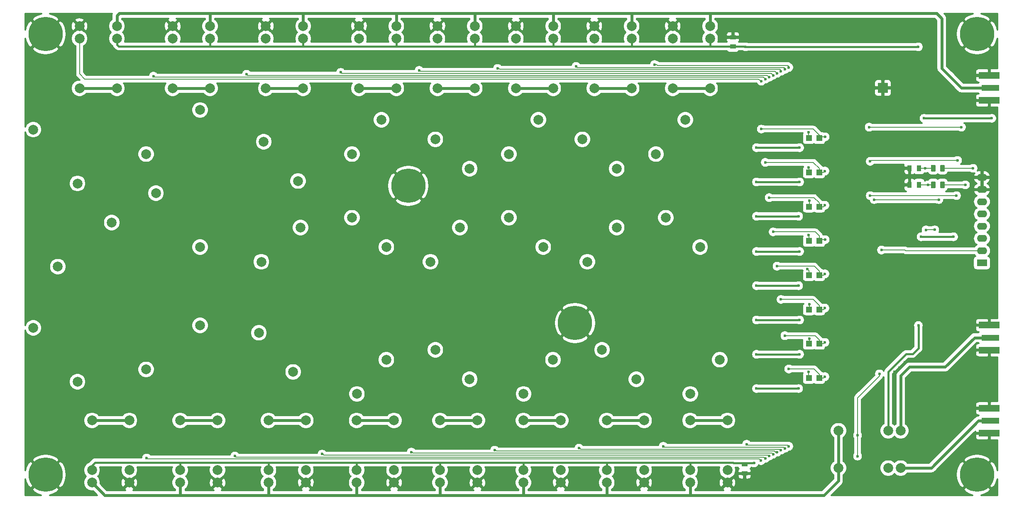
<source format=gtl>
G04 #@! TF.GenerationSoftware,KiCad,Pcbnew,5.1.12-84ad8e8a86~92~ubuntu20.04.1*
G04 #@! TF.CreationDate,2022-02-12T14:31:20-08:00*
G04 #@! TF.ProjectId,lp_filter_8_bands,6c705f66-696c-4746-9572-5f385f62616e,rev?*
G04 #@! TF.SameCoordinates,Original*
G04 #@! TF.FileFunction,Copper,L1,Top*
G04 #@! TF.FilePolarity,Positive*
%FSLAX46Y46*%
G04 Gerber Fmt 4.6, Leading zero omitted, Abs format (unit mm)*
G04 Created by KiCad (PCBNEW 5.1.12-84ad8e8a86~92~ubuntu20.04.1) date 2022-02-12 14:31:20*
%MOMM*%
%LPD*%
G01*
G04 APERTURE LIST*
G04 #@! TA.AperFunction,ComponentPad*
%ADD10C,2.000000*%
G04 #@! TD*
G04 #@! TA.AperFunction,SMDPad,CuDef*
%ADD11R,3.600000X1.270000*%
G04 #@! TD*
G04 #@! TA.AperFunction,SMDPad,CuDef*
%ADD12R,4.200000X1.350000*%
G04 #@! TD*
G04 #@! TA.AperFunction,SMDPad,CuDef*
%ADD13R,1.200000X1.200000*%
G04 #@! TD*
G04 #@! TA.AperFunction,ComponentPad*
%ADD14O,2.100000X1.400000*%
G04 #@! TD*
G04 #@! TA.AperFunction,ComponentPad*
%ADD15R,2.100000X1.400000*%
G04 #@! TD*
G04 #@! TA.AperFunction,ComponentPad*
%ADD16R,2.032000X2.032000*%
G04 #@! TD*
G04 #@! TA.AperFunction,SMDPad,CuDef*
%ADD17R,1.300000X0.900000*%
G04 #@! TD*
G04 #@! TA.AperFunction,SMDPad,CuDef*
%ADD18R,0.900000X1.300000*%
G04 #@! TD*
G04 #@! TA.AperFunction,ComponentPad*
%ADD19C,0.800000*%
G04 #@! TD*
G04 #@! TA.AperFunction,ComponentPad*
%ADD20C,7.000000*%
G04 #@! TD*
G04 #@! TA.AperFunction,ViaPad*
%ADD21C,0.600000*%
G04 #@! TD*
G04 #@! TA.AperFunction,Conductor*
%ADD22C,0.400000*%
G04 #@! TD*
G04 #@! TA.AperFunction,Conductor*
%ADD23C,0.200000*%
G04 #@! TD*
G04 #@! TA.AperFunction,Conductor*
%ADD24C,0.600000*%
G04 #@! TD*
G04 #@! TA.AperFunction,Conductor*
%ADD25C,0.300000*%
G04 #@! TD*
G04 #@! TA.AperFunction,Conductor*
%ADD26C,0.100000*%
G04 #@! TD*
G04 APERTURE END LIST*
D10*
X229420000Y-143640000D03*
X226880000Y-143640000D03*
X229420000Y-136020000D03*
X226880000Y-136020000D03*
X216720000Y-136020000D03*
X216720000Y-143640000D03*
X88540000Y-53380000D03*
X88540000Y-55920000D03*
X80920000Y-53380000D03*
X80920000Y-55920000D03*
X80920000Y-66080000D03*
X88540000Y-66080000D03*
D11*
X247700000Y-134000000D03*
D12*
X247500000Y-131450000D03*
X247500000Y-136550000D03*
D11*
X247700000Y-117000000D03*
D12*
X247500000Y-114450000D03*
X247500000Y-119550000D03*
D11*
X247700000Y-66000000D03*
D12*
X247500000Y-63450000D03*
X247500000Y-68550000D03*
D10*
X124500000Y-121500000D03*
X118500000Y-128500000D03*
X117500000Y-92500000D03*
X124500000Y-98500000D03*
X123500000Y-72500000D03*
X117500000Y-79500000D03*
X134500000Y-119500000D03*
X141500000Y-125500000D03*
X139500000Y-94500000D03*
X133500000Y-101500000D03*
X134500000Y-76500000D03*
X141500000Y-82500000D03*
X158500000Y-121500000D03*
X152500000Y-128500000D03*
X149500000Y-92500000D03*
X156500000Y-98500000D03*
X155500000Y-72500000D03*
X149500000Y-79500000D03*
X168500000Y-119500000D03*
X175500000Y-125500000D03*
X171500000Y-94500000D03*
X165500000Y-101500000D03*
X164500000Y-76500000D03*
X171500000Y-82500000D03*
X192500000Y-121500000D03*
X186500000Y-128500000D03*
X181500000Y-92500000D03*
X188500000Y-98500000D03*
X185500000Y-72500000D03*
X179500000Y-79500000D03*
X98500000Y-116000000D03*
X105500000Y-124000000D03*
X107000000Y-94500000D03*
X99000000Y-101500000D03*
X99500000Y-77000000D03*
X106500000Y-85000000D03*
X86500000Y-114500000D03*
X75500000Y-123500000D03*
X77500000Y-87500000D03*
X86500000Y-98500000D03*
X86500000Y-70500000D03*
X75500000Y-79500000D03*
X52500000Y-115000000D03*
X61500000Y-126000000D03*
X57500000Y-102500000D03*
X68500000Y-93500000D03*
X52500000Y-74500000D03*
X61500000Y-85500000D03*
D13*
X210700000Y-83250000D03*
X212800000Y-83250000D03*
X212800000Y-90250000D03*
X210700000Y-90250000D03*
X210700000Y-97250000D03*
X212800000Y-97250000D03*
X212800000Y-104250000D03*
X210700000Y-104250000D03*
X210700000Y-111250000D03*
X212800000Y-111250000D03*
X210700000Y-118250000D03*
X212800000Y-118250000D03*
X212800000Y-125250000D03*
X210700000Y-125250000D03*
X212800000Y-76250000D03*
X210700000Y-76250000D03*
D14*
X246000000Y-99250000D03*
X246000000Y-96750000D03*
D15*
X246000000Y-101750000D03*
D14*
X246000000Y-94250000D03*
X246000000Y-91750000D03*
X246000000Y-89250000D03*
X246000000Y-86750000D03*
X246000000Y-84250000D03*
D10*
X82460000Y-133920000D03*
X90080000Y-133920000D03*
X90080000Y-144080000D03*
X90080000Y-146620000D03*
X82460000Y-144080000D03*
X82460000Y-146620000D03*
X100460000Y-133920000D03*
X108080000Y-133920000D03*
X108080000Y-144080000D03*
X108080000Y-146620000D03*
X100460000Y-144080000D03*
X100460000Y-146620000D03*
X107540000Y-53380000D03*
X107540000Y-55920000D03*
X99920000Y-53380000D03*
X99920000Y-55920000D03*
X99920000Y-66080000D03*
X107540000Y-66080000D03*
X118460000Y-146620000D03*
X118460000Y-144080000D03*
X126080000Y-146620000D03*
X126080000Y-144080000D03*
X126080000Y-133920000D03*
X118460000Y-133920000D03*
X126540000Y-66080000D03*
X118920000Y-66080000D03*
X118920000Y-55920000D03*
X118920000Y-53380000D03*
X126540000Y-55920000D03*
X126540000Y-53380000D03*
X135460000Y-146620000D03*
X135460000Y-144080000D03*
X143080000Y-146620000D03*
X143080000Y-144080000D03*
X143080000Y-133920000D03*
X135460000Y-133920000D03*
X142540000Y-66080000D03*
X134920000Y-66080000D03*
X134920000Y-55920000D03*
X134920000Y-53380000D03*
X142540000Y-55920000D03*
X142540000Y-53380000D03*
X152460000Y-146620000D03*
X152460000Y-144080000D03*
X160080000Y-146620000D03*
X160080000Y-144080000D03*
X160080000Y-133920000D03*
X152460000Y-133920000D03*
X158540000Y-66080000D03*
X150920000Y-66080000D03*
X150920000Y-55920000D03*
X150920000Y-53380000D03*
X158540000Y-55920000D03*
X158540000Y-53380000D03*
X169460000Y-133920000D03*
X177080000Y-133920000D03*
X177080000Y-144080000D03*
X177080000Y-146620000D03*
X169460000Y-144080000D03*
X169460000Y-146620000D03*
X174540000Y-53380000D03*
X174540000Y-55920000D03*
X166920000Y-53380000D03*
X166920000Y-55920000D03*
X166920000Y-66080000D03*
X174540000Y-66080000D03*
X186460000Y-146620000D03*
X186460000Y-144080000D03*
X194080000Y-146620000D03*
X194080000Y-144080000D03*
X194080000Y-133920000D03*
X186460000Y-133920000D03*
X190540000Y-66080000D03*
X182920000Y-66080000D03*
X182920000Y-55920000D03*
X182920000Y-53380000D03*
X190540000Y-55920000D03*
X190540000Y-53380000D03*
X64460000Y-146620000D03*
X64460000Y-144080000D03*
X72080000Y-146620000D03*
X72080000Y-144080000D03*
X72080000Y-133920000D03*
X64460000Y-133920000D03*
X69540000Y-66080000D03*
X61920000Y-66080000D03*
X61920000Y-55920000D03*
X61920000Y-53380000D03*
X69540000Y-55920000D03*
X69540000Y-53380000D03*
D16*
X225800000Y-66000000D03*
D17*
X195210000Y-55647500D03*
X195210000Y-57552500D03*
X197590000Y-142847500D03*
X197590000Y-144752500D03*
D18*
X233152500Y-82390000D03*
X231247500Y-82390000D03*
X233152500Y-85790000D03*
X231247500Y-85790000D03*
G04 #@! TA.AperFunction,SMDPad,CuDef*
G36*
G01*
X236550000Y-85343750D02*
X236550000Y-86256250D01*
G75*
G02*
X236306250Y-86500000I-243750J0D01*
G01*
X235818750Y-86500000D01*
G75*
G02*
X235575000Y-86256250I0J243750D01*
G01*
X235575000Y-85343750D01*
G75*
G02*
X235818750Y-85100000I243750J0D01*
G01*
X236306250Y-85100000D01*
G75*
G02*
X236550000Y-85343750I0J-243750D01*
G01*
G37*
G04 #@! TD.AperFunction*
G04 #@! TA.AperFunction,SMDPad,CuDef*
G36*
G01*
X238425000Y-85343750D02*
X238425000Y-86256250D01*
G75*
G02*
X238181250Y-86500000I-243750J0D01*
G01*
X237693750Y-86500000D01*
G75*
G02*
X237450000Y-86256250I0J243750D01*
G01*
X237450000Y-85343750D01*
G75*
G02*
X237693750Y-85100000I243750J0D01*
G01*
X238181250Y-85100000D01*
G75*
G02*
X238425000Y-85343750I0J-243750D01*
G01*
G37*
G04 #@! TD.AperFunction*
G04 #@! TA.AperFunction,SMDPad,CuDef*
G36*
G01*
X238425000Y-81943750D02*
X238425000Y-82856250D01*
G75*
G02*
X238181250Y-83100000I-243750J0D01*
G01*
X237693750Y-83100000D01*
G75*
G02*
X237450000Y-82856250I0J243750D01*
G01*
X237450000Y-81943750D01*
G75*
G02*
X237693750Y-81700000I243750J0D01*
G01*
X238181250Y-81700000D01*
G75*
G02*
X238425000Y-81943750I0J-243750D01*
G01*
G37*
G04 #@! TD.AperFunction*
G04 #@! TA.AperFunction,SMDPad,CuDef*
G36*
G01*
X236550000Y-81943750D02*
X236550000Y-82856250D01*
G75*
G02*
X236306250Y-83100000I-243750J0D01*
G01*
X235818750Y-83100000D01*
G75*
G02*
X235575000Y-82856250I0J243750D01*
G01*
X235575000Y-81943750D01*
G75*
G02*
X235818750Y-81700000I243750J0D01*
G01*
X236306250Y-81700000D01*
G75*
G02*
X236550000Y-81943750I0J-243750D01*
G01*
G37*
G04 #@! TD.AperFunction*
D19*
X56856155Y-53143845D03*
X55000000Y-52375000D03*
X53143845Y-53143845D03*
X52375000Y-55000000D03*
X53143845Y-56856155D03*
X55000000Y-57625000D03*
X56856155Y-56856155D03*
X57625000Y-55000000D03*
D20*
X55000000Y-55000000D03*
X245000000Y-55000000D03*
D19*
X247625000Y-55000000D03*
X246856155Y-56856155D03*
X245000000Y-57625000D03*
X243143845Y-56856155D03*
X242375000Y-55000000D03*
X243143845Y-53143845D03*
X245000000Y-52375000D03*
X246856155Y-53143845D03*
X246856155Y-143143845D03*
X245000000Y-142375000D03*
X243143845Y-143143845D03*
X242375000Y-145000000D03*
X243143845Y-146856155D03*
X245000000Y-147625000D03*
X246856155Y-146856155D03*
X247625000Y-145000000D03*
D20*
X245000000Y-145000000D03*
X55000000Y-145000000D03*
D19*
X57625000Y-145000000D03*
X56856155Y-146856155D03*
X55000000Y-147625000D03*
X53143845Y-146856155D03*
X52375000Y-145000000D03*
X53143845Y-143143845D03*
X55000000Y-142375000D03*
X56856155Y-143143845D03*
X130856155Y-84143845D03*
X129000000Y-83375000D03*
X127143845Y-84143845D03*
X126375000Y-86000000D03*
X127143845Y-87856155D03*
X129000000Y-88625000D03*
X130856155Y-87856155D03*
X131625000Y-86000000D03*
D20*
X129000000Y-86000000D03*
X163000000Y-114000000D03*
D19*
X165625000Y-114000000D03*
X164856155Y-115856155D03*
X163000000Y-116625000D03*
X161143845Y-115856155D03*
X160375000Y-114000000D03*
X161143845Y-112143845D03*
X163000000Y-111375000D03*
X164856155Y-112143845D03*
D21*
X232000000Y-89800000D03*
X242400000Y-96400000D03*
X229600000Y-98000000D03*
X229600000Y-101000000D03*
X229600000Y-104000000D03*
X238800000Y-106000000D03*
X238000000Y-106800000D03*
X230000000Y-118800000D03*
X236000000Y-118800000D03*
X223000000Y-119000000D03*
X221900000Y-124500000D03*
X223200000Y-112000000D03*
X223000000Y-105000000D03*
X223000000Y-98000000D03*
X223000000Y-91000000D03*
X223000000Y-84000000D03*
X223000000Y-77000000D03*
X218200000Y-118800000D03*
X218200000Y-126000000D03*
X218200000Y-105000000D03*
X218200000Y-97800000D03*
X218200000Y-91000000D03*
X218200000Y-84000000D03*
X218200000Y-77000000D03*
X179600000Y-69600000D03*
X179600000Y-71200000D03*
X168600000Y-70400000D03*
X168600000Y-72800000D03*
X176400000Y-84800000D03*
X176400000Y-87200000D03*
X174800000Y-88800000D03*
X174800000Y-91200000D03*
X187000000Y-107200000D03*
X172600000Y-107400000D03*
X172600000Y-109800000D03*
X176400000Y-84000000D03*
X176400000Y-85600000D03*
X176400000Y-86400000D03*
X176400000Y-88000000D03*
X174800000Y-88000000D03*
X174800000Y-89600000D03*
X174800000Y-90400000D03*
X174800000Y-92000000D03*
X179600000Y-68800000D03*
X179600000Y-70400000D03*
X179600000Y-72000000D03*
X179600000Y-72800000D03*
X168600000Y-69600000D03*
X168600000Y-71200000D03*
X168600000Y-72000000D03*
X168600000Y-73600000D03*
X172600000Y-106600000D03*
X172600000Y-108200000D03*
X172600000Y-109000000D03*
X172600000Y-110600000D03*
X187000000Y-106400000D03*
X187000000Y-108000000D03*
X187000000Y-108800000D03*
X180400000Y-127200000D03*
X180400000Y-128000000D03*
X180400000Y-128800000D03*
X180400000Y-129600000D03*
X180400000Y-130400000D03*
X180400000Y-131200000D03*
X170200000Y-127000000D03*
X170200000Y-127800000D03*
X170200000Y-128600000D03*
X170200000Y-129400000D03*
X170200000Y-130200000D03*
X170200000Y-131000000D03*
X248400000Y-61600000D03*
X247600000Y-61600000D03*
X246800000Y-61600000D03*
X246000000Y-61600000D03*
X248600000Y-70400000D03*
X247800000Y-70400000D03*
X247000000Y-70400000D03*
X246200000Y-70400000D03*
X149400000Y-71400000D03*
X149400000Y-73800000D03*
X149400000Y-70600000D03*
X149400000Y-72200000D03*
X149400000Y-73000000D03*
X149400000Y-74600000D03*
X138200000Y-72800000D03*
X138200000Y-69600000D03*
X138200000Y-70400000D03*
X138200000Y-72000000D03*
X138200000Y-73600000D03*
X138200000Y-71200000D03*
X117200000Y-73800000D03*
X117200000Y-73000000D03*
X117200000Y-71400000D03*
X117200000Y-72200000D03*
X117200000Y-74600000D03*
X117200000Y-70600000D03*
X103600000Y-73800000D03*
X103600000Y-69800000D03*
X103600000Y-70600000D03*
X103600000Y-73000000D03*
X103600000Y-72200000D03*
X103600000Y-71400000D03*
X146000000Y-83200000D03*
X146000000Y-84000000D03*
X146000000Y-84800000D03*
X146000000Y-87200000D03*
X146000000Y-86400000D03*
X146000000Y-85600000D03*
X143000000Y-87200000D03*
X143000000Y-91200000D03*
X143000000Y-88000000D03*
X143000000Y-90400000D03*
X143000000Y-89600000D03*
X143000000Y-88800000D03*
X152400000Y-111400000D03*
X152400000Y-109000000D03*
X152400000Y-110600000D03*
X152400000Y-107400000D03*
X152400000Y-108200000D03*
X152400000Y-109800000D03*
X137400000Y-107600000D03*
X137400000Y-110800000D03*
X137400000Y-108400000D03*
X137400000Y-109200000D03*
X137400000Y-110000000D03*
X137400000Y-111600000D03*
X120800000Y-110800000D03*
X120800000Y-111600000D03*
X120800000Y-107600000D03*
X120800000Y-110000000D03*
X120800000Y-108400000D03*
X120800000Y-109200000D03*
X113600000Y-83800000D03*
X113600000Y-84600000D03*
X113600000Y-87000000D03*
X113600000Y-85400000D03*
X113600000Y-86200000D03*
X113600000Y-87800000D03*
X102800000Y-109200000D03*
X102800000Y-106800000D03*
X102800000Y-106000000D03*
X102800000Y-107600000D03*
X102800000Y-108400000D03*
X102800000Y-105200000D03*
X101800000Y-87800000D03*
X101800000Y-91000000D03*
X101800000Y-88600000D03*
X101800000Y-89400000D03*
X101800000Y-91800000D03*
X101800000Y-90200000D03*
X62200000Y-71800000D03*
X62200000Y-74200000D03*
X62200000Y-73400000D03*
X62200000Y-75000000D03*
X62200000Y-75800000D03*
X62200000Y-72600000D03*
X80000000Y-73200000D03*
X80000000Y-71600000D03*
X80000000Y-72400000D03*
X80000000Y-74800000D03*
X80000000Y-70800000D03*
X80000000Y-74000000D03*
X68800000Y-81000000D03*
X68800000Y-82600000D03*
X68800000Y-85000000D03*
X68800000Y-83400000D03*
X68800000Y-84200000D03*
X68800000Y-81800000D03*
X51000000Y-91000000D03*
X51000000Y-90200000D03*
X51000000Y-91800000D03*
X51000000Y-88600000D03*
X51000000Y-89400000D03*
X51000000Y-92600000D03*
X62200000Y-112000000D03*
X62200000Y-111200000D03*
X62200000Y-110400000D03*
X62200000Y-109600000D03*
X62200000Y-108800000D03*
X62200000Y-108000000D03*
X56000000Y-125400000D03*
X56000000Y-127800000D03*
X56000000Y-128600000D03*
X56000000Y-127000000D03*
X56000000Y-126200000D03*
X56000000Y-124600000D03*
X69600000Y-123200000D03*
X69600000Y-125600000D03*
X69600000Y-126400000D03*
X69600000Y-124800000D03*
X69600000Y-124000000D03*
X69600000Y-122400000D03*
X90000000Y-109600000D03*
X90000000Y-110400000D03*
X90000000Y-111200000D03*
X90000000Y-107200000D03*
X90000000Y-108000000D03*
X90000000Y-108800000D03*
X99600000Y-124600000D03*
X99600000Y-126200000D03*
X99600000Y-127000000D03*
X99600000Y-127800000D03*
X99600000Y-125400000D03*
X99600000Y-123800000D03*
X111800000Y-127600000D03*
X111800000Y-126800000D03*
X111800000Y-129200000D03*
X111800000Y-128400000D03*
X111800000Y-130800000D03*
X111800000Y-130000000D03*
X135800000Y-129000000D03*
X135800000Y-126600000D03*
X135800000Y-128200000D03*
X135800000Y-125800000D03*
X135800000Y-127400000D03*
X135800000Y-129800000D03*
X146000000Y-128000000D03*
X146000000Y-129600000D03*
X146000000Y-126400000D03*
X146000000Y-130400000D03*
X146000000Y-128800000D03*
X146000000Y-127200000D03*
X68000000Y-140200000D03*
X86000000Y-140000000D03*
X104000000Y-140000000D03*
X122000000Y-140000000D03*
X140000000Y-138000000D03*
X156000000Y-138000000D03*
X174000000Y-138000000D03*
X190000000Y-138000000D03*
X65800000Y-60000000D03*
X84000000Y-60000000D03*
X104000000Y-60000000D03*
X122000000Y-60000000D03*
X138000000Y-60000000D03*
X154200000Y-60000000D03*
X170000000Y-60000000D03*
X185800000Y-60000000D03*
X248400000Y-112600000D03*
X247600000Y-112600000D03*
X246800000Y-112600000D03*
X246000000Y-112600000D03*
X248600000Y-121400000D03*
X247000000Y-121400000D03*
X246200000Y-121400000D03*
X247800000Y-121400000D03*
X245900000Y-129600000D03*
X246800000Y-129600000D03*
X248600000Y-129600000D03*
X247700000Y-129600000D03*
X247000000Y-138400000D03*
X247800000Y-138400000D03*
X246200000Y-138400000D03*
X248600000Y-138400000D03*
X74000000Y-52000000D03*
X76000000Y-52000000D03*
X94000000Y-52000000D03*
X95800000Y-52000000D03*
X112000000Y-52000000D03*
X114000000Y-52000000D03*
X130000000Y-52000000D03*
X146000000Y-52000000D03*
X148000000Y-52000000D03*
X162000000Y-52000000D03*
X164000000Y-52000000D03*
X178000000Y-52000000D03*
X180000000Y-52000000D03*
X194000000Y-52000000D03*
X196000000Y-52000000D03*
X228500000Y-52000000D03*
X228000000Y-60000000D03*
X228000000Y-76000000D03*
X228000000Y-84000000D03*
X241400000Y-118200000D03*
X240400000Y-119200000D03*
X196000000Y-70000000D03*
X196000000Y-78000000D03*
X196000000Y-86000000D03*
X196000000Y-94000000D03*
X196000000Y-102000000D03*
X196000000Y-110000000D03*
X196000000Y-118000000D03*
X198400000Y-128500000D03*
X197600000Y-146000000D03*
X182000000Y-148000000D03*
X164000000Y-148000000D03*
X148000000Y-148000000D03*
X146000000Y-148000000D03*
X132000000Y-148000000D03*
X130000000Y-148000000D03*
X114000000Y-148000000D03*
X112000000Y-148000000D03*
X96000000Y-148000000D03*
X94000000Y-148000000D03*
X78000000Y-148000000D03*
X76000000Y-148000000D03*
X180000000Y-148000000D03*
X166000000Y-148000000D03*
X52000000Y-64000000D03*
X52000000Y-80000000D03*
X52000000Y-110000000D03*
X52000000Y-124000000D03*
X246000000Y-80200000D03*
X196800000Y-55600000D03*
X188200000Y-56000000D03*
X172200000Y-56000000D03*
X156200000Y-56000000D03*
X140200000Y-56000000D03*
X124200000Y-56000000D03*
X105200000Y-56000000D03*
X67200000Y-56000000D03*
X66800000Y-144000000D03*
X84800000Y-144000000D03*
X102800000Y-144000000D03*
X120800000Y-144000000D03*
X137800000Y-144000000D03*
X154800000Y-144000000D03*
X171800000Y-144000000D03*
X188800000Y-144000000D03*
X207675000Y-134500000D03*
X230000000Y-82400000D03*
X230000000Y-85800000D03*
X238800000Y-102400000D03*
X228200000Y-124000000D03*
X232100000Y-124200000D03*
X235800000Y-121700000D03*
X240600000Y-122900000D03*
X244200000Y-119400000D03*
X244400000Y-115700000D03*
X233600000Y-142200000D03*
X234900000Y-144800000D03*
X236600000Y-140800000D03*
X240000000Y-141100000D03*
X239900000Y-137600000D03*
X243700000Y-137400000D03*
X214400000Y-146800000D03*
X216400000Y-148400000D03*
X212300000Y-148000000D03*
X209100000Y-148000000D03*
X205900000Y-148000000D03*
X202700000Y-148000000D03*
X199300000Y-148000000D03*
X196700000Y-148000000D03*
X238900000Y-116500000D03*
X207700000Y-128500000D03*
X207700000Y-129500000D03*
X207700000Y-130500000D03*
X198400000Y-129500000D03*
X198400000Y-130500000D03*
X198400000Y-131500000D03*
X198400000Y-132500000D03*
X198400000Y-135500000D03*
X198400000Y-136500000D03*
X198400000Y-134500000D03*
X198400000Y-133500000D03*
X207700000Y-131500000D03*
X207700000Y-132500000D03*
X207700000Y-133500000D03*
X208300000Y-122300000D03*
X207700000Y-121700000D03*
X198800000Y-121700000D03*
X198800000Y-123000000D03*
X208500000Y-114700000D03*
X207700000Y-114800000D03*
X208200000Y-115400000D03*
X198800000Y-114300000D03*
X198800000Y-115100000D03*
X198800000Y-115900000D03*
X208100000Y-107600000D03*
X208800000Y-108100000D03*
X207500000Y-108100000D03*
X198800000Y-107200000D03*
X198800000Y-108000000D03*
X198800000Y-108800000D03*
X207700000Y-100500000D03*
X208400000Y-100900000D03*
X207600000Y-101300000D03*
X198800000Y-100500000D03*
X198800000Y-101400000D03*
X198800000Y-102200000D03*
X207700000Y-86400000D03*
X208400000Y-86700000D03*
X207700000Y-87300000D03*
X198900000Y-86100000D03*
X198900000Y-86900000D03*
X198900000Y-87700000D03*
X198800000Y-93100000D03*
X198800000Y-93900000D03*
X198800000Y-94700000D03*
X207900000Y-93300000D03*
X208700000Y-93800000D03*
X208000000Y-94300000D03*
X207800000Y-79400000D03*
X208600000Y-79800000D03*
X207700000Y-80200000D03*
X198900000Y-80800000D03*
X198900000Y-80000000D03*
X198900000Y-79200000D03*
X198900000Y-71900000D03*
X198900000Y-71100000D03*
X198900000Y-70300000D03*
X198900000Y-69500000D03*
X198900000Y-68700000D03*
X198900000Y-67900000D03*
X198900000Y-67100000D03*
X198900000Y-66300000D03*
X198900000Y-65500000D03*
X198900000Y-72700000D03*
X207600000Y-72600000D03*
X207600000Y-71800000D03*
X207600000Y-71000000D03*
X207600000Y-70200000D03*
X207600000Y-69400000D03*
X207600000Y-68600000D03*
X207600000Y-67800000D03*
X207600000Y-67000000D03*
X207600000Y-66200000D03*
X207600000Y-65400000D03*
X230900000Y-125100000D03*
X233600000Y-124200000D03*
X235100000Y-124200000D03*
X236400000Y-124200000D03*
X237800000Y-124200000D03*
X239500000Y-123800000D03*
X241600000Y-121800000D03*
X242800000Y-120600000D03*
X235200000Y-142100000D03*
X231900000Y-142200000D03*
X237700000Y-139800000D03*
X238800000Y-138700000D03*
X241000000Y-136400000D03*
X242000000Y-135400000D03*
X243100000Y-134300000D03*
X244000000Y-133400000D03*
X248600000Y-122400000D03*
X248600000Y-123300000D03*
X248600000Y-124200000D03*
X248600000Y-125100000D03*
X248600000Y-126000000D03*
X248600000Y-126900000D03*
X248600000Y-127800000D03*
X248600000Y-128700000D03*
X229200000Y-123100000D03*
X230300000Y-122000000D03*
X231700000Y-121700000D03*
X233000000Y-121700000D03*
X234400000Y-121700000D03*
X237300000Y-121700000D03*
X238500000Y-121000000D03*
X239400000Y-120100000D03*
X232000000Y-144800000D03*
X233500000Y-144800000D03*
X236600000Y-144500000D03*
X237800000Y-143300000D03*
X238900000Y-142200000D03*
X241000000Y-140100000D03*
X242000000Y-139100000D03*
X243000000Y-138100000D03*
X244500000Y-136600000D03*
X207650000Y-137500000D03*
X207675000Y-138500000D03*
X195200000Y-54000000D03*
X193500000Y-55600000D03*
X199300000Y-144700000D03*
X196000000Y-145100000D03*
X197800000Y-52000000D03*
X199700000Y-52000000D03*
X201500000Y-52000000D03*
X203200000Y-52000000D03*
X205000000Y-52000000D03*
X206800000Y-52000000D03*
X208400000Y-52000000D03*
X210000000Y-52000000D03*
X211800000Y-52000000D03*
X213600000Y-52000000D03*
X215400000Y-52000000D03*
X217100000Y-52000000D03*
X218700000Y-52000000D03*
X220200000Y-52000000D03*
X221800000Y-52000000D03*
X223400000Y-52000000D03*
X225100000Y-52000000D03*
X226700000Y-52000000D03*
X230200000Y-52000000D03*
X231900000Y-52000000D03*
X233600000Y-52000000D03*
X235400000Y-52000000D03*
X236500000Y-53200000D03*
X236500000Y-54700000D03*
X236500000Y-56000000D03*
X236500000Y-57400000D03*
X236500000Y-58700000D03*
X236500000Y-60100000D03*
X236500000Y-61400000D03*
X236800000Y-62900000D03*
X237700000Y-63900000D03*
X238600000Y-64800000D03*
X239500000Y-65700000D03*
X240500000Y-66600000D03*
X239100000Y-51100000D03*
X244300000Y-63400000D03*
X244300000Y-68500000D03*
X239100000Y-52500000D03*
X239100000Y-53800000D03*
X239100000Y-55200000D03*
X239100000Y-56400000D03*
X239100000Y-57800000D03*
X239100000Y-59000000D03*
X239100000Y-60200000D03*
X239400000Y-61700000D03*
X240400000Y-62800000D03*
X241400000Y-63800000D03*
X244400000Y-64600000D03*
X243500000Y-64600000D03*
X243900000Y-67200000D03*
X187000000Y-54300000D03*
X170900000Y-54400000D03*
X154900000Y-54300000D03*
X138900000Y-54300000D03*
X122900000Y-54300000D03*
X103900000Y-54300000D03*
X84900000Y-54300000D03*
X86200000Y-56000000D03*
X65900000Y-54400000D03*
X68100000Y-145600000D03*
X86100000Y-145600000D03*
X122100000Y-145500000D03*
X156000000Y-145500000D03*
X173100000Y-145600000D03*
X139000000Y-145500000D03*
X190100000Y-145500000D03*
X104000000Y-145400000D03*
X207675000Y-135500000D03*
X207675000Y-136500000D03*
X230500000Y-141500000D03*
X229500000Y-141500000D03*
X198400000Y-137500000D03*
X230900000Y-126500000D03*
X230900000Y-128000000D03*
X230900000Y-129500000D03*
X230900000Y-131000000D03*
X230900000Y-132500000D03*
X230900000Y-134000000D03*
X231500000Y-135000000D03*
X231500000Y-136500000D03*
X231000000Y-137500000D03*
X230000000Y-138000000D03*
X229000000Y-138000000D03*
X228000000Y-137500000D03*
X228500000Y-141500000D03*
X228200000Y-125500000D03*
X228200000Y-127000000D03*
X228200000Y-128500000D03*
X228200000Y-130000000D03*
X228200000Y-131500000D03*
X228200000Y-133000000D03*
X228200000Y-134500000D03*
X197800000Y-57600000D03*
X199520001Y-142579989D03*
X248000000Y-72200000D03*
X234200000Y-72200000D03*
X208600000Y-127400000D03*
X200000000Y-127400000D03*
X208800000Y-120400000D03*
X200000000Y-120400000D03*
X208800000Y-113400000D03*
X200000000Y-113400000D03*
X208600000Y-106400000D03*
X200000000Y-106400000D03*
X208800000Y-99400000D03*
X200000000Y-99400000D03*
X208600000Y-92200000D03*
X200000000Y-92200000D03*
X208800000Y-85200000D03*
X200000000Y-85200000D03*
X208800000Y-78200000D03*
X200000000Y-78200000D03*
X233000000Y-57600000D03*
X233030000Y-114510000D03*
X225500000Y-99100000D03*
X225100000Y-124400000D03*
X220620000Y-141210000D03*
X220624264Y-136945736D03*
X76999994Y-63600000D03*
X93600000Y-141179989D03*
X201800000Y-64200000D03*
X201800000Y-81200000D03*
X213970000Y-82970000D03*
X201799998Y-141650000D03*
X96000000Y-63200000D03*
X111400000Y-140779979D03*
X202600000Y-141200000D03*
X202600000Y-63800000D03*
X202600000Y-88400000D03*
X213970000Y-89970000D03*
X115200000Y-62799990D03*
X129600000Y-140379969D03*
X203400000Y-140800000D03*
X203400000Y-63400000D03*
X203400000Y-95400000D03*
X214000000Y-97000000D03*
X131200000Y-62399980D03*
X146600000Y-139979959D03*
X204200000Y-140400000D03*
X204200000Y-63000000D03*
X213970000Y-103970000D03*
X204200000Y-102400000D03*
X147200000Y-61999970D03*
X163800000Y-139579949D03*
X205000000Y-139979929D03*
X205000000Y-62600000D03*
X213970000Y-110970000D03*
X205000000Y-109200000D03*
X163200000Y-61599960D03*
X181000000Y-139179939D03*
X205800000Y-139600000D03*
X205800000Y-62200000D03*
X213970000Y-117970000D03*
X205800000Y-116600000D03*
X179200000Y-61199950D03*
X198000000Y-138779929D03*
X206600000Y-139200000D03*
X206600000Y-61800000D03*
X213970000Y-124970000D03*
X206600000Y-123400000D03*
X75600000Y-141579999D03*
X201000000Y-64600000D03*
X201000000Y-74400000D03*
X214000000Y-76000000D03*
X200925000Y-142125000D03*
X210600000Y-82200000D03*
X210800000Y-89000000D03*
X210600000Y-96000000D03*
X210400000Y-103000000D03*
X210800000Y-110200000D03*
X210800000Y-117200000D03*
X210600000Y-124000000D03*
X210600000Y-75000000D03*
X240199996Y-96400000D03*
X233599986Y-96400000D03*
X235000000Y-85800000D03*
X236374999Y-94974999D03*
X234600000Y-95000000D03*
X234400000Y-82400000D03*
X241800000Y-74000000D03*
X223000000Y-74000000D03*
X241000000Y-80800000D03*
X223200000Y-81000000D03*
X223200000Y-88000000D03*
X240799979Y-88000000D03*
X224000000Y-88800000D03*
X237200000Y-88800000D03*
X242600000Y-85800000D03*
X244200000Y-82400000D03*
D22*
X69540000Y-55920000D02*
X69540000Y-57140000D01*
X69540000Y-57140000D02*
X69920001Y-57520001D01*
X88540000Y-55920000D02*
X88540000Y-57460000D01*
X69920001Y-57520001D02*
X88479999Y-57520001D01*
X126540000Y-55920000D02*
X126540000Y-57460000D01*
X174540000Y-55920000D02*
X174540000Y-57340000D01*
X190540000Y-55920000D02*
X190540000Y-57460000D01*
X142540000Y-55920000D02*
X142540000Y-57500002D01*
X126479999Y-57520001D02*
X142520001Y-57520001D01*
X142540000Y-57500002D02*
X142520001Y-57520001D01*
X107540000Y-55920000D02*
X107540000Y-57500002D01*
X107540000Y-57500002D02*
X107520001Y-57520001D01*
X88479999Y-57520001D02*
X107520001Y-57520001D01*
X107520001Y-57520001D02*
X126479999Y-57520001D01*
X64460000Y-144080000D02*
X64460000Y-143140000D01*
X64460000Y-143140000D02*
X65120001Y-142479999D01*
X82460000Y-142540000D02*
X82520001Y-142479999D01*
X82460000Y-144080000D02*
X82460000Y-142540000D01*
X65120001Y-142479999D02*
X82520001Y-142479999D01*
X100460000Y-142540000D02*
X100520001Y-142479999D01*
X100460000Y-144080000D02*
X100460000Y-142540000D01*
X82520001Y-142479999D02*
X100520001Y-142479999D01*
X118460000Y-144080000D02*
X118460000Y-142540000D01*
X118460000Y-142540000D02*
X118520001Y-142479999D01*
X100520001Y-142479999D02*
X118520001Y-142479999D01*
X152460000Y-144080000D02*
X152460000Y-142660000D01*
X152460000Y-142660000D02*
X152279999Y-142479999D01*
X135460000Y-142540000D02*
X135520001Y-142479999D01*
X118520001Y-142479999D02*
X135520001Y-142479999D01*
X135460000Y-144080000D02*
X135460000Y-142540000D01*
X135520001Y-142479999D02*
X152279999Y-142479999D01*
X169460000Y-142499998D02*
X169479999Y-142479999D01*
X169460000Y-144080000D02*
X169460000Y-142499998D01*
X152279999Y-142479999D02*
X169479999Y-142479999D01*
X186460000Y-142540000D02*
X186520001Y-142479999D01*
X186460000Y-144080000D02*
X186460000Y-142540000D01*
X169479999Y-142479999D02*
X186520001Y-142479999D01*
X197720001Y-57520001D02*
X197800000Y-57600000D01*
X195200000Y-142479999D02*
X192920001Y-142479999D01*
X195299990Y-142579989D02*
X195200000Y-142479999D01*
X192920001Y-142479999D02*
X186520001Y-142479999D01*
X248000000Y-72200000D02*
X234200000Y-72200000D01*
X208600000Y-127400000D02*
X200000000Y-127400000D01*
X208800000Y-120400000D02*
X200000000Y-120400000D01*
X208800000Y-113400000D02*
X200000000Y-113400000D01*
X208600000Y-106400000D02*
X200000000Y-106400000D01*
X208800000Y-99400000D02*
X200000000Y-99400000D01*
X208600000Y-92200000D02*
X200000000Y-92200000D01*
X208800000Y-85200000D02*
X200000000Y-85200000D01*
X208800000Y-78200000D02*
X200000000Y-78200000D01*
X158540000Y-57460000D02*
X158479999Y-57520001D01*
X158540000Y-55920000D02*
X158540000Y-57460000D01*
X142520001Y-57520001D02*
X158479999Y-57520001D01*
X158479999Y-57520001D02*
X197720001Y-57520001D01*
X197800000Y-57600000D02*
X233000000Y-57600000D01*
X197590000Y-142590000D02*
X197579989Y-142579989D01*
X197590000Y-142847500D02*
X197590000Y-142590000D01*
X197579989Y-142579989D02*
X195299990Y-142579989D01*
X199520001Y-142579989D02*
X197579989Y-142579989D01*
X233030000Y-114510000D02*
X233030000Y-119180000D01*
X233030000Y-119180000D02*
X231880000Y-120330000D01*
X226880000Y-123987998D02*
X226880000Y-136020000D01*
X230537998Y-120330000D02*
X226880000Y-123987998D01*
X231880000Y-120330000D02*
X230537998Y-120330000D01*
D23*
X230311998Y-99100000D02*
X225500000Y-99100000D01*
X230461998Y-99250000D02*
X230311998Y-99100000D01*
X246000000Y-99250000D02*
X230461998Y-99250000D01*
X225100000Y-124824264D02*
X220624264Y-129300000D01*
X225100000Y-124400000D02*
X225100000Y-124824264D01*
X220624264Y-141205736D02*
X220620000Y-141210000D01*
X220624264Y-136945736D02*
X220624264Y-141205736D01*
X220624264Y-129300000D02*
X220624264Y-136945736D01*
X77199994Y-63800000D02*
X76999994Y-63600000D01*
X201400000Y-63800000D02*
X77199994Y-63800000D01*
X201400000Y-63800000D02*
X201800000Y-64200000D01*
X212800000Y-83250000D02*
X212800000Y-82400000D01*
X211600000Y-81200000D02*
X201800000Y-81200000D01*
X212800000Y-82400000D02*
X211600000Y-81200000D01*
X213690000Y-83250000D02*
X213970000Y-82970000D01*
X212800000Y-83250000D02*
X213690000Y-83250000D01*
X93600000Y-141179989D02*
X93799990Y-141379979D01*
X93799990Y-141379979D02*
X201529977Y-141379979D01*
X201529977Y-141379979D02*
X201799998Y-141650000D01*
X111779969Y-140979969D02*
X202200000Y-140979969D01*
X111400000Y-140779979D02*
X111579979Y-140779979D01*
X111579979Y-140779979D02*
X111779969Y-140979969D01*
X202200000Y-140979969D02*
X202379969Y-140979969D01*
X202379969Y-140979969D02*
X202600000Y-141200000D01*
X202200000Y-63400000D02*
X202600000Y-63800000D01*
X96199990Y-63399990D02*
X202200000Y-63400000D01*
X96000000Y-63200000D02*
X96199990Y-63399990D01*
X212800000Y-90250000D02*
X212800000Y-89450000D01*
X211750000Y-88400000D02*
X202600000Y-88400000D01*
X212800000Y-89450000D02*
X211750000Y-88400000D01*
X213690000Y-90250000D02*
X213970000Y-89970000D01*
X212800000Y-90250000D02*
X213690000Y-90250000D01*
X129979959Y-140579959D02*
X203000000Y-140579959D01*
X129600000Y-140379969D02*
X129779969Y-140379969D01*
X129779969Y-140379969D02*
X129979959Y-140579959D01*
X203000000Y-140579959D02*
X203179959Y-140579959D01*
X203179959Y-140579959D02*
X203400000Y-140800000D01*
X115399980Y-62999980D02*
X202800000Y-62999980D01*
X115200000Y-62799990D02*
X115200000Y-62800000D01*
X115200000Y-62800000D02*
X115399980Y-62999980D01*
X202800000Y-62999980D02*
X202999980Y-62999980D01*
X202999980Y-62999980D02*
X203400000Y-63400000D01*
X212800000Y-97250000D02*
X212440002Y-97250000D01*
X212800000Y-97250000D02*
X212800000Y-96200000D01*
X212000000Y-95400000D02*
X203400000Y-95400000D01*
X212800000Y-96200000D02*
X212000000Y-95400000D01*
X213050000Y-97000000D02*
X212800000Y-97250000D01*
X214000000Y-97000000D02*
X213050000Y-97000000D01*
X146600000Y-139979959D02*
X146779959Y-139979959D01*
X146979949Y-140179949D02*
X203600000Y-140179949D01*
X146779959Y-139979959D02*
X146979949Y-140179949D01*
X203888002Y-140400000D02*
X204200000Y-140400000D01*
X203600000Y-140179949D02*
X203667951Y-140179949D01*
X203667951Y-140179949D02*
X203888002Y-140400000D01*
X131399970Y-62599970D02*
X203800000Y-62599970D01*
X131200000Y-62399980D02*
X131200000Y-62400000D01*
X131200000Y-62400000D02*
X131399970Y-62599970D01*
X203800000Y-62600000D02*
X204200000Y-63000000D01*
X203800000Y-62599970D02*
X203800000Y-62600000D01*
X212800000Y-104250000D02*
X212800000Y-103400000D01*
X212800000Y-103400000D02*
X211800000Y-102400000D01*
X212800000Y-104250000D02*
X213690000Y-104250000D01*
X213690000Y-104250000D02*
X213970000Y-103970000D01*
X211800000Y-102400000D02*
X204200000Y-102400000D01*
X147399970Y-61999970D02*
X147599960Y-62199960D01*
X147200000Y-61999970D02*
X147399970Y-61999970D01*
X163800000Y-139579949D02*
X163979949Y-139579949D01*
X163979949Y-139579949D02*
X164179939Y-139779939D01*
X204719152Y-139779939D02*
X204800000Y-139779939D01*
X204800000Y-139779939D02*
X204999990Y-139979929D01*
X205000000Y-62600000D02*
X205000000Y-62400000D01*
X205000000Y-62400000D02*
X204799960Y-62199960D01*
X147599960Y-62199960D02*
X204799960Y-62199960D01*
X213690000Y-111250000D02*
X213970000Y-110970000D01*
X212800000Y-111250000D02*
X213690000Y-111250000D01*
X211550000Y-109200000D02*
X205000000Y-109200000D01*
X212800000Y-111250000D02*
X212800000Y-110450000D01*
X212800000Y-110450000D02*
X211550000Y-109200000D01*
X164179939Y-139779939D02*
X204800000Y-139779939D01*
X163200000Y-61600000D02*
X163399950Y-61799950D01*
X163200000Y-61599960D02*
X163200000Y-61600000D01*
X181179929Y-139379929D02*
X205400000Y-139379929D01*
X181000000Y-139179939D02*
X181000000Y-139200000D01*
X181000000Y-139200000D02*
X181179929Y-139379929D01*
X205400000Y-139379929D02*
X205579929Y-139379929D01*
X205579929Y-139379929D02*
X205800000Y-139600000D01*
X205800000Y-62000000D02*
X205599950Y-61799950D01*
X163399950Y-61799950D02*
X205599950Y-61799950D01*
X205800000Y-62200000D02*
X205800000Y-62000000D01*
X212800000Y-118250000D02*
X213690000Y-118250000D01*
X213690000Y-118250000D02*
X213970000Y-117970000D01*
X211950000Y-116600000D02*
X205800000Y-116600000D01*
X212800000Y-117450000D02*
X211950000Y-116600000D01*
X212800000Y-118250000D02*
X212800000Y-117450000D01*
X179624264Y-61199950D02*
X179824254Y-61399940D01*
X179200000Y-61199950D02*
X179624264Y-61199950D01*
X198179919Y-138979919D02*
X206200000Y-138979919D01*
X198000000Y-138779929D02*
X198000000Y-138800000D01*
X198000000Y-138800000D02*
X198179919Y-138979919D01*
X206200000Y-138979919D02*
X206379919Y-138979919D01*
X206379919Y-138979919D02*
X206600000Y-139200000D01*
X206600000Y-61600000D02*
X206399940Y-61399940D01*
X206600000Y-61800000D02*
X206600000Y-61600000D01*
X179824254Y-61399940D02*
X206399940Y-61399940D01*
X213690000Y-125250000D02*
X213970000Y-124970000D01*
X212800000Y-125250000D02*
X213690000Y-125250000D01*
X211750000Y-123400000D02*
X206600000Y-123400000D01*
X212800000Y-124450000D02*
X211750000Y-123400000D01*
X212800000Y-125250000D02*
X212800000Y-124450000D01*
X75600000Y-141579999D02*
X75600000Y-141600000D01*
X75600000Y-141600000D02*
X75779989Y-141779989D01*
X75779989Y-141779989D02*
X200220011Y-141779989D01*
X200220011Y-141779989D02*
X200400000Y-141779989D01*
X61920000Y-63120000D02*
X61920000Y-55920000D01*
X63000001Y-64200001D02*
X61920000Y-63120000D01*
X200400000Y-64200001D02*
X63000001Y-64200001D01*
X201000000Y-64600000D02*
X200400000Y-64200001D01*
X212800000Y-76250000D02*
X212800000Y-75600000D01*
X211600000Y-74400000D02*
X201000000Y-74400000D01*
X212800000Y-75600000D02*
X211600000Y-74400000D01*
X213050000Y-76000000D02*
X212800000Y-76250000D01*
X214000000Y-76000000D02*
X213050000Y-76000000D01*
X200579989Y-141779989D02*
X200925000Y-142125000D01*
X200220011Y-141779989D02*
X200579989Y-141779989D01*
X210700000Y-83250000D02*
X210700000Y-82300000D01*
X210700000Y-82300000D02*
X210600000Y-82200000D01*
X210800000Y-90150000D02*
X210700000Y-90250000D01*
X210800000Y-89000000D02*
X210800000Y-90150000D01*
X210700000Y-97250000D02*
X210700000Y-96100000D01*
X210700000Y-96100000D02*
X210600000Y-96000000D01*
X210700000Y-103300000D02*
X210400000Y-103000000D01*
X210700000Y-104250000D02*
X210700000Y-103300000D01*
X210800000Y-111150000D02*
X210700000Y-111250000D01*
X210800000Y-110200000D02*
X210800000Y-111150000D01*
X210800000Y-118150000D02*
X210700000Y-118250000D01*
X210800000Y-117200000D02*
X210800000Y-118150000D01*
X210600000Y-125150000D02*
X210700000Y-125250000D01*
X210600000Y-124000000D02*
X210600000Y-125150000D01*
X210600000Y-76150000D02*
X210700000Y-76250000D01*
X210600000Y-75000000D02*
X210600000Y-76150000D01*
D24*
X244480002Y-117000000D02*
X238480002Y-123000000D01*
X247700000Y-117000000D02*
X244480002Y-117000000D01*
X238480002Y-123000000D02*
X231200000Y-123000000D01*
X229420000Y-124780000D02*
X229420000Y-136020000D01*
X231200000Y-123000000D02*
X229420000Y-124780000D01*
X69540000Y-53380000D02*
X69540000Y-51235010D01*
X69540000Y-51235010D02*
X70000000Y-50775010D01*
X88540000Y-50810020D02*
X88575010Y-50775010D01*
X88540000Y-53380000D02*
X88540000Y-50810020D01*
X70000000Y-50775010D02*
X88575010Y-50775010D01*
X107540000Y-50790020D02*
X107524990Y-50775010D01*
X107540000Y-53380000D02*
X107540000Y-50790020D01*
X88575010Y-50775010D02*
X107524990Y-50775010D01*
X142540000Y-50810020D02*
X142575010Y-50775010D01*
X142540000Y-53380000D02*
X142540000Y-50810020D01*
X174540000Y-53380000D02*
X174540000Y-50840000D01*
X158540000Y-53380000D02*
X158540000Y-50860000D01*
X142575010Y-50775010D02*
X158624990Y-50775010D01*
X158624990Y-50775010D02*
X174475010Y-50775010D01*
X190540000Y-50790020D02*
X190524990Y-50775010D01*
X190540000Y-53380000D02*
X190540000Y-50790020D01*
X174475010Y-50775010D02*
X190524990Y-50775010D01*
X126540000Y-50790020D02*
X126524990Y-50775010D01*
X126540000Y-53380000D02*
X126540000Y-50790020D01*
X107524990Y-50775010D02*
X126524990Y-50775010D01*
X126524990Y-50775010D02*
X142575010Y-50775010D01*
X190524990Y-50775010D02*
X236424990Y-50775010D01*
X236424990Y-50775010D02*
X236600000Y-50775010D01*
X237800000Y-51800000D02*
X236775010Y-50775010D01*
X237800000Y-62000000D02*
X237800000Y-51800000D01*
X236775010Y-50775010D02*
X236424990Y-50775010D01*
X247700000Y-66000000D02*
X241800000Y-66000000D01*
X241800000Y-66000000D02*
X237800000Y-62000000D01*
X229600000Y-143640000D02*
X229560000Y-143600000D01*
X235660000Y-143640000D02*
X229600000Y-143640000D01*
X245300000Y-134000000D02*
X235660000Y-143640000D01*
X247700000Y-134000000D02*
X245300000Y-134000000D01*
X64460000Y-146620000D02*
X67064990Y-149224990D01*
X82460000Y-149060000D02*
X82624990Y-149224990D01*
X82460000Y-146620000D02*
X82460000Y-149060000D01*
X67064990Y-149224990D02*
X82624990Y-149224990D01*
X100460000Y-149109980D02*
X100575010Y-149224990D01*
X100460000Y-146620000D02*
X100460000Y-149109980D01*
X82624990Y-149224990D02*
X100575010Y-149224990D01*
X118460000Y-149189980D02*
X118424990Y-149224990D01*
X118460000Y-146620000D02*
X118460000Y-149189980D01*
X100575010Y-149224990D02*
X118424990Y-149224990D01*
X152460000Y-149060000D02*
X152624990Y-149224990D01*
X152460000Y-146620000D02*
X152460000Y-149060000D01*
X169460000Y-149189980D02*
X169424990Y-149224990D01*
X169460000Y-146620000D02*
X169460000Y-149189980D01*
X152624990Y-149224990D02*
X169424990Y-149224990D01*
X186460000Y-149189980D02*
X186424990Y-149224990D01*
X169424990Y-149224990D02*
X186424990Y-149224990D01*
X186460000Y-146620000D02*
X186460000Y-149189980D01*
X135460000Y-149109980D02*
X135575010Y-149224990D01*
X135460000Y-146620000D02*
X135460000Y-149109980D01*
X118424990Y-149224990D02*
X135575010Y-149224990D01*
X135575010Y-149224990D02*
X152624990Y-149224990D01*
X216720000Y-143640000D02*
X216720000Y-136020000D01*
X216720000Y-146280000D02*
X216720000Y-143640000D01*
X213775010Y-149224990D02*
X216720000Y-146280000D01*
X186424990Y-149224990D02*
X213775010Y-149224990D01*
D22*
X240199996Y-96400000D02*
X233600000Y-96400000D01*
X233600000Y-96400000D02*
X233599986Y-96400000D01*
D23*
X233162500Y-85800000D02*
X233152500Y-85790000D01*
X236062500Y-85800000D02*
X233162500Y-85800000D01*
X233162500Y-82400000D02*
X233152500Y-82390000D01*
X234625001Y-94974999D02*
X234600000Y-95000000D01*
X236374999Y-94974999D02*
X234625001Y-94974999D01*
X234600000Y-82400000D02*
X233162500Y-82400000D01*
X236062500Y-82400000D02*
X234600000Y-82400000D01*
X241800000Y-74000000D02*
X223000000Y-74000000D01*
X241000000Y-80800000D02*
X223400000Y-80800000D01*
X223400000Y-80800000D02*
X223200000Y-81000000D01*
X223200000Y-88000000D02*
X240799979Y-88000000D01*
X224000000Y-88800000D02*
X237200000Y-88800000D01*
D24*
X82460000Y-133920000D02*
X90080000Y-133920000D01*
X88540000Y-66080000D02*
X80920000Y-66080000D01*
X100460000Y-133920000D02*
X108080000Y-133920000D01*
X107540000Y-66080000D02*
X99920000Y-66080000D01*
X118460000Y-133920000D02*
X126080000Y-133920000D01*
X126540000Y-66080000D02*
X118920000Y-66080000D01*
X64460000Y-133920000D02*
X72080000Y-133920000D01*
X69540000Y-66080000D02*
X61920000Y-66080000D01*
X135460000Y-133920000D02*
X143080000Y-133920000D01*
X134920000Y-66080000D02*
X142540000Y-66080000D01*
X152460000Y-133920000D02*
X160080000Y-133920000D01*
X150920000Y-66080000D02*
X158540000Y-66080000D01*
X169460000Y-133920000D02*
X177080000Y-133920000D01*
X166920000Y-66080000D02*
X174540000Y-66080000D01*
X186460000Y-133920000D02*
X194080000Y-133920000D01*
X182920000Y-66080000D02*
X190540000Y-66080000D01*
D23*
X242600000Y-85800000D02*
X237937500Y-85800000D01*
X237937500Y-82400000D02*
X244200000Y-82400000D01*
D25*
X53382070Y-51047783D02*
X52642118Y-51439367D01*
X52612726Y-51459005D01*
X52220853Y-52008721D01*
X55000000Y-54787868D01*
X57619701Y-52168167D01*
X60920300Y-52168167D01*
X61920000Y-53167868D01*
X62919700Y-52168167D01*
X62828482Y-51874387D01*
X62517295Y-51726080D01*
X62183154Y-51641333D01*
X61838901Y-51623403D01*
X61497764Y-51672976D01*
X61172853Y-51788151D01*
X61011518Y-51874387D01*
X60920300Y-52168167D01*
X57619701Y-52168167D01*
X57779147Y-52008721D01*
X57387274Y-51459005D01*
X56650589Y-51061311D01*
X55883030Y-50825000D01*
X68568573Y-50825000D01*
X68565233Y-50831249D01*
X68505194Y-51029175D01*
X68484921Y-51235010D01*
X68490001Y-51286588D01*
X68490001Y-51976880D01*
X68424440Y-52020686D01*
X68180686Y-52264440D01*
X67989170Y-52551064D01*
X67857251Y-52869544D01*
X67790000Y-53207640D01*
X67790000Y-53552360D01*
X67857251Y-53890456D01*
X67989170Y-54208936D01*
X68180686Y-54495560D01*
X68335126Y-54650000D01*
X68180686Y-54804440D01*
X67989170Y-55091064D01*
X67857251Y-55409544D01*
X67790000Y-55747640D01*
X67790000Y-56092360D01*
X67857251Y-56430456D01*
X67989170Y-56748936D01*
X68180686Y-57035560D01*
X68424440Y-57279314D01*
X68631479Y-57417653D01*
X68658069Y-57505308D01*
X68746283Y-57670345D01*
X68835252Y-57778754D01*
X68835256Y-57778758D01*
X68865000Y-57815001D01*
X68901244Y-57844746D01*
X69215247Y-58158748D01*
X69245000Y-58195002D01*
X69389656Y-58313719D01*
X69497206Y-58371205D01*
X69554692Y-58401933D01*
X69733768Y-58456255D01*
X69749721Y-58457826D01*
X69873336Y-58470001D01*
X69873344Y-58470001D01*
X69920001Y-58474596D01*
X69966658Y-58470001D01*
X107473347Y-58470001D01*
X107520001Y-58474596D01*
X107566655Y-58470001D01*
X142473347Y-58470001D01*
X142520001Y-58474596D01*
X142566655Y-58470001D01*
X158433345Y-58470001D01*
X158479999Y-58474596D01*
X158526653Y-58470001D01*
X193973437Y-58470001D01*
X194027105Y-58535395D01*
X194141307Y-58629119D01*
X194271599Y-58698761D01*
X194412974Y-58741647D01*
X194560000Y-58756128D01*
X195860000Y-58756128D01*
X196007026Y-58741647D01*
X196148401Y-58698761D01*
X196278693Y-58629119D01*
X196392895Y-58535395D01*
X196446563Y-58470001D01*
X197212098Y-58470001D01*
X197302638Y-58530498D01*
X197493726Y-58609650D01*
X197696584Y-58650000D01*
X197903416Y-58650000D01*
X198106274Y-58609650D01*
X198250280Y-58550000D01*
X232549720Y-58550000D01*
X232693726Y-58609650D01*
X232896584Y-58650000D01*
X233103416Y-58650000D01*
X233306274Y-58609650D01*
X233497362Y-58530498D01*
X233669336Y-58415589D01*
X233815589Y-58269336D01*
X233930498Y-58097362D01*
X234009650Y-57906274D01*
X234050000Y-57703416D01*
X234050000Y-57496584D01*
X234009650Y-57293726D01*
X233930498Y-57102638D01*
X233815589Y-56930664D01*
X233669336Y-56784411D01*
X233497362Y-56669502D01*
X233306274Y-56590350D01*
X233103416Y-56550000D01*
X232896584Y-56550000D01*
X232693726Y-56590350D01*
X232549720Y-56650000D01*
X198250280Y-56650000D01*
X198106274Y-56590350D01*
X197903416Y-56550000D01*
X197696584Y-56550000D01*
X197596030Y-56570001D01*
X196442461Y-56570001D01*
X196486620Y-56516194D01*
X196556262Y-56385901D01*
X196599148Y-56244526D01*
X196613629Y-56097500D01*
X196610000Y-55985000D01*
X196422500Y-55797500D01*
X195360000Y-55797500D01*
X195360000Y-55817500D01*
X195060000Y-55817500D01*
X195060000Y-55797500D01*
X193997500Y-55797500D01*
X193810000Y-55985000D01*
X193806371Y-56097500D01*
X193820852Y-56244526D01*
X193863738Y-56385901D01*
X193933380Y-56516194D01*
X193977539Y-56570001D01*
X192164947Y-56570001D01*
X192222749Y-56430456D01*
X192290000Y-56092360D01*
X192290000Y-55747640D01*
X192222749Y-55409544D01*
X192134918Y-55197500D01*
X193806371Y-55197500D01*
X193810000Y-55310000D01*
X193997500Y-55497500D01*
X195060000Y-55497500D01*
X195060000Y-54635000D01*
X195360000Y-54635000D01*
X195360000Y-55497500D01*
X196422500Y-55497500D01*
X196610000Y-55310000D01*
X196613629Y-55197500D01*
X196599148Y-55050474D01*
X196556262Y-54909099D01*
X196486620Y-54778806D01*
X196392896Y-54664604D01*
X196278694Y-54570880D01*
X196148401Y-54501238D01*
X196007026Y-54458352D01*
X195860000Y-54443871D01*
X195547500Y-54447500D01*
X195360000Y-54635000D01*
X195060000Y-54635000D01*
X194872500Y-54447500D01*
X194560000Y-54443871D01*
X194412974Y-54458352D01*
X194271599Y-54501238D01*
X194141306Y-54570880D01*
X194027104Y-54664604D01*
X193933380Y-54778806D01*
X193863738Y-54909099D01*
X193820852Y-55050474D01*
X193806371Y-55197500D01*
X192134918Y-55197500D01*
X192090830Y-55091064D01*
X191899314Y-54804440D01*
X191744874Y-54650000D01*
X191899314Y-54495560D01*
X192090830Y-54208936D01*
X192222749Y-53890456D01*
X192290000Y-53552360D01*
X192290000Y-53207640D01*
X192222749Y-52869544D01*
X192090830Y-52551064D01*
X191899314Y-52264440D01*
X191655560Y-52020686D01*
X191590000Y-51976880D01*
X191590000Y-51825010D01*
X236340087Y-51825010D01*
X236750001Y-52234925D01*
X236750000Y-61948432D01*
X236744921Y-62000000D01*
X236750000Y-62051568D01*
X236750000Y-62051577D01*
X236765193Y-62205835D01*
X236825233Y-62403761D01*
X236922733Y-62586171D01*
X237053946Y-62746054D01*
X237094014Y-62778937D01*
X241021072Y-66705997D01*
X241053946Y-66746054D01*
X241094003Y-66778928D01*
X241094008Y-66778933D01*
X241151426Y-66826054D01*
X241213829Y-66877267D01*
X241396238Y-66974767D01*
X241594164Y-67034807D01*
X241748422Y-67050000D01*
X241748431Y-67050000D01*
X241799999Y-67055079D01*
X241851567Y-67050000D01*
X245271407Y-67050000D01*
X245273381Y-67053693D01*
X245334239Y-67127848D01*
X245252974Y-67135852D01*
X245111599Y-67178738D01*
X244981306Y-67248380D01*
X244867104Y-67342104D01*
X244773380Y-67456306D01*
X244703738Y-67586599D01*
X244660852Y-67727974D01*
X244646371Y-67875000D01*
X244650000Y-68212500D01*
X244837500Y-68400000D01*
X247350000Y-68400000D01*
X247350000Y-68380000D01*
X247650000Y-68380000D01*
X247650000Y-68400000D01*
X247670000Y-68400000D01*
X247670000Y-68700000D01*
X247650000Y-68700000D01*
X247650000Y-69787500D01*
X247837500Y-69975000D01*
X249175000Y-69977754D01*
X249175001Y-113022246D01*
X247837500Y-113025000D01*
X247650000Y-113212500D01*
X247650000Y-114300000D01*
X247670000Y-114300000D01*
X247670000Y-114600000D01*
X247650000Y-114600000D01*
X247650000Y-114620000D01*
X247350000Y-114620000D01*
X247350000Y-114600000D01*
X244837500Y-114600000D01*
X244650000Y-114787500D01*
X244646371Y-115125000D01*
X244660852Y-115272026D01*
X244703738Y-115413401D01*
X244773380Y-115543694D01*
X244867104Y-115657896D01*
X244981306Y-115751620D01*
X245111599Y-115821262D01*
X245252974Y-115864148D01*
X245334239Y-115872152D01*
X245273381Y-115946307D01*
X245271407Y-115950000D01*
X244531569Y-115950000D01*
X244480001Y-115944921D01*
X244428433Y-115950000D01*
X244428424Y-115950000D01*
X244274166Y-115965193D01*
X244076240Y-116025233D01*
X243893831Y-116122733D01*
X243873213Y-116139654D01*
X243774010Y-116221067D01*
X243774005Y-116221072D01*
X243733948Y-116253946D01*
X243701074Y-116294003D01*
X238045079Y-121950000D01*
X231251567Y-121950000D01*
X231199999Y-121944921D01*
X231148431Y-121950000D01*
X231148422Y-121950000D01*
X230994164Y-121965193D01*
X230796238Y-122025233D01*
X230613829Y-122122733D01*
X230613827Y-122122734D01*
X230613828Y-122122734D01*
X230494008Y-122221067D01*
X230494003Y-122221072D01*
X230453946Y-122253946D01*
X230421071Y-122294004D01*
X228714014Y-124001063D01*
X228673946Y-124033946D01*
X228542733Y-124193829D01*
X228445233Y-124376239D01*
X228385193Y-124574165D01*
X228370000Y-124728423D01*
X228370000Y-124728432D01*
X228364921Y-124780000D01*
X228370000Y-124831568D01*
X228370001Y-134616880D01*
X228304440Y-134660686D01*
X228150000Y-134815126D01*
X227995560Y-134660686D01*
X227830000Y-134550062D01*
X227830000Y-124381500D01*
X230931501Y-121280000D01*
X231833346Y-121280000D01*
X231880000Y-121284595D01*
X231926654Y-121280000D01*
X231926665Y-121280000D01*
X232066232Y-121266254D01*
X232245308Y-121211932D01*
X232410345Y-121123718D01*
X232555001Y-121005001D01*
X232584750Y-120968752D01*
X233668757Y-119884746D01*
X233705001Y-119855001D01*
X233823718Y-119710345D01*
X233879341Y-119606282D01*
X233911932Y-119545309D01*
X233966254Y-119366233D01*
X233970055Y-119327640D01*
X233980000Y-119226665D01*
X233980000Y-119226657D01*
X233984595Y-119180000D01*
X233980000Y-119133343D01*
X233980000Y-114960280D01*
X234039650Y-114816274D01*
X234080000Y-114613416D01*
X234080000Y-114406584D01*
X234039650Y-114203726D01*
X233960498Y-114012638D01*
X233845589Y-113840664D01*
X233779925Y-113775000D01*
X244646371Y-113775000D01*
X244650000Y-114112500D01*
X244837500Y-114300000D01*
X247350000Y-114300000D01*
X247350000Y-113212500D01*
X247162500Y-113025000D01*
X245400000Y-113021371D01*
X245252974Y-113035852D01*
X245111599Y-113078738D01*
X244981306Y-113148380D01*
X244867104Y-113242104D01*
X244773380Y-113356306D01*
X244703738Y-113486599D01*
X244660852Y-113627974D01*
X244646371Y-113775000D01*
X233779925Y-113775000D01*
X233699336Y-113694411D01*
X233527362Y-113579502D01*
X233336274Y-113500350D01*
X233133416Y-113460000D01*
X232926584Y-113460000D01*
X232723726Y-113500350D01*
X232532638Y-113579502D01*
X232360664Y-113694411D01*
X232214411Y-113840664D01*
X232099502Y-114012638D01*
X232020350Y-114203726D01*
X231980000Y-114406584D01*
X231980000Y-114613416D01*
X232020350Y-114816274D01*
X232080000Y-114960281D01*
X232080001Y-118786496D01*
X231486498Y-119380000D01*
X230584652Y-119380000D01*
X230537997Y-119375405D01*
X230491342Y-119380000D01*
X230491333Y-119380000D01*
X230351766Y-119393746D01*
X230172690Y-119448068D01*
X230007653Y-119536282D01*
X230007651Y-119536283D01*
X230007652Y-119536283D01*
X229899243Y-119625252D01*
X229899240Y-119625255D01*
X229862997Y-119654999D01*
X229833252Y-119691243D01*
X226241248Y-123283248D01*
X226204999Y-123312997D01*
X226086282Y-123457653D01*
X225998068Y-123622691D01*
X225949789Y-123781847D01*
X225915589Y-123730664D01*
X225769336Y-123584411D01*
X225597362Y-123469502D01*
X225406274Y-123390350D01*
X225203416Y-123350000D01*
X224996584Y-123350000D01*
X224793726Y-123390350D01*
X224602638Y-123469502D01*
X224430664Y-123584411D01*
X224284411Y-123730664D01*
X224169502Y-123902638D01*
X224090350Y-124093726D01*
X224050000Y-124296584D01*
X224050000Y-124503416D01*
X224078000Y-124644183D01*
X220052750Y-128669434D01*
X220020316Y-128696052D01*
X219914096Y-128825482D01*
X219835167Y-128973146D01*
X219786564Y-129133372D01*
X219774264Y-129258252D01*
X219774264Y-129258259D01*
X219770153Y-129300000D01*
X219774264Y-129341741D01*
X219774265Y-136327898D01*
X219693766Y-136448374D01*
X219614614Y-136639462D01*
X219574264Y-136842320D01*
X219574264Y-137049152D01*
X219614614Y-137252010D01*
X219693766Y-137443098D01*
X219774264Y-137563572D01*
X219774265Y-140585781D01*
X219689502Y-140712638D01*
X219610350Y-140903726D01*
X219570000Y-141106584D01*
X219570000Y-141313416D01*
X219610350Y-141516274D01*
X219689502Y-141707362D01*
X219804411Y-141879336D01*
X219950664Y-142025589D01*
X220122638Y-142140498D01*
X220313726Y-142219650D01*
X220516584Y-142260000D01*
X220723416Y-142260000D01*
X220926274Y-142219650D01*
X221117362Y-142140498D01*
X221289336Y-142025589D01*
X221435589Y-141879336D01*
X221550498Y-141707362D01*
X221629650Y-141516274D01*
X221670000Y-141313416D01*
X221670000Y-141106584D01*
X221629650Y-140903726D01*
X221550498Y-140712638D01*
X221474264Y-140598545D01*
X221474264Y-137563572D01*
X221554762Y-137443098D01*
X221633914Y-137252010D01*
X221674264Y-137049152D01*
X221674264Y-136842320D01*
X221633914Y-136639462D01*
X221554762Y-136448374D01*
X221474264Y-136327900D01*
X221474264Y-129652080D01*
X225671525Y-125454821D01*
X225703948Y-125428212D01*
X225730557Y-125395789D01*
X225730562Y-125395784D01*
X225810168Y-125298783D01*
X225889097Y-125151119D01*
X225913172Y-125071753D01*
X225915589Y-125069336D01*
X225930000Y-125047768D01*
X225930001Y-134550062D01*
X225764440Y-134660686D01*
X225520686Y-134904440D01*
X225329170Y-135191064D01*
X225197251Y-135509544D01*
X225130000Y-135847640D01*
X225130000Y-136192360D01*
X225197251Y-136530456D01*
X225329170Y-136848936D01*
X225520686Y-137135560D01*
X225764440Y-137379314D01*
X226051064Y-137570830D01*
X226369544Y-137702749D01*
X226707640Y-137770000D01*
X227052360Y-137770000D01*
X227390456Y-137702749D01*
X227708936Y-137570830D01*
X227995560Y-137379314D01*
X228150000Y-137224874D01*
X228304440Y-137379314D01*
X228591064Y-137570830D01*
X228909544Y-137702749D01*
X229247640Y-137770000D01*
X229592360Y-137770000D01*
X229930456Y-137702749D01*
X230248936Y-137570830D01*
X230535560Y-137379314D01*
X230779314Y-137135560D01*
X230970830Y-136848936D01*
X231102749Y-136530456D01*
X231170000Y-136192360D01*
X231170000Y-135847640D01*
X231102749Y-135509544D01*
X230970830Y-135191064D01*
X230779314Y-134904440D01*
X230535560Y-134660686D01*
X230470000Y-134616880D01*
X230470000Y-130775000D01*
X244646371Y-130775000D01*
X244650000Y-131112500D01*
X244837500Y-131300000D01*
X247350000Y-131300000D01*
X247350000Y-130212500D01*
X247162500Y-130025000D01*
X245400000Y-130021371D01*
X245252974Y-130035852D01*
X245111599Y-130078738D01*
X244981306Y-130148380D01*
X244867104Y-130242104D01*
X244773380Y-130356306D01*
X244703738Y-130486599D01*
X244660852Y-130627974D01*
X244646371Y-130775000D01*
X230470000Y-130775000D01*
X230470000Y-125214923D01*
X231634925Y-124050000D01*
X238428434Y-124050000D01*
X238480002Y-124055079D01*
X238531570Y-124050000D01*
X238531580Y-124050000D01*
X238685838Y-124034807D01*
X238883764Y-123974767D01*
X239066173Y-123877267D01*
X239226056Y-123746054D01*
X239258939Y-123705986D01*
X242739926Y-120225000D01*
X244646371Y-120225000D01*
X244660852Y-120372026D01*
X244703738Y-120513401D01*
X244773380Y-120643694D01*
X244867104Y-120757896D01*
X244981306Y-120851620D01*
X245111599Y-120921262D01*
X245252974Y-120964148D01*
X245400000Y-120978629D01*
X247162500Y-120975000D01*
X247350000Y-120787500D01*
X247350000Y-119700000D01*
X244837500Y-119700000D01*
X244650000Y-119887500D01*
X244646371Y-120225000D01*
X242739926Y-120225000D01*
X244914927Y-118050000D01*
X245271407Y-118050000D01*
X245273381Y-118053693D01*
X245334239Y-118127848D01*
X245252974Y-118135852D01*
X245111599Y-118178738D01*
X244981306Y-118248380D01*
X244867104Y-118342104D01*
X244773380Y-118456306D01*
X244703738Y-118586599D01*
X244660852Y-118727974D01*
X244646371Y-118875000D01*
X244650000Y-119212500D01*
X244837500Y-119400000D01*
X247350000Y-119400000D01*
X247350000Y-119380000D01*
X247650000Y-119380000D01*
X247650000Y-119400000D01*
X247670000Y-119400000D01*
X247670000Y-119700000D01*
X247650000Y-119700000D01*
X247650000Y-120787500D01*
X247837500Y-120975000D01*
X249175001Y-120977754D01*
X249175001Y-130022246D01*
X247837500Y-130025000D01*
X247650000Y-130212500D01*
X247650000Y-131300000D01*
X247670000Y-131300000D01*
X247670000Y-131600000D01*
X247650000Y-131600000D01*
X247650000Y-131620000D01*
X247350000Y-131620000D01*
X247350000Y-131600000D01*
X244837500Y-131600000D01*
X244650000Y-131787500D01*
X244646371Y-132125000D01*
X244660852Y-132272026D01*
X244703738Y-132413401D01*
X244773380Y-132543694D01*
X244867104Y-132657896D01*
X244981306Y-132751620D01*
X245111599Y-132821262D01*
X245252974Y-132864148D01*
X245334239Y-132872152D01*
X245273381Y-132946307D01*
X245272684Y-132947611D01*
X245248429Y-132950000D01*
X245248422Y-132950000D01*
X245094164Y-132965193D01*
X244896238Y-133025233D01*
X244713829Y-133122733D01*
X244553946Y-133253946D01*
X244521067Y-133294009D01*
X235225077Y-142590000D01*
X230823120Y-142590000D01*
X230779314Y-142524440D01*
X230535560Y-142280686D01*
X230248936Y-142089170D01*
X229930456Y-141957251D01*
X229592360Y-141890000D01*
X229247640Y-141890000D01*
X228909544Y-141957251D01*
X228591064Y-142089170D01*
X228304440Y-142280686D01*
X228150000Y-142435126D01*
X227995560Y-142280686D01*
X227708936Y-142089170D01*
X227390456Y-141957251D01*
X227052360Y-141890000D01*
X226707640Y-141890000D01*
X226369544Y-141957251D01*
X226051064Y-142089170D01*
X225764440Y-142280686D01*
X225520686Y-142524440D01*
X225329170Y-142811064D01*
X225197251Y-143129544D01*
X225130000Y-143467640D01*
X225130000Y-143812360D01*
X225197251Y-144150456D01*
X225329170Y-144468936D01*
X225520686Y-144755560D01*
X225764440Y-144999314D01*
X226051064Y-145190830D01*
X226369544Y-145322749D01*
X226707640Y-145390000D01*
X227052360Y-145390000D01*
X227390456Y-145322749D01*
X227708936Y-145190830D01*
X227995560Y-144999314D01*
X228150000Y-144844874D01*
X228304440Y-144999314D01*
X228591064Y-145190830D01*
X228909544Y-145322749D01*
X229247640Y-145390000D01*
X229592360Y-145390000D01*
X229930456Y-145322749D01*
X230248936Y-145190830D01*
X230535560Y-144999314D01*
X230552549Y-144982325D01*
X240729472Y-144982325D01*
X240808081Y-145815803D01*
X241047783Y-146617930D01*
X241439367Y-147357882D01*
X241459005Y-147387274D01*
X242008721Y-147779147D01*
X244787868Y-145000000D01*
X242008721Y-142220853D01*
X241459005Y-142612726D01*
X241061311Y-143349411D01*
X240814977Y-144149526D01*
X240729472Y-144982325D01*
X230552549Y-144982325D01*
X230779314Y-144755560D01*
X230823120Y-144690000D01*
X235608432Y-144690000D01*
X235660000Y-144695079D01*
X235711568Y-144690000D01*
X235711578Y-144690000D01*
X235865836Y-144674807D01*
X236063762Y-144614767D01*
X236246171Y-144517267D01*
X236406054Y-144386054D01*
X236438937Y-144345986D01*
X238776202Y-142008721D01*
X242220853Y-142008721D01*
X245000000Y-144787868D01*
X247779147Y-142008721D01*
X247387274Y-141459005D01*
X246650589Y-141061311D01*
X245850474Y-140814977D01*
X245017675Y-140729472D01*
X244184197Y-140808081D01*
X243382070Y-141047783D01*
X242642118Y-141439367D01*
X242612726Y-141459005D01*
X242220853Y-142008721D01*
X238776202Y-142008721D01*
X243559923Y-137225000D01*
X244646371Y-137225000D01*
X244660852Y-137372026D01*
X244703738Y-137513401D01*
X244773380Y-137643694D01*
X244867104Y-137757896D01*
X244981306Y-137851620D01*
X245111599Y-137921262D01*
X245252974Y-137964148D01*
X245400000Y-137978629D01*
X247162500Y-137975000D01*
X247350000Y-137787500D01*
X247350000Y-136700000D01*
X244837500Y-136700000D01*
X244650000Y-136887500D01*
X244646371Y-137225000D01*
X243559923Y-137225000D01*
X244649175Y-136135749D01*
X244650000Y-136212500D01*
X244837500Y-136400000D01*
X247350000Y-136400000D01*
X247350000Y-136380000D01*
X247650000Y-136380000D01*
X247650000Y-136400000D01*
X247670000Y-136400000D01*
X247670000Y-136700000D01*
X247650000Y-136700000D01*
X247650000Y-137787500D01*
X247837500Y-137975000D01*
X249175001Y-137977754D01*
X249175001Y-144127583D01*
X248952217Y-143382070D01*
X248560633Y-142642118D01*
X248540995Y-142612726D01*
X247991279Y-142220853D01*
X245212132Y-145000000D01*
X247991279Y-147779147D01*
X248540995Y-147387274D01*
X248938689Y-146650589D01*
X249175001Y-145883026D01*
X249175001Y-149175000D01*
X245872420Y-149175000D01*
X246617930Y-148952217D01*
X247357882Y-148560633D01*
X247387274Y-148540995D01*
X247779147Y-147991279D01*
X245000000Y-145212132D01*
X242220853Y-147991279D01*
X242612726Y-148540995D01*
X243349411Y-148938689D01*
X244116970Y-149175000D01*
X215309923Y-149175000D01*
X217425991Y-147058933D01*
X217466054Y-147026054D01*
X217597267Y-146866171D01*
X217694767Y-146683762D01*
X217754807Y-146485836D01*
X217770000Y-146331578D01*
X217770000Y-146331571D01*
X217775079Y-146280000D01*
X217770000Y-146228429D01*
X217770000Y-145043120D01*
X217835560Y-144999314D01*
X218079314Y-144755560D01*
X218270830Y-144468936D01*
X218402749Y-144150456D01*
X218470000Y-143812360D01*
X218470000Y-143467640D01*
X218402749Y-143129544D01*
X218270830Y-142811064D01*
X218079314Y-142524440D01*
X217835560Y-142280686D01*
X217770000Y-142236880D01*
X217770000Y-137423120D01*
X217835560Y-137379314D01*
X218079314Y-137135560D01*
X218270830Y-136848936D01*
X218402749Y-136530456D01*
X218470000Y-136192360D01*
X218470000Y-135847640D01*
X218402749Y-135509544D01*
X218270830Y-135191064D01*
X218079314Y-134904440D01*
X217835560Y-134660686D01*
X217548936Y-134469170D01*
X217230456Y-134337251D01*
X216892360Y-134270000D01*
X216547640Y-134270000D01*
X216209544Y-134337251D01*
X215891064Y-134469170D01*
X215604440Y-134660686D01*
X215360686Y-134904440D01*
X215169170Y-135191064D01*
X215037251Y-135509544D01*
X214970000Y-135847640D01*
X214970000Y-136192360D01*
X215037251Y-136530456D01*
X215169170Y-136848936D01*
X215360686Y-137135560D01*
X215604440Y-137379314D01*
X215670001Y-137423120D01*
X215670000Y-142236880D01*
X215604440Y-142280686D01*
X215360686Y-142524440D01*
X215169170Y-142811064D01*
X215037251Y-143129544D01*
X214970000Y-143467640D01*
X214970000Y-143812360D01*
X215037251Y-144150456D01*
X215169170Y-144468936D01*
X215360686Y-144755560D01*
X215604440Y-144999314D01*
X215670000Y-145043120D01*
X215670000Y-145845076D01*
X213340087Y-148174990D01*
X194896105Y-148174990D01*
X194988482Y-148125613D01*
X195079700Y-147831833D01*
X194080000Y-146832132D01*
X193080300Y-147831833D01*
X193171518Y-148125613D01*
X193275124Y-148174990D01*
X187510000Y-148174990D01*
X187510000Y-148023120D01*
X187575560Y-147979314D01*
X187819314Y-147735560D01*
X188010830Y-147448936D01*
X188142749Y-147130456D01*
X188210000Y-146792360D01*
X188210000Y-146701099D01*
X192323403Y-146701099D01*
X192372976Y-147042236D01*
X192488151Y-147367147D01*
X192574387Y-147528482D01*
X192868167Y-147619700D01*
X193867868Y-146620000D01*
X194292132Y-146620000D01*
X195291833Y-147619700D01*
X195585613Y-147528482D01*
X195733920Y-147217295D01*
X195818667Y-146883154D01*
X195836597Y-146538901D01*
X195787024Y-146197764D01*
X195671849Y-145872853D01*
X195585613Y-145711518D01*
X195291833Y-145620300D01*
X194292132Y-146620000D01*
X193867868Y-146620000D01*
X192868167Y-145620300D01*
X192574387Y-145711518D01*
X192426080Y-146022705D01*
X192341333Y-146356846D01*
X192323403Y-146701099D01*
X188210000Y-146701099D01*
X188210000Y-146447640D01*
X188142749Y-146109544D01*
X188010830Y-145791064D01*
X187819314Y-145504440D01*
X187664874Y-145350000D01*
X187819314Y-145195560D01*
X188010830Y-144908936D01*
X188142749Y-144590456D01*
X188210000Y-144252360D01*
X188210000Y-143907640D01*
X188142749Y-143569544D01*
X188084947Y-143429999D01*
X192455053Y-143429999D01*
X192397251Y-143569544D01*
X192330000Y-143907640D01*
X192330000Y-144252360D01*
X192397251Y-144590456D01*
X192529170Y-144908936D01*
X192720686Y-145195560D01*
X192964440Y-145439314D01*
X193251064Y-145630830D01*
X193339661Y-145667528D01*
X194080000Y-146407868D01*
X194820339Y-145667528D01*
X194908936Y-145630830D01*
X195195560Y-145439314D01*
X195432374Y-145202500D01*
X196186371Y-145202500D01*
X196200852Y-145349526D01*
X196243738Y-145490901D01*
X196313380Y-145621194D01*
X196407104Y-145735396D01*
X196521306Y-145829120D01*
X196651599Y-145898762D01*
X196792974Y-145941648D01*
X196940000Y-145956129D01*
X197252500Y-145952500D01*
X197440000Y-145765000D01*
X197440000Y-144902500D01*
X197740000Y-144902500D01*
X197740000Y-145765000D01*
X197927500Y-145952500D01*
X198240000Y-145956129D01*
X198387026Y-145941648D01*
X198528401Y-145898762D01*
X198658694Y-145829120D01*
X198772896Y-145735396D01*
X198866620Y-145621194D01*
X198936262Y-145490901D01*
X198979148Y-145349526D01*
X198993629Y-145202500D01*
X198990000Y-145090000D01*
X198802500Y-144902500D01*
X197740000Y-144902500D01*
X197440000Y-144902500D01*
X196377500Y-144902500D01*
X196190000Y-145090000D01*
X196186371Y-145202500D01*
X195432374Y-145202500D01*
X195439314Y-145195560D01*
X195630830Y-144908936D01*
X195762749Y-144590456D01*
X195830000Y-144252360D01*
X195830000Y-143907640D01*
X195762749Y-143569544D01*
X195746365Y-143529989D01*
X196226778Y-143529989D01*
X196243739Y-143585901D01*
X196313381Y-143716193D01*
X196382159Y-143799999D01*
X196313380Y-143883806D01*
X196243738Y-144014099D01*
X196200852Y-144155474D01*
X196186371Y-144302500D01*
X196190000Y-144415000D01*
X196377500Y-144602500D01*
X197440000Y-144602500D01*
X197440000Y-144582500D01*
X197740000Y-144582500D01*
X197740000Y-144602500D01*
X198802500Y-144602500D01*
X198990000Y-144415000D01*
X198993629Y-144302500D01*
X198979148Y-144155474D01*
X198936262Y-144014099D01*
X198866620Y-143883806D01*
X198797841Y-143799999D01*
X198866619Y-143716193D01*
X198936261Y-143585901D01*
X198953222Y-143529989D01*
X199069721Y-143529989D01*
X199213727Y-143589639D01*
X199416585Y-143629989D01*
X199623417Y-143629989D01*
X199826275Y-143589639D01*
X200017363Y-143510487D01*
X200189337Y-143395578D01*
X200335590Y-143249325D01*
X200450499Y-143077351D01*
X200454877Y-143066781D01*
X200618726Y-143134650D01*
X200821584Y-143175000D01*
X201028416Y-143175000D01*
X201231274Y-143134650D01*
X201422362Y-143055498D01*
X201594336Y-142940589D01*
X201740589Y-142794336D01*
X201803622Y-142700000D01*
X201903414Y-142700000D01*
X202106272Y-142659650D01*
X202297360Y-142580498D01*
X202469334Y-142465589D01*
X202615587Y-142319336D01*
X202661916Y-142250000D01*
X202703416Y-142250000D01*
X202906274Y-142209650D01*
X203097362Y-142130498D01*
X203269336Y-142015589D01*
X203415589Y-141869336D01*
X203428509Y-141850000D01*
X203503416Y-141850000D01*
X203706274Y-141809650D01*
X203897362Y-141730498D01*
X204069336Y-141615589D01*
X204215589Y-141469336D01*
X204228509Y-141450000D01*
X204303416Y-141450000D01*
X204506274Y-141409650D01*
X204697362Y-141330498D01*
X204869336Y-141215589D01*
X205015589Y-141069336D01*
X205041920Y-141029929D01*
X205103416Y-141029929D01*
X205306274Y-140989579D01*
X205497362Y-140910427D01*
X205669336Y-140795518D01*
X205814854Y-140650000D01*
X205903416Y-140650000D01*
X206106274Y-140609650D01*
X206297362Y-140530498D01*
X206469336Y-140415589D01*
X206615589Y-140269336D01*
X206628509Y-140250000D01*
X206703416Y-140250000D01*
X206906274Y-140209650D01*
X207097362Y-140130498D01*
X207269336Y-140015589D01*
X207415589Y-139869336D01*
X207530498Y-139697362D01*
X207609650Y-139506274D01*
X207650000Y-139303416D01*
X207650000Y-139096584D01*
X207609650Y-138893726D01*
X207530498Y-138702638D01*
X207415589Y-138530664D01*
X207269336Y-138384411D01*
X207097362Y-138269502D01*
X206906274Y-138190350D01*
X206703416Y-138150000D01*
X206572199Y-138150000D01*
X206546548Y-138142219D01*
X206421668Y-138129919D01*
X206421660Y-138129919D01*
X206379919Y-138125808D01*
X206338178Y-138129919D01*
X198828502Y-138129919D01*
X198815589Y-138110593D01*
X198669336Y-137964340D01*
X198497362Y-137849431D01*
X198306274Y-137770279D01*
X198103416Y-137729929D01*
X197896584Y-137729929D01*
X197693726Y-137770279D01*
X197502638Y-137849431D01*
X197330664Y-137964340D01*
X197184411Y-138110593D01*
X197069502Y-138282567D01*
X196990350Y-138473655D01*
X196979157Y-138529929D01*
X181828502Y-138529929D01*
X181815589Y-138510603D01*
X181669336Y-138364350D01*
X181497362Y-138249441D01*
X181306274Y-138170289D01*
X181103416Y-138129939D01*
X180896584Y-138129939D01*
X180693726Y-138170289D01*
X180502638Y-138249441D01*
X180330664Y-138364350D01*
X180184411Y-138510603D01*
X180069502Y-138682577D01*
X179990350Y-138873665D01*
X179979157Y-138929939D01*
X164628502Y-138929939D01*
X164615589Y-138910613D01*
X164469336Y-138764360D01*
X164297362Y-138649451D01*
X164106274Y-138570299D01*
X163903416Y-138529949D01*
X163696584Y-138529949D01*
X163493726Y-138570299D01*
X163302638Y-138649451D01*
X163130664Y-138764360D01*
X162984411Y-138910613D01*
X162869502Y-139082587D01*
X162790350Y-139273675D01*
X162779157Y-139329949D01*
X147428502Y-139329949D01*
X147415589Y-139310623D01*
X147269336Y-139164370D01*
X147097362Y-139049461D01*
X146906274Y-138970309D01*
X146703416Y-138929959D01*
X146496584Y-138929959D01*
X146293726Y-138970309D01*
X146102638Y-139049461D01*
X145930664Y-139164370D01*
X145784411Y-139310623D01*
X145669502Y-139482597D01*
X145590350Y-139673685D01*
X145579157Y-139729959D01*
X130428502Y-139729959D01*
X130415589Y-139710633D01*
X130269336Y-139564380D01*
X130097362Y-139449471D01*
X129906274Y-139370319D01*
X129703416Y-139329969D01*
X129496584Y-139329969D01*
X129293726Y-139370319D01*
X129102638Y-139449471D01*
X128930664Y-139564380D01*
X128784411Y-139710633D01*
X128669502Y-139882607D01*
X128590350Y-140073695D01*
X128579157Y-140129969D01*
X112228502Y-140129969D01*
X112215589Y-140110643D01*
X112069336Y-139964390D01*
X111897362Y-139849481D01*
X111706274Y-139770329D01*
X111503416Y-139729979D01*
X111296584Y-139729979D01*
X111093726Y-139770329D01*
X110902638Y-139849481D01*
X110730664Y-139964390D01*
X110584411Y-140110643D01*
X110469502Y-140282617D01*
X110390350Y-140473705D01*
X110379157Y-140529979D01*
X94428502Y-140529979D01*
X94415589Y-140510653D01*
X94269336Y-140364400D01*
X94097362Y-140249491D01*
X93906274Y-140170339D01*
X93703416Y-140129989D01*
X93496584Y-140129989D01*
X93293726Y-140170339D01*
X93102638Y-140249491D01*
X92930664Y-140364400D01*
X92784411Y-140510653D01*
X92669502Y-140682627D01*
X92590350Y-140873715D01*
X92579157Y-140929989D01*
X76428502Y-140929989D01*
X76415589Y-140910663D01*
X76269336Y-140764410D01*
X76097362Y-140649501D01*
X75906274Y-140570349D01*
X75703416Y-140529999D01*
X75496584Y-140529999D01*
X75293726Y-140570349D01*
X75102638Y-140649501D01*
X74930664Y-140764410D01*
X74784411Y-140910663D01*
X74669502Y-141082637D01*
X74590350Y-141273725D01*
X74550000Y-141476583D01*
X74550000Y-141529999D01*
X65166655Y-141529999D01*
X65120000Y-141525404D01*
X65073345Y-141529999D01*
X65073336Y-141529999D01*
X64933769Y-141543745D01*
X64754693Y-141598067D01*
X64589656Y-141686281D01*
X64576154Y-141697362D01*
X64481246Y-141775251D01*
X64481243Y-141775254D01*
X64445000Y-141804998D01*
X64415255Y-141841242D01*
X63821243Y-142435255D01*
X63785000Y-142464999D01*
X63784492Y-142465618D01*
X63631064Y-142529170D01*
X63344440Y-142720686D01*
X63100686Y-142964440D01*
X62909170Y-143251064D01*
X62777251Y-143569544D01*
X62710000Y-143907640D01*
X62710000Y-144252360D01*
X62777251Y-144590456D01*
X62909170Y-144908936D01*
X63100686Y-145195560D01*
X63255126Y-145350000D01*
X63100686Y-145504440D01*
X62909170Y-145791064D01*
X62777251Y-146109544D01*
X62710000Y-146447640D01*
X62710000Y-146792360D01*
X62777251Y-147130456D01*
X62909170Y-147448936D01*
X63100686Y-147735560D01*
X63344440Y-147979314D01*
X63631064Y-148170830D01*
X63949544Y-148302749D01*
X64287640Y-148370000D01*
X64632360Y-148370000D01*
X64709694Y-148354617D01*
X65530076Y-149175000D01*
X55872420Y-149175000D01*
X56617930Y-148952217D01*
X57357882Y-148560633D01*
X57387274Y-148540995D01*
X57779147Y-147991279D01*
X55000000Y-145212132D01*
X52220853Y-147991279D01*
X52612726Y-148540995D01*
X53349411Y-148938689D01*
X54116970Y-149175000D01*
X50825000Y-149175000D01*
X50825000Y-145872420D01*
X51047783Y-146617930D01*
X51439367Y-147357882D01*
X51459005Y-147387274D01*
X52008721Y-147779147D01*
X54787868Y-145000000D01*
X55212132Y-145000000D01*
X57991279Y-147779147D01*
X58540995Y-147387274D01*
X58938689Y-146650589D01*
X59185023Y-145850474D01*
X59270528Y-145017675D01*
X59191919Y-144184197D01*
X58952217Y-143382070D01*
X58560633Y-142642118D01*
X58540995Y-142612726D01*
X57991279Y-142220853D01*
X55212132Y-145000000D01*
X54787868Y-145000000D01*
X52008721Y-142220853D01*
X51459005Y-142612726D01*
X51061311Y-143349411D01*
X50825000Y-144116970D01*
X50825000Y-142008721D01*
X52220853Y-142008721D01*
X55000000Y-144787868D01*
X57779147Y-142008721D01*
X57387274Y-141459005D01*
X56650589Y-141061311D01*
X55850474Y-140814977D01*
X55017675Y-140729472D01*
X54184197Y-140808081D01*
X53382070Y-141047783D01*
X52642118Y-141439367D01*
X52612726Y-141459005D01*
X52220853Y-142008721D01*
X50825000Y-142008721D01*
X50825000Y-133747640D01*
X62710000Y-133747640D01*
X62710000Y-134092360D01*
X62777251Y-134430456D01*
X62909170Y-134748936D01*
X63100686Y-135035560D01*
X63344440Y-135279314D01*
X63631064Y-135470830D01*
X63949544Y-135602749D01*
X64287640Y-135670000D01*
X64632360Y-135670000D01*
X64970456Y-135602749D01*
X65288936Y-135470830D01*
X65575560Y-135279314D01*
X65819314Y-135035560D01*
X65863120Y-134970000D01*
X70676880Y-134970000D01*
X70720686Y-135035560D01*
X70964440Y-135279314D01*
X71251064Y-135470830D01*
X71569544Y-135602749D01*
X71907640Y-135670000D01*
X72252360Y-135670000D01*
X72590456Y-135602749D01*
X72908936Y-135470830D01*
X73195560Y-135279314D01*
X73439314Y-135035560D01*
X73630830Y-134748936D01*
X73762749Y-134430456D01*
X73830000Y-134092360D01*
X73830000Y-133747640D01*
X80710000Y-133747640D01*
X80710000Y-134092360D01*
X80777251Y-134430456D01*
X80909170Y-134748936D01*
X81100686Y-135035560D01*
X81344440Y-135279314D01*
X81631064Y-135470830D01*
X81949544Y-135602749D01*
X82287640Y-135670000D01*
X82632360Y-135670000D01*
X82970456Y-135602749D01*
X83288936Y-135470830D01*
X83575560Y-135279314D01*
X83819314Y-135035560D01*
X83863120Y-134970000D01*
X88676880Y-134970000D01*
X88720686Y-135035560D01*
X88964440Y-135279314D01*
X89251064Y-135470830D01*
X89569544Y-135602749D01*
X89907640Y-135670000D01*
X90252360Y-135670000D01*
X90590456Y-135602749D01*
X90908936Y-135470830D01*
X91195560Y-135279314D01*
X91439314Y-135035560D01*
X91630830Y-134748936D01*
X91762749Y-134430456D01*
X91830000Y-134092360D01*
X91830000Y-133747640D01*
X98710000Y-133747640D01*
X98710000Y-134092360D01*
X98777251Y-134430456D01*
X98909170Y-134748936D01*
X99100686Y-135035560D01*
X99344440Y-135279314D01*
X99631064Y-135470830D01*
X99949544Y-135602749D01*
X100287640Y-135670000D01*
X100632360Y-135670000D01*
X100970456Y-135602749D01*
X101288936Y-135470830D01*
X101575560Y-135279314D01*
X101819314Y-135035560D01*
X101863120Y-134970000D01*
X106676880Y-134970000D01*
X106720686Y-135035560D01*
X106964440Y-135279314D01*
X107251064Y-135470830D01*
X107569544Y-135602749D01*
X107907640Y-135670000D01*
X108252360Y-135670000D01*
X108590456Y-135602749D01*
X108908936Y-135470830D01*
X109195560Y-135279314D01*
X109439314Y-135035560D01*
X109630830Y-134748936D01*
X109762749Y-134430456D01*
X109830000Y-134092360D01*
X109830000Y-133747640D01*
X116710000Y-133747640D01*
X116710000Y-134092360D01*
X116777251Y-134430456D01*
X116909170Y-134748936D01*
X117100686Y-135035560D01*
X117344440Y-135279314D01*
X117631064Y-135470830D01*
X117949544Y-135602749D01*
X118287640Y-135670000D01*
X118632360Y-135670000D01*
X118970456Y-135602749D01*
X119288936Y-135470830D01*
X119575560Y-135279314D01*
X119819314Y-135035560D01*
X119863120Y-134970000D01*
X124676880Y-134970000D01*
X124720686Y-135035560D01*
X124964440Y-135279314D01*
X125251064Y-135470830D01*
X125569544Y-135602749D01*
X125907640Y-135670000D01*
X126252360Y-135670000D01*
X126590456Y-135602749D01*
X126908936Y-135470830D01*
X127195560Y-135279314D01*
X127439314Y-135035560D01*
X127630830Y-134748936D01*
X127762749Y-134430456D01*
X127830000Y-134092360D01*
X127830000Y-133747640D01*
X133710000Y-133747640D01*
X133710000Y-134092360D01*
X133777251Y-134430456D01*
X133909170Y-134748936D01*
X134100686Y-135035560D01*
X134344440Y-135279314D01*
X134631064Y-135470830D01*
X134949544Y-135602749D01*
X135287640Y-135670000D01*
X135632360Y-135670000D01*
X135970456Y-135602749D01*
X136288936Y-135470830D01*
X136575560Y-135279314D01*
X136819314Y-135035560D01*
X136863120Y-134970000D01*
X141676880Y-134970000D01*
X141720686Y-135035560D01*
X141964440Y-135279314D01*
X142251064Y-135470830D01*
X142569544Y-135602749D01*
X142907640Y-135670000D01*
X143252360Y-135670000D01*
X143590456Y-135602749D01*
X143908936Y-135470830D01*
X144195560Y-135279314D01*
X144439314Y-135035560D01*
X144630830Y-134748936D01*
X144762749Y-134430456D01*
X144830000Y-134092360D01*
X144830000Y-133747640D01*
X150710000Y-133747640D01*
X150710000Y-134092360D01*
X150777251Y-134430456D01*
X150909170Y-134748936D01*
X151100686Y-135035560D01*
X151344440Y-135279314D01*
X151631064Y-135470830D01*
X151949544Y-135602749D01*
X152287640Y-135670000D01*
X152632360Y-135670000D01*
X152970456Y-135602749D01*
X153288936Y-135470830D01*
X153575560Y-135279314D01*
X153819314Y-135035560D01*
X153863120Y-134970000D01*
X158676880Y-134970000D01*
X158720686Y-135035560D01*
X158964440Y-135279314D01*
X159251064Y-135470830D01*
X159569544Y-135602749D01*
X159907640Y-135670000D01*
X160252360Y-135670000D01*
X160590456Y-135602749D01*
X160908936Y-135470830D01*
X161195560Y-135279314D01*
X161439314Y-135035560D01*
X161630830Y-134748936D01*
X161762749Y-134430456D01*
X161830000Y-134092360D01*
X161830000Y-133747640D01*
X167710000Y-133747640D01*
X167710000Y-134092360D01*
X167777251Y-134430456D01*
X167909170Y-134748936D01*
X168100686Y-135035560D01*
X168344440Y-135279314D01*
X168631064Y-135470830D01*
X168949544Y-135602749D01*
X169287640Y-135670000D01*
X169632360Y-135670000D01*
X169970456Y-135602749D01*
X170288936Y-135470830D01*
X170575560Y-135279314D01*
X170819314Y-135035560D01*
X170863120Y-134970000D01*
X175676880Y-134970000D01*
X175720686Y-135035560D01*
X175964440Y-135279314D01*
X176251064Y-135470830D01*
X176569544Y-135602749D01*
X176907640Y-135670000D01*
X177252360Y-135670000D01*
X177590456Y-135602749D01*
X177908936Y-135470830D01*
X178195560Y-135279314D01*
X178439314Y-135035560D01*
X178630830Y-134748936D01*
X178762749Y-134430456D01*
X178830000Y-134092360D01*
X178830000Y-133747640D01*
X184710000Y-133747640D01*
X184710000Y-134092360D01*
X184777251Y-134430456D01*
X184909170Y-134748936D01*
X185100686Y-135035560D01*
X185344440Y-135279314D01*
X185631064Y-135470830D01*
X185949544Y-135602749D01*
X186287640Y-135670000D01*
X186632360Y-135670000D01*
X186970456Y-135602749D01*
X187288936Y-135470830D01*
X187575560Y-135279314D01*
X187819314Y-135035560D01*
X187863120Y-134970000D01*
X192676880Y-134970000D01*
X192720686Y-135035560D01*
X192964440Y-135279314D01*
X193251064Y-135470830D01*
X193569544Y-135602749D01*
X193907640Y-135670000D01*
X194252360Y-135670000D01*
X194590456Y-135602749D01*
X194908936Y-135470830D01*
X195195560Y-135279314D01*
X195439314Y-135035560D01*
X195630830Y-134748936D01*
X195762749Y-134430456D01*
X195830000Y-134092360D01*
X195830000Y-133747640D01*
X195762749Y-133409544D01*
X195630830Y-133091064D01*
X195439314Y-132804440D01*
X195195560Y-132560686D01*
X194908936Y-132369170D01*
X194590456Y-132237251D01*
X194252360Y-132170000D01*
X193907640Y-132170000D01*
X193569544Y-132237251D01*
X193251064Y-132369170D01*
X192964440Y-132560686D01*
X192720686Y-132804440D01*
X192676880Y-132870000D01*
X187863120Y-132870000D01*
X187819314Y-132804440D01*
X187575560Y-132560686D01*
X187288936Y-132369170D01*
X186970456Y-132237251D01*
X186632360Y-132170000D01*
X186287640Y-132170000D01*
X185949544Y-132237251D01*
X185631064Y-132369170D01*
X185344440Y-132560686D01*
X185100686Y-132804440D01*
X184909170Y-133091064D01*
X184777251Y-133409544D01*
X184710000Y-133747640D01*
X178830000Y-133747640D01*
X178762749Y-133409544D01*
X178630830Y-133091064D01*
X178439314Y-132804440D01*
X178195560Y-132560686D01*
X177908936Y-132369170D01*
X177590456Y-132237251D01*
X177252360Y-132170000D01*
X176907640Y-132170000D01*
X176569544Y-132237251D01*
X176251064Y-132369170D01*
X175964440Y-132560686D01*
X175720686Y-132804440D01*
X175676880Y-132870000D01*
X170863120Y-132870000D01*
X170819314Y-132804440D01*
X170575560Y-132560686D01*
X170288936Y-132369170D01*
X169970456Y-132237251D01*
X169632360Y-132170000D01*
X169287640Y-132170000D01*
X168949544Y-132237251D01*
X168631064Y-132369170D01*
X168344440Y-132560686D01*
X168100686Y-132804440D01*
X167909170Y-133091064D01*
X167777251Y-133409544D01*
X167710000Y-133747640D01*
X161830000Y-133747640D01*
X161762749Y-133409544D01*
X161630830Y-133091064D01*
X161439314Y-132804440D01*
X161195560Y-132560686D01*
X160908936Y-132369170D01*
X160590456Y-132237251D01*
X160252360Y-132170000D01*
X159907640Y-132170000D01*
X159569544Y-132237251D01*
X159251064Y-132369170D01*
X158964440Y-132560686D01*
X158720686Y-132804440D01*
X158676880Y-132870000D01*
X153863120Y-132870000D01*
X153819314Y-132804440D01*
X153575560Y-132560686D01*
X153288936Y-132369170D01*
X152970456Y-132237251D01*
X152632360Y-132170000D01*
X152287640Y-132170000D01*
X151949544Y-132237251D01*
X151631064Y-132369170D01*
X151344440Y-132560686D01*
X151100686Y-132804440D01*
X150909170Y-133091064D01*
X150777251Y-133409544D01*
X150710000Y-133747640D01*
X144830000Y-133747640D01*
X144762749Y-133409544D01*
X144630830Y-133091064D01*
X144439314Y-132804440D01*
X144195560Y-132560686D01*
X143908936Y-132369170D01*
X143590456Y-132237251D01*
X143252360Y-132170000D01*
X142907640Y-132170000D01*
X142569544Y-132237251D01*
X142251064Y-132369170D01*
X141964440Y-132560686D01*
X141720686Y-132804440D01*
X141676880Y-132870000D01*
X136863120Y-132870000D01*
X136819314Y-132804440D01*
X136575560Y-132560686D01*
X136288936Y-132369170D01*
X135970456Y-132237251D01*
X135632360Y-132170000D01*
X135287640Y-132170000D01*
X134949544Y-132237251D01*
X134631064Y-132369170D01*
X134344440Y-132560686D01*
X134100686Y-132804440D01*
X133909170Y-133091064D01*
X133777251Y-133409544D01*
X133710000Y-133747640D01*
X127830000Y-133747640D01*
X127762749Y-133409544D01*
X127630830Y-133091064D01*
X127439314Y-132804440D01*
X127195560Y-132560686D01*
X126908936Y-132369170D01*
X126590456Y-132237251D01*
X126252360Y-132170000D01*
X125907640Y-132170000D01*
X125569544Y-132237251D01*
X125251064Y-132369170D01*
X124964440Y-132560686D01*
X124720686Y-132804440D01*
X124676880Y-132870000D01*
X119863120Y-132870000D01*
X119819314Y-132804440D01*
X119575560Y-132560686D01*
X119288936Y-132369170D01*
X118970456Y-132237251D01*
X118632360Y-132170000D01*
X118287640Y-132170000D01*
X117949544Y-132237251D01*
X117631064Y-132369170D01*
X117344440Y-132560686D01*
X117100686Y-132804440D01*
X116909170Y-133091064D01*
X116777251Y-133409544D01*
X116710000Y-133747640D01*
X109830000Y-133747640D01*
X109762749Y-133409544D01*
X109630830Y-133091064D01*
X109439314Y-132804440D01*
X109195560Y-132560686D01*
X108908936Y-132369170D01*
X108590456Y-132237251D01*
X108252360Y-132170000D01*
X107907640Y-132170000D01*
X107569544Y-132237251D01*
X107251064Y-132369170D01*
X106964440Y-132560686D01*
X106720686Y-132804440D01*
X106676880Y-132870000D01*
X101863120Y-132870000D01*
X101819314Y-132804440D01*
X101575560Y-132560686D01*
X101288936Y-132369170D01*
X100970456Y-132237251D01*
X100632360Y-132170000D01*
X100287640Y-132170000D01*
X99949544Y-132237251D01*
X99631064Y-132369170D01*
X99344440Y-132560686D01*
X99100686Y-132804440D01*
X98909170Y-133091064D01*
X98777251Y-133409544D01*
X98710000Y-133747640D01*
X91830000Y-133747640D01*
X91762749Y-133409544D01*
X91630830Y-133091064D01*
X91439314Y-132804440D01*
X91195560Y-132560686D01*
X90908936Y-132369170D01*
X90590456Y-132237251D01*
X90252360Y-132170000D01*
X89907640Y-132170000D01*
X89569544Y-132237251D01*
X89251064Y-132369170D01*
X88964440Y-132560686D01*
X88720686Y-132804440D01*
X88676880Y-132870000D01*
X83863120Y-132870000D01*
X83819314Y-132804440D01*
X83575560Y-132560686D01*
X83288936Y-132369170D01*
X82970456Y-132237251D01*
X82632360Y-132170000D01*
X82287640Y-132170000D01*
X81949544Y-132237251D01*
X81631064Y-132369170D01*
X81344440Y-132560686D01*
X81100686Y-132804440D01*
X80909170Y-133091064D01*
X80777251Y-133409544D01*
X80710000Y-133747640D01*
X73830000Y-133747640D01*
X73762749Y-133409544D01*
X73630830Y-133091064D01*
X73439314Y-132804440D01*
X73195560Y-132560686D01*
X72908936Y-132369170D01*
X72590456Y-132237251D01*
X72252360Y-132170000D01*
X71907640Y-132170000D01*
X71569544Y-132237251D01*
X71251064Y-132369170D01*
X70964440Y-132560686D01*
X70720686Y-132804440D01*
X70676880Y-132870000D01*
X65863120Y-132870000D01*
X65819314Y-132804440D01*
X65575560Y-132560686D01*
X65288936Y-132369170D01*
X64970456Y-132237251D01*
X64632360Y-132170000D01*
X64287640Y-132170000D01*
X63949544Y-132237251D01*
X63631064Y-132369170D01*
X63344440Y-132560686D01*
X63100686Y-132804440D01*
X62909170Y-133091064D01*
X62777251Y-133409544D01*
X62710000Y-133747640D01*
X50825000Y-133747640D01*
X50825000Y-128327640D01*
X116750000Y-128327640D01*
X116750000Y-128672360D01*
X116817251Y-129010456D01*
X116949170Y-129328936D01*
X117140686Y-129615560D01*
X117384440Y-129859314D01*
X117671064Y-130050830D01*
X117989544Y-130182749D01*
X118327640Y-130250000D01*
X118672360Y-130250000D01*
X119010456Y-130182749D01*
X119328936Y-130050830D01*
X119615560Y-129859314D01*
X119859314Y-129615560D01*
X120050830Y-129328936D01*
X120182749Y-129010456D01*
X120250000Y-128672360D01*
X120250000Y-128327640D01*
X150750000Y-128327640D01*
X150750000Y-128672360D01*
X150817251Y-129010456D01*
X150949170Y-129328936D01*
X151140686Y-129615560D01*
X151384440Y-129859314D01*
X151671064Y-130050830D01*
X151989544Y-130182749D01*
X152327640Y-130250000D01*
X152672360Y-130250000D01*
X153010456Y-130182749D01*
X153328936Y-130050830D01*
X153615560Y-129859314D01*
X153859314Y-129615560D01*
X154050830Y-129328936D01*
X154182749Y-129010456D01*
X154250000Y-128672360D01*
X154250000Y-128327640D01*
X184750000Y-128327640D01*
X184750000Y-128672360D01*
X184817251Y-129010456D01*
X184949170Y-129328936D01*
X185140686Y-129615560D01*
X185384440Y-129859314D01*
X185671064Y-130050830D01*
X185989544Y-130182749D01*
X186327640Y-130250000D01*
X186672360Y-130250000D01*
X187010456Y-130182749D01*
X187328936Y-130050830D01*
X187615560Y-129859314D01*
X187859314Y-129615560D01*
X188050830Y-129328936D01*
X188182749Y-129010456D01*
X188250000Y-128672360D01*
X188250000Y-128327640D01*
X188182749Y-127989544D01*
X188050830Y-127671064D01*
X187859314Y-127384440D01*
X187771458Y-127296584D01*
X198950000Y-127296584D01*
X198950000Y-127503416D01*
X198990350Y-127706274D01*
X199069502Y-127897362D01*
X199184411Y-128069336D01*
X199330664Y-128215589D01*
X199502638Y-128330498D01*
X199693726Y-128409650D01*
X199896584Y-128450000D01*
X200103416Y-128450000D01*
X200306274Y-128409650D01*
X200450280Y-128350000D01*
X208149720Y-128350000D01*
X208293726Y-128409650D01*
X208496584Y-128450000D01*
X208703416Y-128450000D01*
X208906274Y-128409650D01*
X209097362Y-128330498D01*
X209269336Y-128215589D01*
X209415589Y-128069336D01*
X209530498Y-127897362D01*
X209609650Y-127706274D01*
X209650000Y-127503416D01*
X209650000Y-127296584D01*
X209609650Y-127093726D01*
X209530498Y-126902638D01*
X209415589Y-126730664D01*
X209269336Y-126584411D01*
X209097362Y-126469502D01*
X208906274Y-126390350D01*
X208703416Y-126350000D01*
X208496584Y-126350000D01*
X208293726Y-126390350D01*
X208149720Y-126450000D01*
X200450280Y-126450000D01*
X200306274Y-126390350D01*
X200103416Y-126350000D01*
X199896584Y-126350000D01*
X199693726Y-126390350D01*
X199502638Y-126469502D01*
X199330664Y-126584411D01*
X199184411Y-126730664D01*
X199069502Y-126902638D01*
X198990350Y-127093726D01*
X198950000Y-127296584D01*
X187771458Y-127296584D01*
X187615560Y-127140686D01*
X187328936Y-126949170D01*
X187010456Y-126817251D01*
X186672360Y-126750000D01*
X186327640Y-126750000D01*
X185989544Y-126817251D01*
X185671064Y-126949170D01*
X185384440Y-127140686D01*
X185140686Y-127384440D01*
X184949170Y-127671064D01*
X184817251Y-127989544D01*
X184750000Y-128327640D01*
X154250000Y-128327640D01*
X154182749Y-127989544D01*
X154050830Y-127671064D01*
X153859314Y-127384440D01*
X153615560Y-127140686D01*
X153328936Y-126949170D01*
X153010456Y-126817251D01*
X152672360Y-126750000D01*
X152327640Y-126750000D01*
X151989544Y-126817251D01*
X151671064Y-126949170D01*
X151384440Y-127140686D01*
X151140686Y-127384440D01*
X150949170Y-127671064D01*
X150817251Y-127989544D01*
X150750000Y-128327640D01*
X120250000Y-128327640D01*
X120182749Y-127989544D01*
X120050830Y-127671064D01*
X119859314Y-127384440D01*
X119615560Y-127140686D01*
X119328936Y-126949170D01*
X119010456Y-126817251D01*
X118672360Y-126750000D01*
X118327640Y-126750000D01*
X117989544Y-126817251D01*
X117671064Y-126949170D01*
X117384440Y-127140686D01*
X117140686Y-127384440D01*
X116949170Y-127671064D01*
X116817251Y-127989544D01*
X116750000Y-128327640D01*
X50825000Y-128327640D01*
X50825000Y-125827640D01*
X59750000Y-125827640D01*
X59750000Y-126172360D01*
X59817251Y-126510456D01*
X59949170Y-126828936D01*
X60140686Y-127115560D01*
X60384440Y-127359314D01*
X60671064Y-127550830D01*
X60989544Y-127682749D01*
X61327640Y-127750000D01*
X61672360Y-127750000D01*
X62010456Y-127682749D01*
X62328936Y-127550830D01*
X62615560Y-127359314D01*
X62859314Y-127115560D01*
X63050830Y-126828936D01*
X63182749Y-126510456D01*
X63250000Y-126172360D01*
X63250000Y-125827640D01*
X63182749Y-125489544D01*
X63050830Y-125171064D01*
X62859314Y-124884440D01*
X62615560Y-124640686D01*
X62328936Y-124449170D01*
X62010456Y-124317251D01*
X61672360Y-124250000D01*
X61327640Y-124250000D01*
X60989544Y-124317251D01*
X60671064Y-124449170D01*
X60384440Y-124640686D01*
X60140686Y-124884440D01*
X59949170Y-125171064D01*
X59817251Y-125489544D01*
X59750000Y-125827640D01*
X50825000Y-125827640D01*
X50825000Y-123327640D01*
X73750000Y-123327640D01*
X73750000Y-123672360D01*
X73817251Y-124010456D01*
X73949170Y-124328936D01*
X74140686Y-124615560D01*
X74384440Y-124859314D01*
X74671064Y-125050830D01*
X74989544Y-125182749D01*
X75327640Y-125250000D01*
X75672360Y-125250000D01*
X76010456Y-125182749D01*
X76328936Y-125050830D01*
X76615560Y-124859314D01*
X76859314Y-124615560D01*
X77050830Y-124328936D01*
X77182749Y-124010456D01*
X77219113Y-123827640D01*
X103750000Y-123827640D01*
X103750000Y-124172360D01*
X103817251Y-124510456D01*
X103949170Y-124828936D01*
X104140686Y-125115560D01*
X104384440Y-125359314D01*
X104671064Y-125550830D01*
X104989544Y-125682749D01*
X105327640Y-125750000D01*
X105672360Y-125750000D01*
X106010456Y-125682749D01*
X106328936Y-125550830D01*
X106615560Y-125359314D01*
X106647234Y-125327640D01*
X139750000Y-125327640D01*
X139750000Y-125672360D01*
X139817251Y-126010456D01*
X139949170Y-126328936D01*
X140140686Y-126615560D01*
X140384440Y-126859314D01*
X140671064Y-127050830D01*
X140989544Y-127182749D01*
X141327640Y-127250000D01*
X141672360Y-127250000D01*
X142010456Y-127182749D01*
X142328936Y-127050830D01*
X142615560Y-126859314D01*
X142859314Y-126615560D01*
X143050830Y-126328936D01*
X143182749Y-126010456D01*
X143250000Y-125672360D01*
X143250000Y-125327640D01*
X173750000Y-125327640D01*
X173750000Y-125672360D01*
X173817251Y-126010456D01*
X173949170Y-126328936D01*
X174140686Y-126615560D01*
X174384440Y-126859314D01*
X174671064Y-127050830D01*
X174989544Y-127182749D01*
X175327640Y-127250000D01*
X175672360Y-127250000D01*
X176010456Y-127182749D01*
X176328936Y-127050830D01*
X176615560Y-126859314D01*
X176859314Y-126615560D01*
X177050830Y-126328936D01*
X177182749Y-126010456D01*
X177250000Y-125672360D01*
X177250000Y-125327640D01*
X177182749Y-124989544D01*
X177050830Y-124671064D01*
X176859314Y-124384440D01*
X176615560Y-124140686D01*
X176328936Y-123949170D01*
X176010456Y-123817251D01*
X175672360Y-123750000D01*
X175327640Y-123750000D01*
X174989544Y-123817251D01*
X174671064Y-123949170D01*
X174384440Y-124140686D01*
X174140686Y-124384440D01*
X173949170Y-124671064D01*
X173817251Y-124989544D01*
X173750000Y-125327640D01*
X143250000Y-125327640D01*
X143182749Y-124989544D01*
X143050830Y-124671064D01*
X142859314Y-124384440D01*
X142615560Y-124140686D01*
X142328936Y-123949170D01*
X142010456Y-123817251D01*
X141672360Y-123750000D01*
X141327640Y-123750000D01*
X140989544Y-123817251D01*
X140671064Y-123949170D01*
X140384440Y-124140686D01*
X140140686Y-124384440D01*
X139949170Y-124671064D01*
X139817251Y-124989544D01*
X139750000Y-125327640D01*
X106647234Y-125327640D01*
X106859314Y-125115560D01*
X107050830Y-124828936D01*
X107182749Y-124510456D01*
X107250000Y-124172360D01*
X107250000Y-123827640D01*
X107182749Y-123489544D01*
X107102823Y-123296584D01*
X205550000Y-123296584D01*
X205550000Y-123503416D01*
X205590350Y-123706274D01*
X205669502Y-123897362D01*
X205784411Y-124069336D01*
X205930664Y-124215589D01*
X206102638Y-124330498D01*
X206293726Y-124409650D01*
X206496584Y-124450000D01*
X206703416Y-124450000D01*
X206906274Y-124409650D01*
X207097362Y-124330498D01*
X207217836Y-124250000D01*
X209463389Y-124250000D01*
X209403739Y-124361599D01*
X209360853Y-124502974D01*
X209346372Y-124650000D01*
X209346372Y-125850000D01*
X209360853Y-125997026D01*
X209403739Y-126138401D01*
X209473381Y-126268693D01*
X209567105Y-126382895D01*
X209681307Y-126476619D01*
X209811599Y-126546261D01*
X209952974Y-126589147D01*
X210100000Y-126603628D01*
X211300000Y-126603628D01*
X211447026Y-126589147D01*
X211588401Y-126546261D01*
X211718693Y-126476619D01*
X211750000Y-126450926D01*
X211781307Y-126476619D01*
X211911599Y-126546261D01*
X212052974Y-126589147D01*
X212200000Y-126603628D01*
X213400000Y-126603628D01*
X213547026Y-126589147D01*
X213688401Y-126546261D01*
X213818693Y-126476619D01*
X213932895Y-126382895D01*
X214026619Y-126268693D01*
X214096261Y-126138401D01*
X214135951Y-126007561D01*
X214276274Y-125979650D01*
X214467362Y-125900498D01*
X214639336Y-125785589D01*
X214785589Y-125639336D01*
X214900498Y-125467362D01*
X214979650Y-125276274D01*
X215020000Y-125073416D01*
X215020000Y-124866584D01*
X214979650Y-124663726D01*
X214900498Y-124472638D01*
X214785589Y-124300664D01*
X214639336Y-124154411D01*
X214467362Y-124039502D01*
X214276274Y-123960350D01*
X214073416Y-123920000D01*
X213866584Y-123920000D01*
X213690723Y-123954980D01*
X213688401Y-123953739D01*
X213547026Y-123910853D01*
X213449223Y-123901220D01*
X213403948Y-123846052D01*
X213371519Y-123819438D01*
X212380566Y-122828486D01*
X212353948Y-122796052D01*
X212224519Y-122689832D01*
X212076855Y-122610903D01*
X211916629Y-122562300D01*
X211791749Y-122550000D01*
X211791741Y-122550000D01*
X211750000Y-122545889D01*
X211708259Y-122550000D01*
X207217836Y-122550000D01*
X207097362Y-122469502D01*
X206906274Y-122390350D01*
X206703416Y-122350000D01*
X206496584Y-122350000D01*
X206293726Y-122390350D01*
X206102638Y-122469502D01*
X205930664Y-122584411D01*
X205784411Y-122730664D01*
X205669502Y-122902638D01*
X205590350Y-123093726D01*
X205550000Y-123296584D01*
X107102823Y-123296584D01*
X107050830Y-123171064D01*
X106859314Y-122884440D01*
X106615560Y-122640686D01*
X106328936Y-122449170D01*
X106010456Y-122317251D01*
X105672360Y-122250000D01*
X105327640Y-122250000D01*
X104989544Y-122317251D01*
X104671064Y-122449170D01*
X104384440Y-122640686D01*
X104140686Y-122884440D01*
X103949170Y-123171064D01*
X103817251Y-123489544D01*
X103750000Y-123827640D01*
X77219113Y-123827640D01*
X77250000Y-123672360D01*
X77250000Y-123327640D01*
X77182749Y-122989544D01*
X77050830Y-122671064D01*
X76859314Y-122384440D01*
X76615560Y-122140686D01*
X76328936Y-121949170D01*
X76010456Y-121817251D01*
X75672360Y-121750000D01*
X75327640Y-121750000D01*
X74989544Y-121817251D01*
X74671064Y-121949170D01*
X74384440Y-122140686D01*
X74140686Y-122384440D01*
X73949170Y-122671064D01*
X73817251Y-122989544D01*
X73750000Y-123327640D01*
X50825000Y-123327640D01*
X50825000Y-121327640D01*
X122750000Y-121327640D01*
X122750000Y-121672360D01*
X122817251Y-122010456D01*
X122949170Y-122328936D01*
X123140686Y-122615560D01*
X123384440Y-122859314D01*
X123671064Y-123050830D01*
X123989544Y-123182749D01*
X124327640Y-123250000D01*
X124672360Y-123250000D01*
X125010456Y-123182749D01*
X125328936Y-123050830D01*
X125615560Y-122859314D01*
X125859314Y-122615560D01*
X126050830Y-122328936D01*
X126182749Y-122010456D01*
X126250000Y-121672360D01*
X126250000Y-121327640D01*
X156750000Y-121327640D01*
X156750000Y-121672360D01*
X156817251Y-122010456D01*
X156949170Y-122328936D01*
X157140686Y-122615560D01*
X157384440Y-122859314D01*
X157671064Y-123050830D01*
X157989544Y-123182749D01*
X158327640Y-123250000D01*
X158672360Y-123250000D01*
X159010456Y-123182749D01*
X159328936Y-123050830D01*
X159615560Y-122859314D01*
X159859314Y-122615560D01*
X160050830Y-122328936D01*
X160182749Y-122010456D01*
X160250000Y-121672360D01*
X160250000Y-121327640D01*
X190750000Y-121327640D01*
X190750000Y-121672360D01*
X190817251Y-122010456D01*
X190949170Y-122328936D01*
X191140686Y-122615560D01*
X191384440Y-122859314D01*
X191671064Y-123050830D01*
X191989544Y-123182749D01*
X192327640Y-123250000D01*
X192672360Y-123250000D01*
X193010456Y-123182749D01*
X193328936Y-123050830D01*
X193615560Y-122859314D01*
X193859314Y-122615560D01*
X194050830Y-122328936D01*
X194182749Y-122010456D01*
X194250000Y-121672360D01*
X194250000Y-121327640D01*
X194182749Y-120989544D01*
X194050830Y-120671064D01*
X193859314Y-120384440D01*
X193771458Y-120296584D01*
X198950000Y-120296584D01*
X198950000Y-120503416D01*
X198990350Y-120706274D01*
X199069502Y-120897362D01*
X199184411Y-121069336D01*
X199330664Y-121215589D01*
X199502638Y-121330498D01*
X199693726Y-121409650D01*
X199896584Y-121450000D01*
X200103416Y-121450000D01*
X200306274Y-121409650D01*
X200450280Y-121350000D01*
X208349720Y-121350000D01*
X208493726Y-121409650D01*
X208696584Y-121450000D01*
X208903416Y-121450000D01*
X209106274Y-121409650D01*
X209297362Y-121330498D01*
X209469336Y-121215589D01*
X209615589Y-121069336D01*
X209730498Y-120897362D01*
X209809650Y-120706274D01*
X209850000Y-120503416D01*
X209850000Y-120296584D01*
X209809650Y-120093726D01*
X209730498Y-119902638D01*
X209615589Y-119730664D01*
X209469336Y-119584411D01*
X209297362Y-119469502D01*
X209106274Y-119390350D01*
X208903416Y-119350000D01*
X208696584Y-119350000D01*
X208493726Y-119390350D01*
X208349720Y-119450000D01*
X200450280Y-119450000D01*
X200306274Y-119390350D01*
X200103416Y-119350000D01*
X199896584Y-119350000D01*
X199693726Y-119390350D01*
X199502638Y-119469502D01*
X199330664Y-119584411D01*
X199184411Y-119730664D01*
X199069502Y-119902638D01*
X198990350Y-120093726D01*
X198950000Y-120296584D01*
X193771458Y-120296584D01*
X193615560Y-120140686D01*
X193328936Y-119949170D01*
X193010456Y-119817251D01*
X192672360Y-119750000D01*
X192327640Y-119750000D01*
X191989544Y-119817251D01*
X191671064Y-119949170D01*
X191384440Y-120140686D01*
X191140686Y-120384440D01*
X190949170Y-120671064D01*
X190817251Y-120989544D01*
X190750000Y-121327640D01*
X160250000Y-121327640D01*
X160182749Y-120989544D01*
X160050830Y-120671064D01*
X159859314Y-120384440D01*
X159615560Y-120140686D01*
X159328936Y-119949170D01*
X159010456Y-119817251D01*
X158672360Y-119750000D01*
X158327640Y-119750000D01*
X157989544Y-119817251D01*
X157671064Y-119949170D01*
X157384440Y-120140686D01*
X157140686Y-120384440D01*
X156949170Y-120671064D01*
X156817251Y-120989544D01*
X156750000Y-121327640D01*
X126250000Y-121327640D01*
X126182749Y-120989544D01*
X126050830Y-120671064D01*
X125859314Y-120384440D01*
X125615560Y-120140686D01*
X125328936Y-119949170D01*
X125010456Y-119817251D01*
X124672360Y-119750000D01*
X124327640Y-119750000D01*
X123989544Y-119817251D01*
X123671064Y-119949170D01*
X123384440Y-120140686D01*
X123140686Y-120384440D01*
X122949170Y-120671064D01*
X122817251Y-120989544D01*
X122750000Y-121327640D01*
X50825000Y-121327640D01*
X50825000Y-119327640D01*
X132750000Y-119327640D01*
X132750000Y-119672360D01*
X132817251Y-120010456D01*
X132949170Y-120328936D01*
X133140686Y-120615560D01*
X133384440Y-120859314D01*
X133671064Y-121050830D01*
X133989544Y-121182749D01*
X134327640Y-121250000D01*
X134672360Y-121250000D01*
X135010456Y-121182749D01*
X135328936Y-121050830D01*
X135615560Y-120859314D01*
X135859314Y-120615560D01*
X136050830Y-120328936D01*
X136182749Y-120010456D01*
X136250000Y-119672360D01*
X136250000Y-119327640D01*
X166750000Y-119327640D01*
X166750000Y-119672360D01*
X166817251Y-120010456D01*
X166949170Y-120328936D01*
X167140686Y-120615560D01*
X167384440Y-120859314D01*
X167671064Y-121050830D01*
X167989544Y-121182749D01*
X168327640Y-121250000D01*
X168672360Y-121250000D01*
X169010456Y-121182749D01*
X169328936Y-121050830D01*
X169615560Y-120859314D01*
X169859314Y-120615560D01*
X170050830Y-120328936D01*
X170182749Y-120010456D01*
X170250000Y-119672360D01*
X170250000Y-119327640D01*
X170182749Y-118989544D01*
X170050830Y-118671064D01*
X169859314Y-118384440D01*
X169615560Y-118140686D01*
X169328936Y-117949170D01*
X169010456Y-117817251D01*
X168672360Y-117750000D01*
X168327640Y-117750000D01*
X167989544Y-117817251D01*
X167671064Y-117949170D01*
X167384440Y-118140686D01*
X167140686Y-118384440D01*
X166949170Y-118671064D01*
X166817251Y-118989544D01*
X166750000Y-119327640D01*
X136250000Y-119327640D01*
X136182749Y-118989544D01*
X136050830Y-118671064D01*
X135859314Y-118384440D01*
X135615560Y-118140686D01*
X135328936Y-117949170D01*
X135010456Y-117817251D01*
X134672360Y-117750000D01*
X134327640Y-117750000D01*
X133989544Y-117817251D01*
X133671064Y-117949170D01*
X133384440Y-118140686D01*
X133140686Y-118384440D01*
X132949170Y-118671064D01*
X132817251Y-118989544D01*
X132750000Y-119327640D01*
X50825000Y-119327640D01*
X50825000Y-115529164D01*
X50949170Y-115828936D01*
X51140686Y-116115560D01*
X51384440Y-116359314D01*
X51671064Y-116550830D01*
X51989544Y-116682749D01*
X52327640Y-116750000D01*
X52672360Y-116750000D01*
X53010456Y-116682749D01*
X53328936Y-116550830D01*
X53615560Y-116359314D01*
X53859314Y-116115560D01*
X54050830Y-115828936D01*
X54182749Y-115510456D01*
X54250000Y-115172360D01*
X54250000Y-114827640D01*
X54182749Y-114489544D01*
X54115687Y-114327640D01*
X84750000Y-114327640D01*
X84750000Y-114672360D01*
X84817251Y-115010456D01*
X84949170Y-115328936D01*
X85140686Y-115615560D01*
X85384440Y-115859314D01*
X85671064Y-116050830D01*
X85989544Y-116182749D01*
X86327640Y-116250000D01*
X86672360Y-116250000D01*
X87010456Y-116182749D01*
X87328936Y-116050830D01*
X87615560Y-115859314D01*
X87647234Y-115827640D01*
X96750000Y-115827640D01*
X96750000Y-116172360D01*
X96817251Y-116510456D01*
X96949170Y-116828936D01*
X97140686Y-117115560D01*
X97384440Y-117359314D01*
X97671064Y-117550830D01*
X97989544Y-117682749D01*
X98327640Y-117750000D01*
X98672360Y-117750000D01*
X99010456Y-117682749D01*
X99328936Y-117550830D01*
X99615560Y-117359314D01*
X99859314Y-117115560D01*
X99942355Y-116991279D01*
X160220853Y-116991279D01*
X160612726Y-117540995D01*
X161349411Y-117938689D01*
X162149526Y-118185023D01*
X162982325Y-118270528D01*
X163815803Y-118191919D01*
X164617930Y-117952217D01*
X165357882Y-117560633D01*
X165387274Y-117540995D01*
X165779147Y-116991279D01*
X163000000Y-114212132D01*
X160220853Y-116991279D01*
X99942355Y-116991279D01*
X100050830Y-116828936D01*
X100182749Y-116510456D01*
X100250000Y-116172360D01*
X100250000Y-115827640D01*
X100182749Y-115489544D01*
X100050830Y-115171064D01*
X99859314Y-114884440D01*
X99615560Y-114640686D01*
X99328936Y-114449170D01*
X99010456Y-114317251D01*
X98672360Y-114250000D01*
X98327640Y-114250000D01*
X97989544Y-114317251D01*
X97671064Y-114449170D01*
X97384440Y-114640686D01*
X97140686Y-114884440D01*
X96949170Y-115171064D01*
X96817251Y-115489544D01*
X96750000Y-115827640D01*
X87647234Y-115827640D01*
X87859314Y-115615560D01*
X88050830Y-115328936D01*
X88182749Y-115010456D01*
X88250000Y-114672360D01*
X88250000Y-114327640D01*
X88182749Y-113989544D01*
X88179759Y-113982325D01*
X158729472Y-113982325D01*
X158808081Y-114815803D01*
X159047783Y-115617930D01*
X159439367Y-116357882D01*
X159459005Y-116387274D01*
X160008721Y-116779147D01*
X162787868Y-114000000D01*
X163212132Y-114000000D01*
X165991279Y-116779147D01*
X166387655Y-116496584D01*
X204750000Y-116496584D01*
X204750000Y-116703416D01*
X204790350Y-116906274D01*
X204869502Y-117097362D01*
X204984411Y-117269336D01*
X205130664Y-117415589D01*
X205302638Y-117530498D01*
X205493726Y-117609650D01*
X205696584Y-117650000D01*
X205903416Y-117650000D01*
X206106274Y-117609650D01*
X206297362Y-117530498D01*
X206417836Y-117450000D01*
X209376923Y-117450000D01*
X209360853Y-117502974D01*
X209346372Y-117650000D01*
X209346372Y-118850000D01*
X209360853Y-118997026D01*
X209403739Y-119138401D01*
X209473381Y-119268693D01*
X209567105Y-119382895D01*
X209681307Y-119476619D01*
X209811599Y-119546261D01*
X209952974Y-119589147D01*
X210100000Y-119603628D01*
X211300000Y-119603628D01*
X211447026Y-119589147D01*
X211588401Y-119546261D01*
X211718693Y-119476619D01*
X211750000Y-119450926D01*
X211781307Y-119476619D01*
X211911599Y-119546261D01*
X212052974Y-119589147D01*
X212200000Y-119603628D01*
X213400000Y-119603628D01*
X213547026Y-119589147D01*
X213688401Y-119546261D01*
X213818693Y-119476619D01*
X213932895Y-119382895D01*
X214026619Y-119268693D01*
X214096261Y-119138401D01*
X214135951Y-119007561D01*
X214276274Y-118979650D01*
X214467362Y-118900498D01*
X214639336Y-118785589D01*
X214785589Y-118639336D01*
X214900498Y-118467362D01*
X214979650Y-118276274D01*
X215020000Y-118073416D01*
X215020000Y-117866584D01*
X214979650Y-117663726D01*
X214900498Y-117472638D01*
X214785589Y-117300664D01*
X214639336Y-117154411D01*
X214467362Y-117039502D01*
X214276274Y-116960350D01*
X214073416Y-116920000D01*
X213866584Y-116920000D01*
X213690723Y-116954980D01*
X213688401Y-116953739D01*
X213547026Y-116910853D01*
X213449224Y-116901220D01*
X213430562Y-116878480D01*
X213430557Y-116878475D01*
X213403948Y-116846052D01*
X213371524Y-116819443D01*
X212580565Y-116028485D01*
X212553948Y-115996052D01*
X212424519Y-115889832D01*
X212276855Y-115810903D01*
X212116629Y-115762300D01*
X211991749Y-115750000D01*
X211991741Y-115750000D01*
X211950000Y-115745889D01*
X211908259Y-115750000D01*
X206417836Y-115750000D01*
X206297362Y-115669502D01*
X206106274Y-115590350D01*
X205903416Y-115550000D01*
X205696584Y-115550000D01*
X205493726Y-115590350D01*
X205302638Y-115669502D01*
X205130664Y-115784411D01*
X204984411Y-115930664D01*
X204869502Y-116102638D01*
X204790350Y-116293726D01*
X204750000Y-116496584D01*
X166387655Y-116496584D01*
X166540995Y-116387274D01*
X166938689Y-115650589D01*
X167185023Y-114850474D01*
X167270528Y-114017675D01*
X167202519Y-113296584D01*
X198950000Y-113296584D01*
X198950000Y-113503416D01*
X198990350Y-113706274D01*
X199069502Y-113897362D01*
X199184411Y-114069336D01*
X199330664Y-114215589D01*
X199502638Y-114330498D01*
X199693726Y-114409650D01*
X199896584Y-114450000D01*
X200103416Y-114450000D01*
X200306274Y-114409650D01*
X200450280Y-114350000D01*
X208349720Y-114350000D01*
X208493726Y-114409650D01*
X208696584Y-114450000D01*
X208903416Y-114450000D01*
X209106274Y-114409650D01*
X209297362Y-114330498D01*
X209469336Y-114215589D01*
X209615589Y-114069336D01*
X209730498Y-113897362D01*
X209809650Y-113706274D01*
X209850000Y-113503416D01*
X209850000Y-113296584D01*
X209809650Y-113093726D01*
X209730498Y-112902638D01*
X209615589Y-112730664D01*
X209469336Y-112584411D01*
X209297362Y-112469502D01*
X209106274Y-112390350D01*
X208903416Y-112350000D01*
X208696584Y-112350000D01*
X208493726Y-112390350D01*
X208349720Y-112450000D01*
X200450280Y-112450000D01*
X200306274Y-112390350D01*
X200103416Y-112350000D01*
X199896584Y-112350000D01*
X199693726Y-112390350D01*
X199502638Y-112469502D01*
X199330664Y-112584411D01*
X199184411Y-112730664D01*
X199069502Y-112902638D01*
X198990350Y-113093726D01*
X198950000Y-113296584D01*
X167202519Y-113296584D01*
X167191919Y-113184197D01*
X166952217Y-112382070D01*
X166560633Y-111642118D01*
X166540995Y-111612726D01*
X165991279Y-111220853D01*
X163212132Y-114000000D01*
X162787868Y-114000000D01*
X160008721Y-111220853D01*
X159459005Y-111612726D01*
X159061311Y-112349411D01*
X158814977Y-113149526D01*
X158729472Y-113982325D01*
X88179759Y-113982325D01*
X88050830Y-113671064D01*
X87859314Y-113384440D01*
X87615560Y-113140686D01*
X87328936Y-112949170D01*
X87010456Y-112817251D01*
X86672360Y-112750000D01*
X86327640Y-112750000D01*
X85989544Y-112817251D01*
X85671064Y-112949170D01*
X85384440Y-113140686D01*
X85140686Y-113384440D01*
X84949170Y-113671064D01*
X84817251Y-113989544D01*
X84750000Y-114327640D01*
X54115687Y-114327640D01*
X54050830Y-114171064D01*
X53859314Y-113884440D01*
X53615560Y-113640686D01*
X53328936Y-113449170D01*
X53010456Y-113317251D01*
X52672360Y-113250000D01*
X52327640Y-113250000D01*
X51989544Y-113317251D01*
X51671064Y-113449170D01*
X51384440Y-113640686D01*
X51140686Y-113884440D01*
X50949170Y-114171064D01*
X50825000Y-114470836D01*
X50825000Y-111008721D01*
X160220853Y-111008721D01*
X163000000Y-113787868D01*
X165779147Y-111008721D01*
X165387274Y-110459005D01*
X164650589Y-110061311D01*
X163850474Y-109814977D01*
X163017675Y-109729472D01*
X162184197Y-109808081D01*
X161382070Y-110047783D01*
X160642118Y-110439367D01*
X160612726Y-110459005D01*
X160220853Y-111008721D01*
X50825000Y-111008721D01*
X50825000Y-109096584D01*
X203950000Y-109096584D01*
X203950000Y-109303416D01*
X203990350Y-109506274D01*
X204069502Y-109697362D01*
X204184411Y-109869336D01*
X204330664Y-110015589D01*
X204502638Y-110130498D01*
X204693726Y-110209650D01*
X204896584Y-110250000D01*
X205103416Y-110250000D01*
X205306274Y-110209650D01*
X205497362Y-110130498D01*
X205617836Y-110050000D01*
X209648872Y-110050000D01*
X209567105Y-110117105D01*
X209473381Y-110231307D01*
X209403739Y-110361599D01*
X209360853Y-110502974D01*
X209346372Y-110650000D01*
X209346372Y-111850000D01*
X209360853Y-111997026D01*
X209403739Y-112138401D01*
X209473381Y-112268693D01*
X209567105Y-112382895D01*
X209681307Y-112476619D01*
X209811599Y-112546261D01*
X209952974Y-112589147D01*
X210100000Y-112603628D01*
X211300000Y-112603628D01*
X211447026Y-112589147D01*
X211588401Y-112546261D01*
X211718693Y-112476619D01*
X211750000Y-112450926D01*
X211781307Y-112476619D01*
X211911599Y-112546261D01*
X212052974Y-112589147D01*
X212200000Y-112603628D01*
X213400000Y-112603628D01*
X213547026Y-112589147D01*
X213688401Y-112546261D01*
X213818693Y-112476619D01*
X213932895Y-112382895D01*
X214026619Y-112268693D01*
X214096261Y-112138401D01*
X214135951Y-112007561D01*
X214276274Y-111979650D01*
X214467362Y-111900498D01*
X214639336Y-111785589D01*
X214785589Y-111639336D01*
X214900498Y-111467362D01*
X214979650Y-111276274D01*
X215020000Y-111073416D01*
X215020000Y-110866584D01*
X214979650Y-110663726D01*
X214900498Y-110472638D01*
X214785589Y-110300664D01*
X214639336Y-110154411D01*
X214467362Y-110039502D01*
X214276274Y-109960350D01*
X214073416Y-109920000D01*
X213866584Y-109920000D01*
X213690723Y-109954980D01*
X213688401Y-109953739D01*
X213547026Y-109910853D01*
X213449223Y-109901220D01*
X213403948Y-109846052D01*
X213371519Y-109819438D01*
X212180566Y-108628486D01*
X212153948Y-108596052D01*
X212024519Y-108489832D01*
X211876855Y-108410903D01*
X211716629Y-108362300D01*
X211591749Y-108350000D01*
X211591741Y-108350000D01*
X211550000Y-108345889D01*
X211508259Y-108350000D01*
X205617836Y-108350000D01*
X205497362Y-108269502D01*
X205306274Y-108190350D01*
X205103416Y-108150000D01*
X204896584Y-108150000D01*
X204693726Y-108190350D01*
X204502638Y-108269502D01*
X204330664Y-108384411D01*
X204184411Y-108530664D01*
X204069502Y-108702638D01*
X203990350Y-108893726D01*
X203950000Y-109096584D01*
X50825000Y-109096584D01*
X50825000Y-106296584D01*
X198950000Y-106296584D01*
X198950000Y-106503416D01*
X198990350Y-106706274D01*
X199069502Y-106897362D01*
X199184411Y-107069336D01*
X199330664Y-107215589D01*
X199502638Y-107330498D01*
X199693726Y-107409650D01*
X199896584Y-107450000D01*
X200103416Y-107450000D01*
X200306274Y-107409650D01*
X200450280Y-107350000D01*
X208149720Y-107350000D01*
X208293726Y-107409650D01*
X208496584Y-107450000D01*
X208703416Y-107450000D01*
X208906274Y-107409650D01*
X209097362Y-107330498D01*
X209269336Y-107215589D01*
X209415589Y-107069336D01*
X209530498Y-106897362D01*
X209609650Y-106706274D01*
X209650000Y-106503416D01*
X209650000Y-106296584D01*
X209609650Y-106093726D01*
X209530498Y-105902638D01*
X209415589Y-105730664D01*
X209269336Y-105584411D01*
X209097362Y-105469502D01*
X208906274Y-105390350D01*
X208703416Y-105350000D01*
X208496584Y-105350000D01*
X208293726Y-105390350D01*
X208149720Y-105450000D01*
X200450280Y-105450000D01*
X200306274Y-105390350D01*
X200103416Y-105350000D01*
X199896584Y-105350000D01*
X199693726Y-105390350D01*
X199502638Y-105469502D01*
X199330664Y-105584411D01*
X199184411Y-105730664D01*
X199069502Y-105902638D01*
X198990350Y-106093726D01*
X198950000Y-106296584D01*
X50825000Y-106296584D01*
X50825000Y-102327640D01*
X55750000Y-102327640D01*
X55750000Y-102672360D01*
X55817251Y-103010456D01*
X55949170Y-103328936D01*
X56140686Y-103615560D01*
X56384440Y-103859314D01*
X56671064Y-104050830D01*
X56989544Y-104182749D01*
X57327640Y-104250000D01*
X57672360Y-104250000D01*
X58010456Y-104182749D01*
X58328936Y-104050830D01*
X58615560Y-103859314D01*
X58859314Y-103615560D01*
X59050830Y-103328936D01*
X59182749Y-103010456D01*
X59250000Y-102672360D01*
X59250000Y-102327640D01*
X59182749Y-101989544D01*
X59050830Y-101671064D01*
X58859314Y-101384440D01*
X58802514Y-101327640D01*
X97250000Y-101327640D01*
X97250000Y-101672360D01*
X97317251Y-102010456D01*
X97449170Y-102328936D01*
X97640686Y-102615560D01*
X97884440Y-102859314D01*
X98171064Y-103050830D01*
X98489544Y-103182749D01*
X98827640Y-103250000D01*
X99172360Y-103250000D01*
X99510456Y-103182749D01*
X99828936Y-103050830D01*
X100115560Y-102859314D01*
X100359314Y-102615560D01*
X100550830Y-102328936D01*
X100682749Y-102010456D01*
X100750000Y-101672360D01*
X100750000Y-101327640D01*
X131750000Y-101327640D01*
X131750000Y-101672360D01*
X131817251Y-102010456D01*
X131949170Y-102328936D01*
X132140686Y-102615560D01*
X132384440Y-102859314D01*
X132671064Y-103050830D01*
X132989544Y-103182749D01*
X133327640Y-103250000D01*
X133672360Y-103250000D01*
X134010456Y-103182749D01*
X134328936Y-103050830D01*
X134615560Y-102859314D01*
X134859314Y-102615560D01*
X135050830Y-102328936D01*
X135182749Y-102010456D01*
X135250000Y-101672360D01*
X135250000Y-101327640D01*
X163750000Y-101327640D01*
X163750000Y-101672360D01*
X163817251Y-102010456D01*
X163949170Y-102328936D01*
X164140686Y-102615560D01*
X164384440Y-102859314D01*
X164671064Y-103050830D01*
X164989544Y-103182749D01*
X165327640Y-103250000D01*
X165672360Y-103250000D01*
X166010456Y-103182749D01*
X166328936Y-103050830D01*
X166615560Y-102859314D01*
X166859314Y-102615560D01*
X167050830Y-102328936D01*
X167064230Y-102296584D01*
X203150000Y-102296584D01*
X203150000Y-102503416D01*
X203190350Y-102706274D01*
X203269502Y-102897362D01*
X203384411Y-103069336D01*
X203530664Y-103215589D01*
X203702638Y-103330498D01*
X203893726Y-103409650D01*
X204096584Y-103450000D01*
X204303416Y-103450000D01*
X204506274Y-103409650D01*
X204697362Y-103330498D01*
X204817836Y-103250000D01*
X209379157Y-103250000D01*
X209390350Y-103306274D01*
X209409107Y-103351556D01*
X209403739Y-103361599D01*
X209360853Y-103502974D01*
X209346372Y-103650000D01*
X209346372Y-104850000D01*
X209360853Y-104997026D01*
X209403739Y-105138401D01*
X209473381Y-105268693D01*
X209567105Y-105382895D01*
X209681307Y-105476619D01*
X209811599Y-105546261D01*
X209952974Y-105589147D01*
X210100000Y-105603628D01*
X211300000Y-105603628D01*
X211447026Y-105589147D01*
X211588401Y-105546261D01*
X211718693Y-105476619D01*
X211750000Y-105450926D01*
X211781307Y-105476619D01*
X211911599Y-105546261D01*
X212052974Y-105589147D01*
X212200000Y-105603628D01*
X213400000Y-105603628D01*
X213547026Y-105589147D01*
X213688401Y-105546261D01*
X213818693Y-105476619D01*
X213932895Y-105382895D01*
X214026619Y-105268693D01*
X214096261Y-105138401D01*
X214135951Y-105007561D01*
X214276274Y-104979650D01*
X214467362Y-104900498D01*
X214639336Y-104785589D01*
X214785589Y-104639336D01*
X214900498Y-104467362D01*
X214979650Y-104276274D01*
X215020000Y-104073416D01*
X215020000Y-103866584D01*
X214979650Y-103663726D01*
X214900498Y-103472638D01*
X214785589Y-103300664D01*
X214639336Y-103154411D01*
X214467362Y-103039502D01*
X214276274Y-102960350D01*
X214073416Y-102920000D01*
X213866584Y-102920000D01*
X213690723Y-102954980D01*
X213688401Y-102953739D01*
X213547026Y-102910853D01*
X213493866Y-102905617D01*
X213430562Y-102828480D01*
X213430557Y-102828475D01*
X213403948Y-102796052D01*
X213371525Y-102769443D01*
X212430565Y-101828485D01*
X212403948Y-101796052D01*
X212274519Y-101689832D01*
X212126855Y-101610903D01*
X211966629Y-101562300D01*
X211841749Y-101550000D01*
X211841741Y-101550000D01*
X211800000Y-101545889D01*
X211758259Y-101550000D01*
X204817836Y-101550000D01*
X204697362Y-101469502D01*
X204506274Y-101390350D01*
X204303416Y-101350000D01*
X204096584Y-101350000D01*
X203893726Y-101390350D01*
X203702638Y-101469502D01*
X203530664Y-101584411D01*
X203384411Y-101730664D01*
X203269502Y-101902638D01*
X203190350Y-102093726D01*
X203150000Y-102296584D01*
X167064230Y-102296584D01*
X167182749Y-102010456D01*
X167250000Y-101672360D01*
X167250000Y-101327640D01*
X167182749Y-100989544D01*
X167050830Y-100671064D01*
X166859314Y-100384440D01*
X166615560Y-100140686D01*
X166328936Y-99949170D01*
X166010456Y-99817251D01*
X165672360Y-99750000D01*
X165327640Y-99750000D01*
X164989544Y-99817251D01*
X164671064Y-99949170D01*
X164384440Y-100140686D01*
X164140686Y-100384440D01*
X163949170Y-100671064D01*
X163817251Y-100989544D01*
X163750000Y-101327640D01*
X135250000Y-101327640D01*
X135182749Y-100989544D01*
X135050830Y-100671064D01*
X134859314Y-100384440D01*
X134615560Y-100140686D01*
X134328936Y-99949170D01*
X134010456Y-99817251D01*
X133672360Y-99750000D01*
X133327640Y-99750000D01*
X132989544Y-99817251D01*
X132671064Y-99949170D01*
X132384440Y-100140686D01*
X132140686Y-100384440D01*
X131949170Y-100671064D01*
X131817251Y-100989544D01*
X131750000Y-101327640D01*
X100750000Y-101327640D01*
X100682749Y-100989544D01*
X100550830Y-100671064D01*
X100359314Y-100384440D01*
X100115560Y-100140686D01*
X99828936Y-99949170D01*
X99510456Y-99817251D01*
X99172360Y-99750000D01*
X98827640Y-99750000D01*
X98489544Y-99817251D01*
X98171064Y-99949170D01*
X97884440Y-100140686D01*
X97640686Y-100384440D01*
X97449170Y-100671064D01*
X97317251Y-100989544D01*
X97250000Y-101327640D01*
X58802514Y-101327640D01*
X58615560Y-101140686D01*
X58328936Y-100949170D01*
X58010456Y-100817251D01*
X57672360Y-100750000D01*
X57327640Y-100750000D01*
X56989544Y-100817251D01*
X56671064Y-100949170D01*
X56384440Y-101140686D01*
X56140686Y-101384440D01*
X55949170Y-101671064D01*
X55817251Y-101989544D01*
X55750000Y-102327640D01*
X50825000Y-102327640D01*
X50825000Y-98327640D01*
X84750000Y-98327640D01*
X84750000Y-98672360D01*
X84817251Y-99010456D01*
X84949170Y-99328936D01*
X85140686Y-99615560D01*
X85384440Y-99859314D01*
X85671064Y-100050830D01*
X85989544Y-100182749D01*
X86327640Y-100250000D01*
X86672360Y-100250000D01*
X87010456Y-100182749D01*
X87328936Y-100050830D01*
X87615560Y-99859314D01*
X87859314Y-99615560D01*
X88050830Y-99328936D01*
X88182749Y-99010456D01*
X88250000Y-98672360D01*
X88250000Y-98327640D01*
X122750000Y-98327640D01*
X122750000Y-98672360D01*
X122817251Y-99010456D01*
X122949170Y-99328936D01*
X123140686Y-99615560D01*
X123384440Y-99859314D01*
X123671064Y-100050830D01*
X123989544Y-100182749D01*
X124327640Y-100250000D01*
X124672360Y-100250000D01*
X125010456Y-100182749D01*
X125328936Y-100050830D01*
X125615560Y-99859314D01*
X125859314Y-99615560D01*
X126050830Y-99328936D01*
X126182749Y-99010456D01*
X126250000Y-98672360D01*
X126250000Y-98327640D01*
X154750000Y-98327640D01*
X154750000Y-98672360D01*
X154817251Y-99010456D01*
X154949170Y-99328936D01*
X155140686Y-99615560D01*
X155384440Y-99859314D01*
X155671064Y-100050830D01*
X155989544Y-100182749D01*
X156327640Y-100250000D01*
X156672360Y-100250000D01*
X157010456Y-100182749D01*
X157328936Y-100050830D01*
X157615560Y-99859314D01*
X157859314Y-99615560D01*
X158050830Y-99328936D01*
X158182749Y-99010456D01*
X158250000Y-98672360D01*
X158250000Y-98327640D01*
X186750000Y-98327640D01*
X186750000Y-98672360D01*
X186817251Y-99010456D01*
X186949170Y-99328936D01*
X187140686Y-99615560D01*
X187384440Y-99859314D01*
X187671064Y-100050830D01*
X187989544Y-100182749D01*
X188327640Y-100250000D01*
X188672360Y-100250000D01*
X189010456Y-100182749D01*
X189328936Y-100050830D01*
X189615560Y-99859314D01*
X189859314Y-99615560D01*
X190050830Y-99328936D01*
X190064230Y-99296584D01*
X198950000Y-99296584D01*
X198950000Y-99503416D01*
X198990350Y-99706274D01*
X199069502Y-99897362D01*
X199184411Y-100069336D01*
X199330664Y-100215589D01*
X199502638Y-100330498D01*
X199693726Y-100409650D01*
X199896584Y-100450000D01*
X200103416Y-100450000D01*
X200306274Y-100409650D01*
X200450280Y-100350000D01*
X208349720Y-100350000D01*
X208493726Y-100409650D01*
X208696584Y-100450000D01*
X208903416Y-100450000D01*
X209106274Y-100409650D01*
X209297362Y-100330498D01*
X209469336Y-100215589D01*
X209615589Y-100069336D01*
X209730498Y-99897362D01*
X209809650Y-99706274D01*
X209850000Y-99503416D01*
X209850000Y-99296584D01*
X209809650Y-99093726D01*
X209769413Y-98996584D01*
X224450000Y-98996584D01*
X224450000Y-99203416D01*
X224490350Y-99406274D01*
X224569502Y-99597362D01*
X224684411Y-99769336D01*
X224830664Y-99915589D01*
X225002638Y-100030498D01*
X225193726Y-100109650D01*
X225396584Y-100150000D01*
X225603416Y-100150000D01*
X225806274Y-100109650D01*
X225997362Y-100030498D01*
X226117836Y-99950000D01*
X229975089Y-99950000D01*
X229987479Y-99960168D01*
X230135143Y-100039097D01*
X230295369Y-100087700D01*
X230420249Y-100100000D01*
X230420256Y-100100000D01*
X230461997Y-100104111D01*
X230503738Y-100100000D01*
X244471795Y-100100000D01*
X244619735Y-100280265D01*
X244696400Y-100343182D01*
X244661599Y-100353739D01*
X244531307Y-100423381D01*
X244417105Y-100517105D01*
X244323381Y-100631307D01*
X244253739Y-100761599D01*
X244210853Y-100902974D01*
X244196372Y-101050000D01*
X244196372Y-102450000D01*
X244210853Y-102597026D01*
X244253739Y-102738401D01*
X244323381Y-102868693D01*
X244417105Y-102982895D01*
X244531307Y-103076619D01*
X244661599Y-103146261D01*
X244802974Y-103189147D01*
X244950000Y-103203628D01*
X247050000Y-103203628D01*
X247197026Y-103189147D01*
X247338401Y-103146261D01*
X247468693Y-103076619D01*
X247582895Y-102982895D01*
X247676619Y-102868693D01*
X247746261Y-102738401D01*
X247789147Y-102597026D01*
X247803628Y-102450000D01*
X247803628Y-101050000D01*
X247789147Y-100902974D01*
X247746261Y-100761599D01*
X247676619Y-100631307D01*
X247582895Y-100517105D01*
X247468693Y-100423381D01*
X247338401Y-100353739D01*
X247303600Y-100343182D01*
X247380265Y-100280265D01*
X247561464Y-100059474D01*
X247696106Y-99807576D01*
X247779019Y-99534250D01*
X247807015Y-99250000D01*
X247779019Y-98965750D01*
X247696106Y-98692424D01*
X247561464Y-98440526D01*
X247380265Y-98219735D01*
X247159474Y-98038536D01*
X247087378Y-98000000D01*
X247159474Y-97961464D01*
X247380265Y-97780265D01*
X247561464Y-97559474D01*
X247696106Y-97307576D01*
X247779019Y-97034250D01*
X247807015Y-96750000D01*
X247779019Y-96465750D01*
X247696106Y-96192424D01*
X247561464Y-95940526D01*
X247380265Y-95719735D01*
X247159474Y-95538536D01*
X247087378Y-95500000D01*
X247159474Y-95461464D01*
X247380265Y-95280265D01*
X247561464Y-95059474D01*
X247696106Y-94807576D01*
X247779019Y-94534250D01*
X247807015Y-94250000D01*
X247779019Y-93965750D01*
X247696106Y-93692424D01*
X247561464Y-93440526D01*
X247380265Y-93219735D01*
X247159474Y-93038536D01*
X247087378Y-93000000D01*
X247159474Y-92961464D01*
X247380265Y-92780265D01*
X247561464Y-92559474D01*
X247696106Y-92307576D01*
X247779019Y-92034250D01*
X247807015Y-91750000D01*
X247779019Y-91465750D01*
X247696106Y-91192424D01*
X247561464Y-90940526D01*
X247380265Y-90719735D01*
X247159474Y-90538536D01*
X247087378Y-90500000D01*
X247159474Y-90461464D01*
X247380265Y-90280265D01*
X247561464Y-90059474D01*
X247696106Y-89807576D01*
X247779019Y-89534250D01*
X247807015Y-89250000D01*
X247779019Y-88965750D01*
X247696106Y-88692424D01*
X247561464Y-88440526D01*
X247380265Y-88219735D01*
X247159474Y-88038536D01*
X247089506Y-88001137D01*
X247280297Y-87872296D01*
X247481371Y-87669239D01*
X247638967Y-87430857D01*
X247747028Y-87166310D01*
X247751000Y-87123766D01*
X247603557Y-86900000D01*
X246150000Y-86900000D01*
X246150000Y-86920000D01*
X245850000Y-86920000D01*
X245850000Y-86900000D01*
X244396443Y-86900000D01*
X244249000Y-87123766D01*
X244252972Y-87166310D01*
X244361033Y-87430857D01*
X244518629Y-87669239D01*
X244719703Y-87872296D01*
X244910494Y-88001137D01*
X244840526Y-88038536D01*
X244619735Y-88219735D01*
X244438536Y-88440526D01*
X244303894Y-88692424D01*
X244220981Y-88965750D01*
X244192985Y-89250000D01*
X244220981Y-89534250D01*
X244303894Y-89807576D01*
X244438536Y-90059474D01*
X244619735Y-90280265D01*
X244840526Y-90461464D01*
X244912622Y-90500000D01*
X244840526Y-90538536D01*
X244619735Y-90719735D01*
X244438536Y-90940526D01*
X244303894Y-91192424D01*
X244220981Y-91465750D01*
X244192985Y-91750000D01*
X244220981Y-92034250D01*
X244303894Y-92307576D01*
X244438536Y-92559474D01*
X244619735Y-92780265D01*
X244840526Y-92961464D01*
X244912622Y-93000000D01*
X244840526Y-93038536D01*
X244619735Y-93219735D01*
X244438536Y-93440526D01*
X244303894Y-93692424D01*
X244220981Y-93965750D01*
X244192985Y-94250000D01*
X244220981Y-94534250D01*
X244303894Y-94807576D01*
X244438536Y-95059474D01*
X244619735Y-95280265D01*
X244840526Y-95461464D01*
X244912622Y-95500000D01*
X244840526Y-95538536D01*
X244619735Y-95719735D01*
X244438536Y-95940526D01*
X244303894Y-96192424D01*
X244220981Y-96465750D01*
X244192985Y-96750000D01*
X244220981Y-97034250D01*
X244303894Y-97307576D01*
X244438536Y-97559474D01*
X244619735Y-97780265D01*
X244840526Y-97961464D01*
X244912622Y-98000000D01*
X244840526Y-98038536D01*
X244619735Y-98219735D01*
X244471795Y-98400000D01*
X230798907Y-98400000D01*
X230786517Y-98389832D01*
X230638853Y-98310903D01*
X230478627Y-98262300D01*
X230353747Y-98250000D01*
X230353739Y-98250000D01*
X230311998Y-98245889D01*
X230270257Y-98250000D01*
X226117836Y-98250000D01*
X225997362Y-98169502D01*
X225806274Y-98090350D01*
X225603416Y-98050000D01*
X225396584Y-98050000D01*
X225193726Y-98090350D01*
X225002638Y-98169502D01*
X224830664Y-98284411D01*
X224684411Y-98430664D01*
X224569502Y-98602638D01*
X224490350Y-98793726D01*
X224450000Y-98996584D01*
X209769413Y-98996584D01*
X209730498Y-98902638D01*
X209615589Y-98730664D01*
X209469336Y-98584411D01*
X209297362Y-98469502D01*
X209106274Y-98390350D01*
X208903416Y-98350000D01*
X208696584Y-98350000D01*
X208493726Y-98390350D01*
X208349720Y-98450000D01*
X200450280Y-98450000D01*
X200306274Y-98390350D01*
X200103416Y-98350000D01*
X199896584Y-98350000D01*
X199693726Y-98390350D01*
X199502638Y-98469502D01*
X199330664Y-98584411D01*
X199184411Y-98730664D01*
X199069502Y-98902638D01*
X198990350Y-99093726D01*
X198950000Y-99296584D01*
X190064230Y-99296584D01*
X190182749Y-99010456D01*
X190250000Y-98672360D01*
X190250000Y-98327640D01*
X190182749Y-97989544D01*
X190050830Y-97671064D01*
X189859314Y-97384440D01*
X189615560Y-97140686D01*
X189328936Y-96949170D01*
X189010456Y-96817251D01*
X188672360Y-96750000D01*
X188327640Y-96750000D01*
X187989544Y-96817251D01*
X187671064Y-96949170D01*
X187384440Y-97140686D01*
X187140686Y-97384440D01*
X186949170Y-97671064D01*
X186817251Y-97989544D01*
X186750000Y-98327640D01*
X158250000Y-98327640D01*
X158182749Y-97989544D01*
X158050830Y-97671064D01*
X157859314Y-97384440D01*
X157615560Y-97140686D01*
X157328936Y-96949170D01*
X157010456Y-96817251D01*
X156672360Y-96750000D01*
X156327640Y-96750000D01*
X155989544Y-96817251D01*
X155671064Y-96949170D01*
X155384440Y-97140686D01*
X155140686Y-97384440D01*
X154949170Y-97671064D01*
X154817251Y-97989544D01*
X154750000Y-98327640D01*
X126250000Y-98327640D01*
X126182749Y-97989544D01*
X126050830Y-97671064D01*
X125859314Y-97384440D01*
X125615560Y-97140686D01*
X125328936Y-96949170D01*
X125010456Y-96817251D01*
X124672360Y-96750000D01*
X124327640Y-96750000D01*
X123989544Y-96817251D01*
X123671064Y-96949170D01*
X123384440Y-97140686D01*
X123140686Y-97384440D01*
X122949170Y-97671064D01*
X122817251Y-97989544D01*
X122750000Y-98327640D01*
X88250000Y-98327640D01*
X88182749Y-97989544D01*
X88050830Y-97671064D01*
X87859314Y-97384440D01*
X87615560Y-97140686D01*
X87328936Y-96949170D01*
X87010456Y-96817251D01*
X86672360Y-96750000D01*
X86327640Y-96750000D01*
X85989544Y-96817251D01*
X85671064Y-96949170D01*
X85384440Y-97140686D01*
X85140686Y-97384440D01*
X84949170Y-97671064D01*
X84817251Y-97989544D01*
X84750000Y-98327640D01*
X50825000Y-98327640D01*
X50825000Y-93327640D01*
X66750000Y-93327640D01*
X66750000Y-93672360D01*
X66817251Y-94010456D01*
X66949170Y-94328936D01*
X67140686Y-94615560D01*
X67384440Y-94859314D01*
X67671064Y-95050830D01*
X67989544Y-95182749D01*
X68327640Y-95250000D01*
X68672360Y-95250000D01*
X69010456Y-95182749D01*
X69328936Y-95050830D01*
X69615560Y-94859314D01*
X69859314Y-94615560D01*
X70050830Y-94328936D01*
X70051366Y-94327640D01*
X105250000Y-94327640D01*
X105250000Y-94672360D01*
X105317251Y-95010456D01*
X105449170Y-95328936D01*
X105640686Y-95615560D01*
X105884440Y-95859314D01*
X106171064Y-96050830D01*
X106489544Y-96182749D01*
X106827640Y-96250000D01*
X107172360Y-96250000D01*
X107510456Y-96182749D01*
X107828936Y-96050830D01*
X108115560Y-95859314D01*
X108359314Y-95615560D01*
X108550830Y-95328936D01*
X108682749Y-95010456D01*
X108750000Y-94672360D01*
X108750000Y-94327640D01*
X137750000Y-94327640D01*
X137750000Y-94672360D01*
X137817251Y-95010456D01*
X137949170Y-95328936D01*
X138140686Y-95615560D01*
X138384440Y-95859314D01*
X138671064Y-96050830D01*
X138989544Y-96182749D01*
X139327640Y-96250000D01*
X139672360Y-96250000D01*
X140010456Y-96182749D01*
X140328936Y-96050830D01*
X140615560Y-95859314D01*
X140859314Y-95615560D01*
X141050830Y-95328936D01*
X141182749Y-95010456D01*
X141250000Y-94672360D01*
X141250000Y-94327640D01*
X169750000Y-94327640D01*
X169750000Y-94672360D01*
X169817251Y-95010456D01*
X169949170Y-95328936D01*
X170140686Y-95615560D01*
X170384440Y-95859314D01*
X170671064Y-96050830D01*
X170989544Y-96182749D01*
X171327640Y-96250000D01*
X171672360Y-96250000D01*
X172010456Y-96182749D01*
X172328936Y-96050830D01*
X172615560Y-95859314D01*
X172859314Y-95615560D01*
X173050830Y-95328936D01*
X173064230Y-95296584D01*
X202350000Y-95296584D01*
X202350000Y-95503416D01*
X202390350Y-95706274D01*
X202469502Y-95897362D01*
X202584411Y-96069336D01*
X202730664Y-96215589D01*
X202902638Y-96330498D01*
X203093726Y-96409650D01*
X203296584Y-96450000D01*
X203503416Y-96450000D01*
X203706274Y-96409650D01*
X203897362Y-96330498D01*
X204017836Y-96250000D01*
X209463389Y-96250000D01*
X209403739Y-96361599D01*
X209360853Y-96502974D01*
X209346372Y-96650000D01*
X209346372Y-97850000D01*
X209360853Y-97997026D01*
X209403739Y-98138401D01*
X209473381Y-98268693D01*
X209567105Y-98382895D01*
X209681307Y-98476619D01*
X209811599Y-98546261D01*
X209952974Y-98589147D01*
X210100000Y-98603628D01*
X211300000Y-98603628D01*
X211447026Y-98589147D01*
X211588401Y-98546261D01*
X211718693Y-98476619D01*
X211750000Y-98450926D01*
X211781307Y-98476619D01*
X211911599Y-98546261D01*
X212052974Y-98589147D01*
X212200000Y-98603628D01*
X213400000Y-98603628D01*
X213547026Y-98589147D01*
X213688401Y-98546261D01*
X213818693Y-98476619D01*
X213932895Y-98382895D01*
X214026619Y-98268693D01*
X214096261Y-98138401D01*
X214124340Y-98045838D01*
X214306274Y-98009650D01*
X214497362Y-97930498D01*
X214669336Y-97815589D01*
X214815589Y-97669336D01*
X214930498Y-97497362D01*
X215009650Y-97306274D01*
X215050000Y-97103416D01*
X215050000Y-96896584D01*
X215009650Y-96693726D01*
X214930498Y-96502638D01*
X214815589Y-96330664D01*
X214781509Y-96296584D01*
X232549986Y-96296584D01*
X232549986Y-96503416D01*
X232590336Y-96706274D01*
X232669488Y-96897362D01*
X232784397Y-97069336D01*
X232930650Y-97215589D01*
X233102624Y-97330498D01*
X233293712Y-97409650D01*
X233496570Y-97450000D01*
X233703402Y-97450000D01*
X233906260Y-97409650D01*
X234050266Y-97350000D01*
X239749716Y-97350000D01*
X239893722Y-97409650D01*
X240096580Y-97450000D01*
X240303412Y-97450000D01*
X240506270Y-97409650D01*
X240697358Y-97330498D01*
X240869332Y-97215589D01*
X241015585Y-97069336D01*
X241130494Y-96897362D01*
X241209646Y-96706274D01*
X241249996Y-96503416D01*
X241249996Y-96296584D01*
X241209646Y-96093726D01*
X241130494Y-95902638D01*
X241015585Y-95730664D01*
X240869332Y-95584411D01*
X240697358Y-95469502D01*
X240506270Y-95390350D01*
X240303412Y-95350000D01*
X240096580Y-95350000D01*
X239893722Y-95390350D01*
X239749716Y-95450000D01*
X237314759Y-95450000D01*
X237384649Y-95281273D01*
X237424999Y-95078415D01*
X237424999Y-94871583D01*
X237384649Y-94668725D01*
X237305497Y-94477637D01*
X237190588Y-94305663D01*
X237044335Y-94159410D01*
X236872361Y-94044501D01*
X236681273Y-93965349D01*
X236478415Y-93924999D01*
X236271583Y-93924999D01*
X236068725Y-93965349D01*
X235877637Y-94044501D01*
X235757163Y-94124999D01*
X235180419Y-94124999D01*
X235097362Y-94069502D01*
X234906274Y-93990350D01*
X234703416Y-93950000D01*
X234496584Y-93950000D01*
X234293726Y-93990350D01*
X234102638Y-94069502D01*
X233930664Y-94184411D01*
X233784411Y-94330664D01*
X233669502Y-94502638D01*
X233590350Y-94693726D01*
X233550000Y-94896584D01*
X233550000Y-95103416D01*
X233590350Y-95306274D01*
X233608462Y-95350000D01*
X233496570Y-95350000D01*
X233293712Y-95390350D01*
X233102624Y-95469502D01*
X232930650Y-95584411D01*
X232784397Y-95730664D01*
X232669488Y-95902638D01*
X232590336Y-96093726D01*
X232549986Y-96296584D01*
X214781509Y-96296584D01*
X214669336Y-96184411D01*
X214497362Y-96069502D01*
X214306274Y-95990350D01*
X214103416Y-95950000D01*
X213896584Y-95950000D01*
X213739764Y-95981193D01*
X213688401Y-95953739D01*
X213605958Y-95928730D01*
X213589097Y-95873145D01*
X213510168Y-95725481D01*
X213403948Y-95596052D01*
X213371519Y-95569438D01*
X212630566Y-94828486D01*
X212603948Y-94796052D01*
X212474519Y-94689832D01*
X212326855Y-94610903D01*
X212166629Y-94562300D01*
X212041749Y-94550000D01*
X212041741Y-94550000D01*
X212000000Y-94545889D01*
X211958259Y-94550000D01*
X204017836Y-94550000D01*
X203897362Y-94469502D01*
X203706274Y-94390350D01*
X203503416Y-94350000D01*
X203296584Y-94350000D01*
X203093726Y-94390350D01*
X202902638Y-94469502D01*
X202730664Y-94584411D01*
X202584411Y-94730664D01*
X202469502Y-94902638D01*
X202390350Y-95093726D01*
X202350000Y-95296584D01*
X173064230Y-95296584D01*
X173182749Y-95010456D01*
X173250000Y-94672360D01*
X173250000Y-94327640D01*
X173182749Y-93989544D01*
X173050830Y-93671064D01*
X172859314Y-93384440D01*
X172615560Y-93140686D01*
X172328936Y-92949170D01*
X172010456Y-92817251D01*
X171672360Y-92750000D01*
X171327640Y-92750000D01*
X170989544Y-92817251D01*
X170671064Y-92949170D01*
X170384440Y-93140686D01*
X170140686Y-93384440D01*
X169949170Y-93671064D01*
X169817251Y-93989544D01*
X169750000Y-94327640D01*
X141250000Y-94327640D01*
X141182749Y-93989544D01*
X141050830Y-93671064D01*
X140859314Y-93384440D01*
X140615560Y-93140686D01*
X140328936Y-92949170D01*
X140010456Y-92817251D01*
X139672360Y-92750000D01*
X139327640Y-92750000D01*
X138989544Y-92817251D01*
X138671064Y-92949170D01*
X138384440Y-93140686D01*
X138140686Y-93384440D01*
X137949170Y-93671064D01*
X137817251Y-93989544D01*
X137750000Y-94327640D01*
X108750000Y-94327640D01*
X108682749Y-93989544D01*
X108550830Y-93671064D01*
X108359314Y-93384440D01*
X108115560Y-93140686D01*
X107828936Y-92949170D01*
X107510456Y-92817251D01*
X107172360Y-92750000D01*
X106827640Y-92750000D01*
X106489544Y-92817251D01*
X106171064Y-92949170D01*
X105884440Y-93140686D01*
X105640686Y-93384440D01*
X105449170Y-93671064D01*
X105317251Y-93989544D01*
X105250000Y-94327640D01*
X70051366Y-94327640D01*
X70182749Y-94010456D01*
X70250000Y-93672360D01*
X70250000Y-93327640D01*
X70182749Y-92989544D01*
X70050830Y-92671064D01*
X69859314Y-92384440D01*
X69802514Y-92327640D01*
X115750000Y-92327640D01*
X115750000Y-92672360D01*
X115817251Y-93010456D01*
X115949170Y-93328936D01*
X116140686Y-93615560D01*
X116384440Y-93859314D01*
X116671064Y-94050830D01*
X116989544Y-94182749D01*
X117327640Y-94250000D01*
X117672360Y-94250000D01*
X118010456Y-94182749D01*
X118328936Y-94050830D01*
X118615560Y-93859314D01*
X118859314Y-93615560D01*
X119050830Y-93328936D01*
X119182749Y-93010456D01*
X119250000Y-92672360D01*
X119250000Y-92327640D01*
X147750000Y-92327640D01*
X147750000Y-92672360D01*
X147817251Y-93010456D01*
X147949170Y-93328936D01*
X148140686Y-93615560D01*
X148384440Y-93859314D01*
X148671064Y-94050830D01*
X148989544Y-94182749D01*
X149327640Y-94250000D01*
X149672360Y-94250000D01*
X150010456Y-94182749D01*
X150328936Y-94050830D01*
X150615560Y-93859314D01*
X150859314Y-93615560D01*
X151050830Y-93328936D01*
X151182749Y-93010456D01*
X151250000Y-92672360D01*
X151250000Y-92327640D01*
X179750000Y-92327640D01*
X179750000Y-92672360D01*
X179817251Y-93010456D01*
X179949170Y-93328936D01*
X180140686Y-93615560D01*
X180384440Y-93859314D01*
X180671064Y-94050830D01*
X180989544Y-94182749D01*
X181327640Y-94250000D01*
X181672360Y-94250000D01*
X182010456Y-94182749D01*
X182328936Y-94050830D01*
X182615560Y-93859314D01*
X182859314Y-93615560D01*
X183050830Y-93328936D01*
X183182749Y-93010456D01*
X183250000Y-92672360D01*
X183250000Y-92327640D01*
X183204041Y-92096584D01*
X198950000Y-92096584D01*
X198950000Y-92303416D01*
X198990350Y-92506274D01*
X199069502Y-92697362D01*
X199184411Y-92869336D01*
X199330664Y-93015589D01*
X199502638Y-93130498D01*
X199693726Y-93209650D01*
X199896584Y-93250000D01*
X200103416Y-93250000D01*
X200306274Y-93209650D01*
X200450280Y-93150000D01*
X208149720Y-93150000D01*
X208293726Y-93209650D01*
X208496584Y-93250000D01*
X208703416Y-93250000D01*
X208906274Y-93209650D01*
X209097362Y-93130498D01*
X209269336Y-93015589D01*
X209415589Y-92869336D01*
X209530498Y-92697362D01*
X209609650Y-92506274D01*
X209650000Y-92303416D01*
X209650000Y-92096584D01*
X209609650Y-91893726D01*
X209530498Y-91702638D01*
X209415589Y-91530664D01*
X209269336Y-91384411D01*
X209097362Y-91269502D01*
X208906274Y-91190350D01*
X208703416Y-91150000D01*
X208496584Y-91150000D01*
X208293726Y-91190350D01*
X208149720Y-91250000D01*
X200450280Y-91250000D01*
X200306274Y-91190350D01*
X200103416Y-91150000D01*
X199896584Y-91150000D01*
X199693726Y-91190350D01*
X199502638Y-91269502D01*
X199330664Y-91384411D01*
X199184411Y-91530664D01*
X199069502Y-91702638D01*
X198990350Y-91893726D01*
X198950000Y-92096584D01*
X183204041Y-92096584D01*
X183182749Y-91989544D01*
X183050830Y-91671064D01*
X182859314Y-91384440D01*
X182615560Y-91140686D01*
X182328936Y-90949170D01*
X182010456Y-90817251D01*
X181672360Y-90750000D01*
X181327640Y-90750000D01*
X180989544Y-90817251D01*
X180671064Y-90949170D01*
X180384440Y-91140686D01*
X180140686Y-91384440D01*
X179949170Y-91671064D01*
X179817251Y-91989544D01*
X179750000Y-92327640D01*
X151250000Y-92327640D01*
X151182749Y-91989544D01*
X151050830Y-91671064D01*
X150859314Y-91384440D01*
X150615560Y-91140686D01*
X150328936Y-90949170D01*
X150010456Y-90817251D01*
X149672360Y-90750000D01*
X149327640Y-90750000D01*
X148989544Y-90817251D01*
X148671064Y-90949170D01*
X148384440Y-91140686D01*
X148140686Y-91384440D01*
X147949170Y-91671064D01*
X147817251Y-91989544D01*
X147750000Y-92327640D01*
X119250000Y-92327640D01*
X119182749Y-91989544D01*
X119050830Y-91671064D01*
X118859314Y-91384440D01*
X118615560Y-91140686D01*
X118328936Y-90949170D01*
X118010456Y-90817251D01*
X117672360Y-90750000D01*
X117327640Y-90750000D01*
X116989544Y-90817251D01*
X116671064Y-90949170D01*
X116384440Y-91140686D01*
X116140686Y-91384440D01*
X115949170Y-91671064D01*
X115817251Y-91989544D01*
X115750000Y-92327640D01*
X69802514Y-92327640D01*
X69615560Y-92140686D01*
X69328936Y-91949170D01*
X69010456Y-91817251D01*
X68672360Y-91750000D01*
X68327640Y-91750000D01*
X67989544Y-91817251D01*
X67671064Y-91949170D01*
X67384440Y-92140686D01*
X67140686Y-92384440D01*
X66949170Y-92671064D01*
X66817251Y-92989544D01*
X66750000Y-93327640D01*
X50825000Y-93327640D01*
X50825000Y-87327640D01*
X75750000Y-87327640D01*
X75750000Y-87672360D01*
X75817251Y-88010456D01*
X75949170Y-88328936D01*
X76140686Y-88615560D01*
X76384440Y-88859314D01*
X76671064Y-89050830D01*
X76989544Y-89182749D01*
X77327640Y-89250000D01*
X77672360Y-89250000D01*
X78010456Y-89182749D01*
X78328936Y-89050830D01*
X78418060Y-88991279D01*
X126220853Y-88991279D01*
X126612726Y-89540995D01*
X127349411Y-89938689D01*
X128149526Y-90185023D01*
X128982325Y-90270528D01*
X129815803Y-90191919D01*
X130617930Y-89952217D01*
X131357882Y-89560633D01*
X131387274Y-89540995D01*
X131779147Y-88991279D01*
X129000000Y-86212132D01*
X126220853Y-88991279D01*
X78418060Y-88991279D01*
X78615560Y-88859314D01*
X78859314Y-88615560D01*
X79050830Y-88328936D01*
X79182749Y-88010456D01*
X79250000Y-87672360D01*
X79250000Y-87327640D01*
X79182749Y-86989544D01*
X79050830Y-86671064D01*
X78859314Y-86384440D01*
X78615560Y-86140686D01*
X78328936Y-85949170D01*
X78010456Y-85817251D01*
X77672360Y-85750000D01*
X77327640Y-85750000D01*
X76989544Y-85817251D01*
X76671064Y-85949170D01*
X76384440Y-86140686D01*
X76140686Y-86384440D01*
X75949170Y-86671064D01*
X75817251Y-86989544D01*
X75750000Y-87327640D01*
X50825000Y-87327640D01*
X50825000Y-85327640D01*
X59750000Y-85327640D01*
X59750000Y-85672360D01*
X59817251Y-86010456D01*
X59949170Y-86328936D01*
X60140686Y-86615560D01*
X60384440Y-86859314D01*
X60671064Y-87050830D01*
X60989544Y-87182749D01*
X61327640Y-87250000D01*
X61672360Y-87250000D01*
X62010456Y-87182749D01*
X62328936Y-87050830D01*
X62615560Y-86859314D01*
X62859314Y-86615560D01*
X63050830Y-86328936D01*
X63182749Y-86010456D01*
X63250000Y-85672360D01*
X63250000Y-85327640D01*
X63182749Y-84989544D01*
X63115687Y-84827640D01*
X104750000Y-84827640D01*
X104750000Y-85172360D01*
X104817251Y-85510456D01*
X104949170Y-85828936D01*
X105140686Y-86115560D01*
X105384440Y-86359314D01*
X105671064Y-86550830D01*
X105989544Y-86682749D01*
X106327640Y-86750000D01*
X106672360Y-86750000D01*
X107010456Y-86682749D01*
X107328936Y-86550830D01*
X107615560Y-86359314D01*
X107859314Y-86115560D01*
X107948338Y-85982325D01*
X124729472Y-85982325D01*
X124808081Y-86815803D01*
X125047783Y-87617930D01*
X125439367Y-88357882D01*
X125459005Y-88387274D01*
X126008721Y-88779147D01*
X128787868Y-86000000D01*
X129212132Y-86000000D01*
X131991279Y-88779147D01*
X132540995Y-88387274D01*
X132589953Y-88296584D01*
X201550000Y-88296584D01*
X201550000Y-88503416D01*
X201590350Y-88706274D01*
X201669502Y-88897362D01*
X201784411Y-89069336D01*
X201930664Y-89215589D01*
X202102638Y-89330498D01*
X202293726Y-89409650D01*
X202496584Y-89450000D01*
X202703416Y-89450000D01*
X202906274Y-89409650D01*
X203097362Y-89330498D01*
X203217836Y-89250000D01*
X209463389Y-89250000D01*
X209403739Y-89361599D01*
X209360853Y-89502974D01*
X209346372Y-89650000D01*
X209346372Y-90850000D01*
X209360853Y-90997026D01*
X209403739Y-91138401D01*
X209473381Y-91268693D01*
X209567105Y-91382895D01*
X209681307Y-91476619D01*
X209811599Y-91546261D01*
X209952974Y-91589147D01*
X210100000Y-91603628D01*
X211300000Y-91603628D01*
X211447026Y-91589147D01*
X211588401Y-91546261D01*
X211718693Y-91476619D01*
X211750000Y-91450926D01*
X211781307Y-91476619D01*
X211911599Y-91546261D01*
X212052974Y-91589147D01*
X212200000Y-91603628D01*
X213400000Y-91603628D01*
X213547026Y-91589147D01*
X213688401Y-91546261D01*
X213818693Y-91476619D01*
X213932895Y-91382895D01*
X214026619Y-91268693D01*
X214096261Y-91138401D01*
X214135951Y-91007561D01*
X214276274Y-90979650D01*
X214467362Y-90900498D01*
X214639336Y-90785589D01*
X214785589Y-90639336D01*
X214900498Y-90467362D01*
X214979650Y-90276274D01*
X215020000Y-90073416D01*
X215020000Y-89866584D01*
X214979650Y-89663726D01*
X214900498Y-89472638D01*
X214785589Y-89300664D01*
X214639336Y-89154411D01*
X214467362Y-89039502D01*
X214276274Y-88960350D01*
X214073416Y-88920000D01*
X213866584Y-88920000D01*
X213690723Y-88954980D01*
X213688401Y-88953739D01*
X213547026Y-88910853D01*
X213449223Y-88901220D01*
X213403948Y-88846052D01*
X213371519Y-88819438D01*
X212448665Y-87896584D01*
X222150000Y-87896584D01*
X222150000Y-88103416D01*
X222190350Y-88306274D01*
X222269502Y-88497362D01*
X222384411Y-88669336D01*
X222530664Y-88815589D01*
X222702638Y-88930498D01*
X222893726Y-89009650D01*
X222974319Y-89025681D01*
X222990350Y-89106274D01*
X223069502Y-89297362D01*
X223184411Y-89469336D01*
X223330664Y-89615589D01*
X223502638Y-89730498D01*
X223693726Y-89809650D01*
X223896584Y-89850000D01*
X224103416Y-89850000D01*
X224306274Y-89809650D01*
X224497362Y-89730498D01*
X224617836Y-89650000D01*
X236582164Y-89650000D01*
X236702638Y-89730498D01*
X236893726Y-89809650D01*
X237096584Y-89850000D01*
X237303416Y-89850000D01*
X237506274Y-89809650D01*
X237697362Y-89730498D01*
X237869336Y-89615589D01*
X238015589Y-89469336D01*
X238130498Y-89297362D01*
X238209650Y-89106274D01*
X238250000Y-88903416D01*
X238250000Y-88850000D01*
X240182143Y-88850000D01*
X240302617Y-88930498D01*
X240493705Y-89009650D01*
X240696563Y-89050000D01*
X240903395Y-89050000D01*
X241106253Y-89009650D01*
X241297341Y-88930498D01*
X241469315Y-88815589D01*
X241615568Y-88669336D01*
X241730477Y-88497362D01*
X241809629Y-88306274D01*
X241849979Y-88103416D01*
X241849979Y-87896584D01*
X241809629Y-87693726D01*
X241730477Y-87502638D01*
X241615568Y-87330664D01*
X241469315Y-87184411D01*
X241297341Y-87069502D01*
X241106253Y-86990350D01*
X240903395Y-86950000D01*
X240696563Y-86950000D01*
X240493705Y-86990350D01*
X240302617Y-87069502D01*
X240182143Y-87150000D01*
X238614766Y-87150000D01*
X238735364Y-87085539D01*
X238886503Y-86961503D01*
X239010539Y-86810364D01*
X239096255Y-86650000D01*
X241982164Y-86650000D01*
X242102638Y-86730498D01*
X242293726Y-86809650D01*
X242496584Y-86850000D01*
X242703416Y-86850000D01*
X242906274Y-86809650D01*
X243097362Y-86730498D01*
X243269336Y-86615589D01*
X243415589Y-86469336D01*
X243530498Y-86297362D01*
X243609650Y-86106274D01*
X243650000Y-85903416D01*
X243650000Y-85696584D01*
X243609650Y-85493726D01*
X243530498Y-85302638D01*
X243415589Y-85130664D01*
X243269336Y-84984411D01*
X243097362Y-84869502D01*
X242906274Y-84790350D01*
X242703416Y-84750000D01*
X242496584Y-84750000D01*
X242293726Y-84790350D01*
X242102638Y-84869502D01*
X241982164Y-84950000D01*
X239096255Y-84950000D01*
X239010539Y-84789636D01*
X238886503Y-84638497D01*
X238868554Y-84623766D01*
X244249000Y-84623766D01*
X244252972Y-84666310D01*
X244361033Y-84930857D01*
X244518629Y-85169239D01*
X244719703Y-85372296D01*
X244908810Y-85500000D01*
X244719703Y-85627704D01*
X244518629Y-85830761D01*
X244361033Y-86069143D01*
X244252972Y-86333690D01*
X244249000Y-86376234D01*
X244396443Y-86600000D01*
X245850000Y-86600000D01*
X245850000Y-84400000D01*
X246150000Y-84400000D01*
X246150000Y-86600000D01*
X247603557Y-86600000D01*
X247751000Y-86376234D01*
X247747028Y-86333690D01*
X247638967Y-86069143D01*
X247481371Y-85830761D01*
X247280297Y-85627704D01*
X247091190Y-85500000D01*
X247280297Y-85372296D01*
X247481371Y-85169239D01*
X247638967Y-84930857D01*
X247747028Y-84666310D01*
X247751000Y-84623766D01*
X247603557Y-84400000D01*
X246150000Y-84400000D01*
X245850000Y-84400000D01*
X244396443Y-84400000D01*
X244249000Y-84623766D01*
X238868554Y-84623766D01*
X238735364Y-84514461D01*
X238562930Y-84422293D01*
X238375829Y-84365536D01*
X238181250Y-84346372D01*
X237693750Y-84346372D01*
X237499171Y-84365536D01*
X237312070Y-84422293D01*
X237139636Y-84514461D01*
X237000000Y-84629057D01*
X236860364Y-84514461D01*
X236687930Y-84422293D01*
X236500829Y-84365536D01*
X236306250Y-84346372D01*
X235818750Y-84346372D01*
X235624171Y-84365536D01*
X235437070Y-84422293D01*
X235264636Y-84514461D01*
X235113497Y-84638497D01*
X235021989Y-84750000D01*
X234896584Y-84750000D01*
X234693726Y-84790350D01*
X234502638Y-84869502D01*
X234382164Y-84950000D01*
X234328611Y-84950000D01*
X234298761Y-84851599D01*
X234229119Y-84721307D01*
X234135395Y-84607105D01*
X234021193Y-84513381D01*
X233890901Y-84443739D01*
X233749526Y-84400853D01*
X233602500Y-84386372D01*
X232702500Y-84386372D01*
X232555474Y-84400853D01*
X232414099Y-84443739D01*
X232283807Y-84513381D01*
X232200001Y-84582159D01*
X232116194Y-84513380D01*
X231985901Y-84443738D01*
X231844526Y-84400852D01*
X231697500Y-84386371D01*
X231585000Y-84390000D01*
X231397500Y-84577500D01*
X231397500Y-85640000D01*
X231417500Y-85640000D01*
X231417500Y-85940000D01*
X231397500Y-85940000D01*
X231397500Y-85960000D01*
X231097500Y-85960000D01*
X231097500Y-85940000D01*
X230235000Y-85940000D01*
X230047500Y-86127500D01*
X230043871Y-86440000D01*
X230058352Y-86587026D01*
X230101238Y-86728401D01*
X230170880Y-86858694D01*
X230264604Y-86972896D01*
X230378806Y-87066620D01*
X230509099Y-87136262D01*
X230554387Y-87150000D01*
X223817836Y-87150000D01*
X223697362Y-87069502D01*
X223506274Y-86990350D01*
X223303416Y-86950000D01*
X223096584Y-86950000D01*
X222893726Y-86990350D01*
X222702638Y-87069502D01*
X222530664Y-87184411D01*
X222384411Y-87330664D01*
X222269502Y-87502638D01*
X222190350Y-87693726D01*
X222150000Y-87896584D01*
X212448665Y-87896584D01*
X212380566Y-87828486D01*
X212353948Y-87796052D01*
X212224519Y-87689832D01*
X212076855Y-87610903D01*
X211916629Y-87562300D01*
X211791749Y-87550000D01*
X211791741Y-87550000D01*
X211750000Y-87545889D01*
X211708259Y-87550000D01*
X203217836Y-87550000D01*
X203097362Y-87469502D01*
X202906274Y-87390350D01*
X202703416Y-87350000D01*
X202496584Y-87350000D01*
X202293726Y-87390350D01*
X202102638Y-87469502D01*
X201930664Y-87584411D01*
X201784411Y-87730664D01*
X201669502Y-87902638D01*
X201590350Y-88093726D01*
X201550000Y-88296584D01*
X132589953Y-88296584D01*
X132938689Y-87650589D01*
X133185023Y-86850474D01*
X133270528Y-86017675D01*
X133191919Y-85184197D01*
X133165738Y-85096584D01*
X198950000Y-85096584D01*
X198950000Y-85303416D01*
X198990350Y-85506274D01*
X199069502Y-85697362D01*
X199184411Y-85869336D01*
X199330664Y-86015589D01*
X199502638Y-86130498D01*
X199693726Y-86209650D01*
X199896584Y-86250000D01*
X200103416Y-86250000D01*
X200306274Y-86209650D01*
X200450280Y-86150000D01*
X208349720Y-86150000D01*
X208493726Y-86209650D01*
X208696584Y-86250000D01*
X208903416Y-86250000D01*
X209106274Y-86209650D01*
X209297362Y-86130498D01*
X209469336Y-86015589D01*
X209615589Y-85869336D01*
X209730498Y-85697362D01*
X209809650Y-85506274D01*
X209850000Y-85303416D01*
X209850000Y-85140000D01*
X230043871Y-85140000D01*
X230047500Y-85452500D01*
X230235000Y-85640000D01*
X231097500Y-85640000D01*
X231097500Y-84577500D01*
X230910000Y-84390000D01*
X230797500Y-84386371D01*
X230650474Y-84400852D01*
X230509099Y-84443738D01*
X230378806Y-84513380D01*
X230264604Y-84607104D01*
X230170880Y-84721306D01*
X230101238Y-84851599D01*
X230058352Y-84992974D01*
X230043871Y-85140000D01*
X209850000Y-85140000D01*
X209850000Y-85096584D01*
X209809650Y-84893726D01*
X209730498Y-84702638D01*
X209615589Y-84530664D01*
X209469336Y-84384411D01*
X209297362Y-84269502D01*
X209106274Y-84190350D01*
X208903416Y-84150000D01*
X208696584Y-84150000D01*
X208493726Y-84190350D01*
X208349720Y-84250000D01*
X200450280Y-84250000D01*
X200306274Y-84190350D01*
X200103416Y-84150000D01*
X199896584Y-84150000D01*
X199693726Y-84190350D01*
X199502638Y-84269502D01*
X199330664Y-84384411D01*
X199184411Y-84530664D01*
X199069502Y-84702638D01*
X198990350Y-84893726D01*
X198950000Y-85096584D01*
X133165738Y-85096584D01*
X132952217Y-84382070D01*
X132560633Y-83642118D01*
X132540995Y-83612726D01*
X131991279Y-83220853D01*
X129212132Y-86000000D01*
X128787868Y-86000000D01*
X126008721Y-83220853D01*
X125459005Y-83612726D01*
X125061311Y-84349411D01*
X124814977Y-85149526D01*
X124729472Y-85982325D01*
X107948338Y-85982325D01*
X108050830Y-85828936D01*
X108182749Y-85510456D01*
X108250000Y-85172360D01*
X108250000Y-84827640D01*
X108182749Y-84489544D01*
X108050830Y-84171064D01*
X107859314Y-83884440D01*
X107615560Y-83640686D01*
X107328936Y-83449170D01*
X107010456Y-83317251D01*
X106672360Y-83250000D01*
X106327640Y-83250000D01*
X105989544Y-83317251D01*
X105671064Y-83449170D01*
X105384440Y-83640686D01*
X105140686Y-83884440D01*
X104949170Y-84171064D01*
X104817251Y-84489544D01*
X104750000Y-84827640D01*
X63115687Y-84827640D01*
X63050830Y-84671064D01*
X62859314Y-84384440D01*
X62615560Y-84140686D01*
X62328936Y-83949170D01*
X62010456Y-83817251D01*
X61672360Y-83750000D01*
X61327640Y-83750000D01*
X60989544Y-83817251D01*
X60671064Y-83949170D01*
X60384440Y-84140686D01*
X60140686Y-84384440D01*
X59949170Y-84671064D01*
X59817251Y-84989544D01*
X59750000Y-85327640D01*
X50825000Y-85327640D01*
X50825000Y-83008721D01*
X126220853Y-83008721D01*
X129000000Y-85787868D01*
X131779147Y-83008721D01*
X131387274Y-82459005D01*
X131143935Y-82327640D01*
X139750000Y-82327640D01*
X139750000Y-82672360D01*
X139817251Y-83010456D01*
X139949170Y-83328936D01*
X140140686Y-83615560D01*
X140384440Y-83859314D01*
X140671064Y-84050830D01*
X140989544Y-84182749D01*
X141327640Y-84250000D01*
X141672360Y-84250000D01*
X142010456Y-84182749D01*
X142328936Y-84050830D01*
X142615560Y-83859314D01*
X142859314Y-83615560D01*
X143050830Y-83328936D01*
X143182749Y-83010456D01*
X143250000Y-82672360D01*
X143250000Y-82327640D01*
X169750000Y-82327640D01*
X169750000Y-82672360D01*
X169817251Y-83010456D01*
X169949170Y-83328936D01*
X170140686Y-83615560D01*
X170384440Y-83859314D01*
X170671064Y-84050830D01*
X170989544Y-84182749D01*
X171327640Y-84250000D01*
X171672360Y-84250000D01*
X172010456Y-84182749D01*
X172328936Y-84050830D01*
X172615560Y-83859314D01*
X172859314Y-83615560D01*
X173050830Y-83328936D01*
X173182749Y-83010456D01*
X173250000Y-82672360D01*
X173250000Y-82327640D01*
X173182749Y-81989544D01*
X173050830Y-81671064D01*
X172859314Y-81384440D01*
X172615560Y-81140686D01*
X172328936Y-80949170D01*
X172010456Y-80817251D01*
X171672360Y-80750000D01*
X171327640Y-80750000D01*
X170989544Y-80817251D01*
X170671064Y-80949170D01*
X170384440Y-81140686D01*
X170140686Y-81384440D01*
X169949170Y-81671064D01*
X169817251Y-81989544D01*
X169750000Y-82327640D01*
X143250000Y-82327640D01*
X143182749Y-81989544D01*
X143050830Y-81671064D01*
X142859314Y-81384440D01*
X142615560Y-81140686D01*
X142328936Y-80949170D01*
X142010456Y-80817251D01*
X141672360Y-80750000D01*
X141327640Y-80750000D01*
X140989544Y-80817251D01*
X140671064Y-80949170D01*
X140384440Y-81140686D01*
X140140686Y-81384440D01*
X139949170Y-81671064D01*
X139817251Y-81989544D01*
X139750000Y-82327640D01*
X131143935Y-82327640D01*
X130650589Y-82061311D01*
X129850474Y-81814977D01*
X129017675Y-81729472D01*
X128184197Y-81808081D01*
X127382070Y-82047783D01*
X126642118Y-82439367D01*
X126612726Y-82459005D01*
X126220853Y-83008721D01*
X50825000Y-83008721D01*
X50825000Y-79327640D01*
X73750000Y-79327640D01*
X73750000Y-79672360D01*
X73817251Y-80010456D01*
X73949170Y-80328936D01*
X74140686Y-80615560D01*
X74384440Y-80859314D01*
X74671064Y-81050830D01*
X74989544Y-81182749D01*
X75327640Y-81250000D01*
X75672360Y-81250000D01*
X76010456Y-81182749D01*
X76328936Y-81050830D01*
X76615560Y-80859314D01*
X76859314Y-80615560D01*
X77050830Y-80328936D01*
X77182749Y-80010456D01*
X77250000Y-79672360D01*
X77250000Y-79327640D01*
X115750000Y-79327640D01*
X115750000Y-79672360D01*
X115817251Y-80010456D01*
X115949170Y-80328936D01*
X116140686Y-80615560D01*
X116384440Y-80859314D01*
X116671064Y-81050830D01*
X116989544Y-81182749D01*
X117327640Y-81250000D01*
X117672360Y-81250000D01*
X118010456Y-81182749D01*
X118328936Y-81050830D01*
X118615560Y-80859314D01*
X118859314Y-80615560D01*
X119050830Y-80328936D01*
X119182749Y-80010456D01*
X119250000Y-79672360D01*
X119250000Y-79327640D01*
X147750000Y-79327640D01*
X147750000Y-79672360D01*
X147817251Y-80010456D01*
X147949170Y-80328936D01*
X148140686Y-80615560D01*
X148384440Y-80859314D01*
X148671064Y-81050830D01*
X148989544Y-81182749D01*
X149327640Y-81250000D01*
X149672360Y-81250000D01*
X150010456Y-81182749D01*
X150328936Y-81050830D01*
X150615560Y-80859314D01*
X150859314Y-80615560D01*
X151050830Y-80328936D01*
X151182749Y-80010456D01*
X151250000Y-79672360D01*
X151250000Y-79327640D01*
X177750000Y-79327640D01*
X177750000Y-79672360D01*
X177817251Y-80010456D01*
X177949170Y-80328936D01*
X178140686Y-80615560D01*
X178384440Y-80859314D01*
X178671064Y-81050830D01*
X178989544Y-81182749D01*
X179327640Y-81250000D01*
X179672360Y-81250000D01*
X180010456Y-81182749D01*
X180218476Y-81096584D01*
X200750000Y-81096584D01*
X200750000Y-81303416D01*
X200790350Y-81506274D01*
X200869502Y-81697362D01*
X200984411Y-81869336D01*
X201130664Y-82015589D01*
X201302638Y-82130498D01*
X201493726Y-82209650D01*
X201696584Y-82250000D01*
X201903416Y-82250000D01*
X202106274Y-82209650D01*
X202297362Y-82130498D01*
X202417836Y-82050000D01*
X209559266Y-82050000D01*
X209550000Y-82096584D01*
X209550000Y-82137947D01*
X209473381Y-82231307D01*
X209403739Y-82361599D01*
X209360853Y-82502974D01*
X209346372Y-82650000D01*
X209346372Y-83850000D01*
X209360853Y-83997026D01*
X209403739Y-84138401D01*
X209473381Y-84268693D01*
X209567105Y-84382895D01*
X209681307Y-84476619D01*
X209811599Y-84546261D01*
X209952974Y-84589147D01*
X210100000Y-84603628D01*
X211300000Y-84603628D01*
X211447026Y-84589147D01*
X211588401Y-84546261D01*
X211718693Y-84476619D01*
X211750000Y-84450926D01*
X211781307Y-84476619D01*
X211911599Y-84546261D01*
X212052974Y-84589147D01*
X212200000Y-84603628D01*
X213400000Y-84603628D01*
X213547026Y-84589147D01*
X213688401Y-84546261D01*
X213818693Y-84476619D01*
X213932895Y-84382895D01*
X214026619Y-84268693D01*
X214096261Y-84138401D01*
X214135951Y-84007561D01*
X214276274Y-83979650D01*
X214467362Y-83900498D01*
X214639336Y-83785589D01*
X214785589Y-83639336D01*
X214900498Y-83467362D01*
X214979650Y-83276274D01*
X215020000Y-83073416D01*
X215020000Y-83040000D01*
X230043871Y-83040000D01*
X230058352Y-83187026D01*
X230101238Y-83328401D01*
X230170880Y-83458694D01*
X230264604Y-83572896D01*
X230378806Y-83666620D01*
X230509099Y-83736262D01*
X230650474Y-83779148D01*
X230797500Y-83793629D01*
X230910000Y-83790000D01*
X231097500Y-83602500D01*
X231097500Y-82540000D01*
X230235000Y-82540000D01*
X230047500Y-82727500D01*
X230043871Y-83040000D01*
X215020000Y-83040000D01*
X215020000Y-82866584D01*
X214979650Y-82663726D01*
X214900498Y-82472638D01*
X214785589Y-82300664D01*
X214639336Y-82154411D01*
X214467362Y-82039502D01*
X214276274Y-81960350D01*
X214073416Y-81920000D01*
X213866584Y-81920000D01*
X213690723Y-81954980D01*
X213688401Y-81953739D01*
X213547026Y-81910853D01*
X213493866Y-81905617D01*
X213403948Y-81796052D01*
X213371519Y-81769438D01*
X212498665Y-80896584D01*
X222150000Y-80896584D01*
X222150000Y-81103416D01*
X222190350Y-81306274D01*
X222269502Y-81497362D01*
X222384411Y-81669336D01*
X222530664Y-81815589D01*
X222702638Y-81930498D01*
X222893726Y-82009650D01*
X223096584Y-82050000D01*
X223303416Y-82050000D01*
X223506274Y-82009650D01*
X223697362Y-81930498D01*
X223869336Y-81815589D01*
X224015589Y-81669336D01*
X224028509Y-81650000D01*
X230052735Y-81650000D01*
X230043871Y-81740000D01*
X230047500Y-82052500D01*
X230235000Y-82240000D01*
X231097500Y-82240000D01*
X231097500Y-82220000D01*
X231397500Y-82220000D01*
X231397500Y-82240000D01*
X231417500Y-82240000D01*
X231417500Y-82540000D01*
X231397500Y-82540000D01*
X231397500Y-83602500D01*
X231585000Y-83790000D01*
X231697500Y-83793629D01*
X231844526Y-83779148D01*
X231985901Y-83736262D01*
X232116194Y-83666620D01*
X232200001Y-83597841D01*
X232283807Y-83666619D01*
X232414099Y-83736261D01*
X232555474Y-83779147D01*
X232702500Y-83793628D01*
X233602500Y-83793628D01*
X233749526Y-83779147D01*
X233890901Y-83736261D01*
X234021193Y-83666619D01*
X234135395Y-83572895D01*
X234229119Y-83458693D01*
X234239802Y-83438706D01*
X234296584Y-83450000D01*
X234503416Y-83450000D01*
X234706274Y-83409650D01*
X234897362Y-83330498D01*
X234933769Y-83306172D01*
X234989461Y-83410364D01*
X235113497Y-83561503D01*
X235264636Y-83685539D01*
X235437070Y-83777707D01*
X235624171Y-83834464D01*
X235818750Y-83853628D01*
X236306250Y-83853628D01*
X236500829Y-83834464D01*
X236687930Y-83777707D01*
X236860364Y-83685539D01*
X237000000Y-83570943D01*
X237139636Y-83685539D01*
X237312070Y-83777707D01*
X237499171Y-83834464D01*
X237693750Y-83853628D01*
X238181250Y-83853628D01*
X238375829Y-83834464D01*
X238562930Y-83777707D01*
X238735364Y-83685539D01*
X238886503Y-83561503D01*
X239010539Y-83410364D01*
X239096255Y-83250000D01*
X243582164Y-83250000D01*
X243702638Y-83330498D01*
X243893726Y-83409650D01*
X244096584Y-83450000D01*
X244303416Y-83450000D01*
X244460449Y-83418765D01*
X244361033Y-83569143D01*
X244252972Y-83833690D01*
X244249000Y-83876234D01*
X244396443Y-84100000D01*
X245850000Y-84100000D01*
X245850000Y-82800000D01*
X246150000Y-82800000D01*
X246150000Y-84100000D01*
X247603557Y-84100000D01*
X247751000Y-83876234D01*
X247747028Y-83833690D01*
X247638967Y-83569143D01*
X247481371Y-83330761D01*
X247280297Y-83127704D01*
X247043473Y-82967777D01*
X246779999Y-82857125D01*
X246500000Y-82800000D01*
X246150000Y-82800000D01*
X245850000Y-82800000D01*
X245500000Y-82800000D01*
X245220001Y-82857125D01*
X245131826Y-82894156D01*
X245209650Y-82706274D01*
X245250000Y-82503416D01*
X245250000Y-82296584D01*
X245209650Y-82093726D01*
X245130498Y-81902638D01*
X245015589Y-81730664D01*
X244869336Y-81584411D01*
X244697362Y-81469502D01*
X244506274Y-81390350D01*
X244303416Y-81350000D01*
X244096584Y-81350000D01*
X243893726Y-81390350D01*
X243702638Y-81469502D01*
X243582164Y-81550000D01*
X241734925Y-81550000D01*
X241815589Y-81469336D01*
X241930498Y-81297362D01*
X242009650Y-81106274D01*
X242050000Y-80903416D01*
X242050000Y-80696584D01*
X242009650Y-80493726D01*
X241930498Y-80302638D01*
X241815589Y-80130664D01*
X241669336Y-79984411D01*
X241497362Y-79869502D01*
X241306274Y-79790350D01*
X241103416Y-79750000D01*
X240896584Y-79750000D01*
X240693726Y-79790350D01*
X240502638Y-79869502D01*
X240382164Y-79950000D01*
X223441741Y-79950000D01*
X223400000Y-79945889D01*
X223358259Y-79950000D01*
X223358251Y-79950000D01*
X223321576Y-79953612D01*
X223303416Y-79950000D01*
X223096584Y-79950000D01*
X222893726Y-79990350D01*
X222702638Y-80069502D01*
X222530664Y-80184411D01*
X222384411Y-80330664D01*
X222269502Y-80502638D01*
X222190350Y-80693726D01*
X222150000Y-80896584D01*
X212498665Y-80896584D01*
X212230566Y-80628486D01*
X212203948Y-80596052D01*
X212074519Y-80489832D01*
X211926855Y-80410903D01*
X211766629Y-80362300D01*
X211641749Y-80350000D01*
X211641741Y-80350000D01*
X211600000Y-80345889D01*
X211558259Y-80350000D01*
X202417836Y-80350000D01*
X202297362Y-80269502D01*
X202106274Y-80190350D01*
X201903416Y-80150000D01*
X201696584Y-80150000D01*
X201493726Y-80190350D01*
X201302638Y-80269502D01*
X201130664Y-80384411D01*
X200984411Y-80530664D01*
X200869502Y-80702638D01*
X200790350Y-80893726D01*
X200750000Y-81096584D01*
X180218476Y-81096584D01*
X180328936Y-81050830D01*
X180615560Y-80859314D01*
X180859314Y-80615560D01*
X181050830Y-80328936D01*
X181182749Y-80010456D01*
X181250000Y-79672360D01*
X181250000Y-79327640D01*
X181182749Y-78989544D01*
X181050830Y-78671064D01*
X180859314Y-78384440D01*
X180615560Y-78140686D01*
X180549557Y-78096584D01*
X198950000Y-78096584D01*
X198950000Y-78303416D01*
X198990350Y-78506274D01*
X199069502Y-78697362D01*
X199184411Y-78869336D01*
X199330664Y-79015589D01*
X199502638Y-79130498D01*
X199693726Y-79209650D01*
X199896584Y-79250000D01*
X200103416Y-79250000D01*
X200306274Y-79209650D01*
X200450280Y-79150000D01*
X208349720Y-79150000D01*
X208493726Y-79209650D01*
X208696584Y-79250000D01*
X208903416Y-79250000D01*
X209106274Y-79209650D01*
X209297362Y-79130498D01*
X209469336Y-79015589D01*
X209615589Y-78869336D01*
X209730498Y-78697362D01*
X209809650Y-78506274D01*
X209850000Y-78303416D01*
X209850000Y-78096584D01*
X209809650Y-77893726D01*
X209730498Y-77702638D01*
X209615589Y-77530664D01*
X209469336Y-77384411D01*
X209297362Y-77269502D01*
X209106274Y-77190350D01*
X208903416Y-77150000D01*
X208696584Y-77150000D01*
X208493726Y-77190350D01*
X208349720Y-77250000D01*
X200450280Y-77250000D01*
X200306274Y-77190350D01*
X200103416Y-77150000D01*
X199896584Y-77150000D01*
X199693726Y-77190350D01*
X199502638Y-77269502D01*
X199330664Y-77384411D01*
X199184411Y-77530664D01*
X199069502Y-77702638D01*
X198990350Y-77893726D01*
X198950000Y-78096584D01*
X180549557Y-78096584D01*
X180328936Y-77949170D01*
X180010456Y-77817251D01*
X179672360Y-77750000D01*
X179327640Y-77750000D01*
X178989544Y-77817251D01*
X178671064Y-77949170D01*
X178384440Y-78140686D01*
X178140686Y-78384440D01*
X177949170Y-78671064D01*
X177817251Y-78989544D01*
X177750000Y-79327640D01*
X151250000Y-79327640D01*
X151182749Y-78989544D01*
X151050830Y-78671064D01*
X150859314Y-78384440D01*
X150615560Y-78140686D01*
X150328936Y-77949170D01*
X150010456Y-77817251D01*
X149672360Y-77750000D01*
X149327640Y-77750000D01*
X148989544Y-77817251D01*
X148671064Y-77949170D01*
X148384440Y-78140686D01*
X148140686Y-78384440D01*
X147949170Y-78671064D01*
X147817251Y-78989544D01*
X147750000Y-79327640D01*
X119250000Y-79327640D01*
X119182749Y-78989544D01*
X119050830Y-78671064D01*
X118859314Y-78384440D01*
X118615560Y-78140686D01*
X118328936Y-77949170D01*
X118010456Y-77817251D01*
X117672360Y-77750000D01*
X117327640Y-77750000D01*
X116989544Y-77817251D01*
X116671064Y-77949170D01*
X116384440Y-78140686D01*
X116140686Y-78384440D01*
X115949170Y-78671064D01*
X115817251Y-78989544D01*
X115750000Y-79327640D01*
X77250000Y-79327640D01*
X77182749Y-78989544D01*
X77050830Y-78671064D01*
X76859314Y-78384440D01*
X76615560Y-78140686D01*
X76328936Y-77949170D01*
X76010456Y-77817251D01*
X75672360Y-77750000D01*
X75327640Y-77750000D01*
X74989544Y-77817251D01*
X74671064Y-77949170D01*
X74384440Y-78140686D01*
X74140686Y-78384440D01*
X73949170Y-78671064D01*
X73817251Y-78989544D01*
X73750000Y-79327640D01*
X50825000Y-79327640D01*
X50825000Y-76827640D01*
X97750000Y-76827640D01*
X97750000Y-77172360D01*
X97817251Y-77510456D01*
X97949170Y-77828936D01*
X98140686Y-78115560D01*
X98384440Y-78359314D01*
X98671064Y-78550830D01*
X98989544Y-78682749D01*
X99327640Y-78750000D01*
X99672360Y-78750000D01*
X100010456Y-78682749D01*
X100328936Y-78550830D01*
X100615560Y-78359314D01*
X100859314Y-78115560D01*
X101050830Y-77828936D01*
X101182749Y-77510456D01*
X101250000Y-77172360D01*
X101250000Y-76827640D01*
X101182749Y-76489544D01*
X101115687Y-76327640D01*
X132750000Y-76327640D01*
X132750000Y-76672360D01*
X132817251Y-77010456D01*
X132949170Y-77328936D01*
X133140686Y-77615560D01*
X133384440Y-77859314D01*
X133671064Y-78050830D01*
X133989544Y-78182749D01*
X134327640Y-78250000D01*
X134672360Y-78250000D01*
X135010456Y-78182749D01*
X135328936Y-78050830D01*
X135615560Y-77859314D01*
X135859314Y-77615560D01*
X136050830Y-77328936D01*
X136182749Y-77010456D01*
X136250000Y-76672360D01*
X136250000Y-76327640D01*
X162750000Y-76327640D01*
X162750000Y-76672360D01*
X162817251Y-77010456D01*
X162949170Y-77328936D01*
X163140686Y-77615560D01*
X163384440Y-77859314D01*
X163671064Y-78050830D01*
X163989544Y-78182749D01*
X164327640Y-78250000D01*
X164672360Y-78250000D01*
X165010456Y-78182749D01*
X165328936Y-78050830D01*
X165615560Y-77859314D01*
X165859314Y-77615560D01*
X166050830Y-77328936D01*
X166182749Y-77010456D01*
X166250000Y-76672360D01*
X166250000Y-76327640D01*
X166182749Y-75989544D01*
X166050830Y-75671064D01*
X165859314Y-75384440D01*
X165615560Y-75140686D01*
X165328936Y-74949170D01*
X165010456Y-74817251D01*
X164672360Y-74750000D01*
X164327640Y-74750000D01*
X163989544Y-74817251D01*
X163671064Y-74949170D01*
X163384440Y-75140686D01*
X163140686Y-75384440D01*
X162949170Y-75671064D01*
X162817251Y-75989544D01*
X162750000Y-76327640D01*
X136250000Y-76327640D01*
X136182749Y-75989544D01*
X136050830Y-75671064D01*
X135859314Y-75384440D01*
X135615560Y-75140686D01*
X135328936Y-74949170D01*
X135010456Y-74817251D01*
X134672360Y-74750000D01*
X134327640Y-74750000D01*
X133989544Y-74817251D01*
X133671064Y-74949170D01*
X133384440Y-75140686D01*
X133140686Y-75384440D01*
X132949170Y-75671064D01*
X132817251Y-75989544D01*
X132750000Y-76327640D01*
X101115687Y-76327640D01*
X101050830Y-76171064D01*
X100859314Y-75884440D01*
X100615560Y-75640686D01*
X100328936Y-75449170D01*
X100010456Y-75317251D01*
X99672360Y-75250000D01*
X99327640Y-75250000D01*
X98989544Y-75317251D01*
X98671064Y-75449170D01*
X98384440Y-75640686D01*
X98140686Y-75884440D01*
X97949170Y-76171064D01*
X97817251Y-76489544D01*
X97750000Y-76827640D01*
X50825000Y-76827640D01*
X50825000Y-75029164D01*
X50949170Y-75328936D01*
X51140686Y-75615560D01*
X51384440Y-75859314D01*
X51671064Y-76050830D01*
X51989544Y-76182749D01*
X52327640Y-76250000D01*
X52672360Y-76250000D01*
X53010456Y-76182749D01*
X53328936Y-76050830D01*
X53615560Y-75859314D01*
X53859314Y-75615560D01*
X54050830Y-75328936D01*
X54182749Y-75010456D01*
X54250000Y-74672360D01*
X54250000Y-74327640D01*
X54243823Y-74296584D01*
X199950000Y-74296584D01*
X199950000Y-74503416D01*
X199990350Y-74706274D01*
X200069502Y-74897362D01*
X200184411Y-75069336D01*
X200330664Y-75215589D01*
X200502638Y-75330498D01*
X200693726Y-75409650D01*
X200896584Y-75450000D01*
X201103416Y-75450000D01*
X201306274Y-75409650D01*
X201497362Y-75330498D01*
X201617836Y-75250000D01*
X209463389Y-75250000D01*
X209403739Y-75361599D01*
X209360853Y-75502974D01*
X209346372Y-75650000D01*
X209346372Y-76850000D01*
X209360853Y-76997026D01*
X209403739Y-77138401D01*
X209473381Y-77268693D01*
X209567105Y-77382895D01*
X209681307Y-77476619D01*
X209811599Y-77546261D01*
X209952974Y-77589147D01*
X210100000Y-77603628D01*
X211300000Y-77603628D01*
X211447026Y-77589147D01*
X211588401Y-77546261D01*
X211718693Y-77476619D01*
X211750000Y-77450926D01*
X211781307Y-77476619D01*
X211911599Y-77546261D01*
X212052974Y-77589147D01*
X212200000Y-77603628D01*
X213400000Y-77603628D01*
X213547026Y-77589147D01*
X213688401Y-77546261D01*
X213818693Y-77476619D01*
X213932895Y-77382895D01*
X214026619Y-77268693D01*
X214096261Y-77138401D01*
X214124340Y-77045838D01*
X214306274Y-77009650D01*
X214497362Y-76930498D01*
X214669336Y-76815589D01*
X214815589Y-76669336D01*
X214930498Y-76497362D01*
X215009650Y-76306274D01*
X215050000Y-76103416D01*
X215050000Y-75896584D01*
X215009650Y-75693726D01*
X214930498Y-75502638D01*
X214815589Y-75330664D01*
X214669336Y-75184411D01*
X214497362Y-75069502D01*
X214306274Y-74990350D01*
X214103416Y-74950000D01*
X213896584Y-74950000D01*
X213739764Y-74981193D01*
X213688401Y-74953739D01*
X213547026Y-74910853D01*
X213400000Y-74896372D01*
X213298453Y-74896372D01*
X212298665Y-73896584D01*
X221950000Y-73896584D01*
X221950000Y-74103416D01*
X221990350Y-74306274D01*
X222069502Y-74497362D01*
X222184411Y-74669336D01*
X222330664Y-74815589D01*
X222502638Y-74930498D01*
X222693726Y-75009650D01*
X222896584Y-75050000D01*
X223103416Y-75050000D01*
X223306274Y-75009650D01*
X223497362Y-74930498D01*
X223617836Y-74850000D01*
X241182164Y-74850000D01*
X241302638Y-74930498D01*
X241493726Y-75009650D01*
X241696584Y-75050000D01*
X241903416Y-75050000D01*
X242106274Y-75009650D01*
X242297362Y-74930498D01*
X242469336Y-74815589D01*
X242615589Y-74669336D01*
X242730498Y-74497362D01*
X242809650Y-74306274D01*
X242850000Y-74103416D01*
X242850000Y-73896584D01*
X242809650Y-73693726D01*
X242730498Y-73502638D01*
X242615589Y-73330664D01*
X242469336Y-73184411D01*
X242417836Y-73150000D01*
X247549720Y-73150000D01*
X247693726Y-73209650D01*
X247896584Y-73250000D01*
X248103416Y-73250000D01*
X248306274Y-73209650D01*
X248497362Y-73130498D01*
X248669336Y-73015589D01*
X248815589Y-72869336D01*
X248930498Y-72697362D01*
X249009650Y-72506274D01*
X249050000Y-72303416D01*
X249050000Y-72096584D01*
X249009650Y-71893726D01*
X248930498Y-71702638D01*
X248815589Y-71530664D01*
X248669336Y-71384411D01*
X248497362Y-71269502D01*
X248306274Y-71190350D01*
X248103416Y-71150000D01*
X247896584Y-71150000D01*
X247693726Y-71190350D01*
X247549720Y-71250000D01*
X234650280Y-71250000D01*
X234506274Y-71190350D01*
X234303416Y-71150000D01*
X234096584Y-71150000D01*
X233893726Y-71190350D01*
X233702638Y-71269502D01*
X233530664Y-71384411D01*
X233384411Y-71530664D01*
X233269502Y-71702638D01*
X233190350Y-71893726D01*
X233150000Y-72096584D01*
X233150000Y-72303416D01*
X233190350Y-72506274D01*
X233269502Y-72697362D01*
X233384411Y-72869336D01*
X233530664Y-73015589D01*
X233702638Y-73130498D01*
X233749720Y-73150000D01*
X223617836Y-73150000D01*
X223497362Y-73069502D01*
X223306274Y-72990350D01*
X223103416Y-72950000D01*
X222896584Y-72950000D01*
X222693726Y-72990350D01*
X222502638Y-73069502D01*
X222330664Y-73184411D01*
X222184411Y-73330664D01*
X222069502Y-73502638D01*
X221990350Y-73693726D01*
X221950000Y-73896584D01*
X212298665Y-73896584D01*
X212230566Y-73828486D01*
X212203948Y-73796052D01*
X212074519Y-73689832D01*
X211926855Y-73610903D01*
X211766629Y-73562300D01*
X211641749Y-73550000D01*
X211641741Y-73550000D01*
X211600000Y-73545889D01*
X211558259Y-73550000D01*
X201617836Y-73550000D01*
X201497362Y-73469502D01*
X201306274Y-73390350D01*
X201103416Y-73350000D01*
X200896584Y-73350000D01*
X200693726Y-73390350D01*
X200502638Y-73469502D01*
X200330664Y-73584411D01*
X200184411Y-73730664D01*
X200069502Y-73902638D01*
X199990350Y-74093726D01*
X199950000Y-74296584D01*
X54243823Y-74296584D01*
X54182749Y-73989544D01*
X54050830Y-73671064D01*
X53859314Y-73384440D01*
X53615560Y-73140686D01*
X53328936Y-72949170D01*
X53010456Y-72817251D01*
X52672360Y-72750000D01*
X52327640Y-72750000D01*
X51989544Y-72817251D01*
X51671064Y-72949170D01*
X51384440Y-73140686D01*
X51140686Y-73384440D01*
X50949170Y-73671064D01*
X50825000Y-73970836D01*
X50825000Y-72327640D01*
X121750000Y-72327640D01*
X121750000Y-72672360D01*
X121817251Y-73010456D01*
X121949170Y-73328936D01*
X122140686Y-73615560D01*
X122384440Y-73859314D01*
X122671064Y-74050830D01*
X122989544Y-74182749D01*
X123327640Y-74250000D01*
X123672360Y-74250000D01*
X124010456Y-74182749D01*
X124328936Y-74050830D01*
X124615560Y-73859314D01*
X124859314Y-73615560D01*
X125050830Y-73328936D01*
X125182749Y-73010456D01*
X125250000Y-72672360D01*
X125250000Y-72327640D01*
X153750000Y-72327640D01*
X153750000Y-72672360D01*
X153817251Y-73010456D01*
X153949170Y-73328936D01*
X154140686Y-73615560D01*
X154384440Y-73859314D01*
X154671064Y-74050830D01*
X154989544Y-74182749D01*
X155327640Y-74250000D01*
X155672360Y-74250000D01*
X156010456Y-74182749D01*
X156328936Y-74050830D01*
X156615560Y-73859314D01*
X156859314Y-73615560D01*
X157050830Y-73328936D01*
X157182749Y-73010456D01*
X157250000Y-72672360D01*
X157250000Y-72327640D01*
X183750000Y-72327640D01*
X183750000Y-72672360D01*
X183817251Y-73010456D01*
X183949170Y-73328936D01*
X184140686Y-73615560D01*
X184384440Y-73859314D01*
X184671064Y-74050830D01*
X184989544Y-74182749D01*
X185327640Y-74250000D01*
X185672360Y-74250000D01*
X186010456Y-74182749D01*
X186328936Y-74050830D01*
X186615560Y-73859314D01*
X186859314Y-73615560D01*
X187050830Y-73328936D01*
X187182749Y-73010456D01*
X187250000Y-72672360D01*
X187250000Y-72327640D01*
X187182749Y-71989544D01*
X187050830Y-71671064D01*
X186859314Y-71384440D01*
X186615560Y-71140686D01*
X186328936Y-70949170D01*
X186010456Y-70817251D01*
X185672360Y-70750000D01*
X185327640Y-70750000D01*
X184989544Y-70817251D01*
X184671064Y-70949170D01*
X184384440Y-71140686D01*
X184140686Y-71384440D01*
X183949170Y-71671064D01*
X183817251Y-71989544D01*
X183750000Y-72327640D01*
X157250000Y-72327640D01*
X157182749Y-71989544D01*
X157050830Y-71671064D01*
X156859314Y-71384440D01*
X156615560Y-71140686D01*
X156328936Y-70949170D01*
X156010456Y-70817251D01*
X155672360Y-70750000D01*
X155327640Y-70750000D01*
X154989544Y-70817251D01*
X154671064Y-70949170D01*
X154384440Y-71140686D01*
X154140686Y-71384440D01*
X153949170Y-71671064D01*
X153817251Y-71989544D01*
X153750000Y-72327640D01*
X125250000Y-72327640D01*
X125182749Y-71989544D01*
X125050830Y-71671064D01*
X124859314Y-71384440D01*
X124615560Y-71140686D01*
X124328936Y-70949170D01*
X124010456Y-70817251D01*
X123672360Y-70750000D01*
X123327640Y-70750000D01*
X122989544Y-70817251D01*
X122671064Y-70949170D01*
X122384440Y-71140686D01*
X122140686Y-71384440D01*
X121949170Y-71671064D01*
X121817251Y-71989544D01*
X121750000Y-72327640D01*
X50825000Y-72327640D01*
X50825000Y-70327640D01*
X84750000Y-70327640D01*
X84750000Y-70672360D01*
X84817251Y-71010456D01*
X84949170Y-71328936D01*
X85140686Y-71615560D01*
X85384440Y-71859314D01*
X85671064Y-72050830D01*
X85989544Y-72182749D01*
X86327640Y-72250000D01*
X86672360Y-72250000D01*
X87010456Y-72182749D01*
X87328936Y-72050830D01*
X87615560Y-71859314D01*
X87859314Y-71615560D01*
X88050830Y-71328936D01*
X88182749Y-71010456D01*
X88250000Y-70672360D01*
X88250000Y-70327640D01*
X88182749Y-69989544D01*
X88050830Y-69671064D01*
X87859314Y-69384440D01*
X87699874Y-69225000D01*
X244646371Y-69225000D01*
X244660852Y-69372026D01*
X244703738Y-69513401D01*
X244773380Y-69643694D01*
X244867104Y-69757896D01*
X244981306Y-69851620D01*
X245111599Y-69921262D01*
X245252974Y-69964148D01*
X245400000Y-69978629D01*
X247162500Y-69975000D01*
X247350000Y-69787500D01*
X247350000Y-68700000D01*
X244837500Y-68700000D01*
X244650000Y-68887500D01*
X244646371Y-69225000D01*
X87699874Y-69225000D01*
X87615560Y-69140686D01*
X87328936Y-68949170D01*
X87010456Y-68817251D01*
X86672360Y-68750000D01*
X86327640Y-68750000D01*
X85989544Y-68817251D01*
X85671064Y-68949170D01*
X85384440Y-69140686D01*
X85140686Y-69384440D01*
X84949170Y-69671064D01*
X84817251Y-69989544D01*
X84750000Y-70327640D01*
X50825000Y-70327640D01*
X50825000Y-57991279D01*
X52220853Y-57991279D01*
X52612726Y-58540995D01*
X53349411Y-58938689D01*
X54149526Y-59185023D01*
X54982325Y-59270528D01*
X55815803Y-59191919D01*
X56617930Y-58952217D01*
X57357882Y-58560633D01*
X57387274Y-58540995D01*
X57779147Y-57991279D01*
X55000000Y-55212132D01*
X52220853Y-57991279D01*
X50825000Y-57991279D01*
X50825000Y-55872420D01*
X51047783Y-56617930D01*
X51439367Y-57357882D01*
X51459005Y-57387274D01*
X52008721Y-57779147D01*
X54787868Y-55000000D01*
X55212132Y-55000000D01*
X57991279Y-57779147D01*
X58540995Y-57387274D01*
X58938689Y-56650589D01*
X59185023Y-55850474D01*
X59195581Y-55747640D01*
X60170000Y-55747640D01*
X60170000Y-56092360D01*
X60237251Y-56430456D01*
X60369170Y-56748936D01*
X60560686Y-57035560D01*
X60804440Y-57279314D01*
X61070001Y-57456756D01*
X61070000Y-63078259D01*
X61065889Y-63120000D01*
X61070000Y-63161741D01*
X61070000Y-63161748D01*
X61077055Y-63233372D01*
X61082300Y-63286629D01*
X61113374Y-63389067D01*
X61130903Y-63446854D01*
X61209832Y-63594518D01*
X61316052Y-63723948D01*
X61348486Y-63750566D01*
X61927919Y-64330000D01*
X61747640Y-64330000D01*
X61409544Y-64397251D01*
X61091064Y-64529170D01*
X60804440Y-64720686D01*
X60560686Y-64964440D01*
X60369170Y-65251064D01*
X60237251Y-65569544D01*
X60170000Y-65907640D01*
X60170000Y-66252360D01*
X60237251Y-66590456D01*
X60369170Y-66908936D01*
X60560686Y-67195560D01*
X60804440Y-67439314D01*
X61091064Y-67630830D01*
X61409544Y-67762749D01*
X61747640Y-67830000D01*
X62092360Y-67830000D01*
X62430456Y-67762749D01*
X62748936Y-67630830D01*
X63035560Y-67439314D01*
X63279314Y-67195560D01*
X63323120Y-67130000D01*
X68136880Y-67130000D01*
X68180686Y-67195560D01*
X68424440Y-67439314D01*
X68711064Y-67630830D01*
X69029544Y-67762749D01*
X69367640Y-67830000D01*
X69712360Y-67830000D01*
X70050456Y-67762749D01*
X70368936Y-67630830D01*
X70655560Y-67439314D01*
X70899314Y-67195560D01*
X71090830Y-66908936D01*
X71222749Y-66590456D01*
X71290000Y-66252360D01*
X71290000Y-65907640D01*
X71222749Y-65569544D01*
X71090830Y-65251064D01*
X70956484Y-65050001D01*
X79503516Y-65050001D01*
X79369170Y-65251064D01*
X79237251Y-65569544D01*
X79170000Y-65907640D01*
X79170000Y-66252360D01*
X79237251Y-66590456D01*
X79369170Y-66908936D01*
X79560686Y-67195560D01*
X79804440Y-67439314D01*
X80091064Y-67630830D01*
X80409544Y-67762749D01*
X80747640Y-67830000D01*
X81092360Y-67830000D01*
X81430456Y-67762749D01*
X81748936Y-67630830D01*
X82035560Y-67439314D01*
X82279314Y-67195560D01*
X82323120Y-67130000D01*
X87136880Y-67130000D01*
X87180686Y-67195560D01*
X87424440Y-67439314D01*
X87711064Y-67630830D01*
X88029544Y-67762749D01*
X88367640Y-67830000D01*
X88712360Y-67830000D01*
X89050456Y-67762749D01*
X89368936Y-67630830D01*
X89655560Y-67439314D01*
X89899314Y-67195560D01*
X90090830Y-66908936D01*
X90222749Y-66590456D01*
X90290000Y-66252360D01*
X90290000Y-65907640D01*
X90222749Y-65569544D01*
X90090830Y-65251064D01*
X89956484Y-65050001D01*
X98503516Y-65050001D01*
X98369170Y-65251064D01*
X98237251Y-65569544D01*
X98170000Y-65907640D01*
X98170000Y-66252360D01*
X98237251Y-66590456D01*
X98369170Y-66908936D01*
X98560686Y-67195560D01*
X98804440Y-67439314D01*
X99091064Y-67630830D01*
X99409544Y-67762749D01*
X99747640Y-67830000D01*
X100092360Y-67830000D01*
X100430456Y-67762749D01*
X100748936Y-67630830D01*
X101035560Y-67439314D01*
X101279314Y-67195560D01*
X101323120Y-67130000D01*
X106136880Y-67130000D01*
X106180686Y-67195560D01*
X106424440Y-67439314D01*
X106711064Y-67630830D01*
X107029544Y-67762749D01*
X107367640Y-67830000D01*
X107712360Y-67830000D01*
X108050456Y-67762749D01*
X108368936Y-67630830D01*
X108655560Y-67439314D01*
X108899314Y-67195560D01*
X109090830Y-66908936D01*
X109222749Y-66590456D01*
X109290000Y-66252360D01*
X109290000Y-65907640D01*
X109222749Y-65569544D01*
X109090830Y-65251064D01*
X108956484Y-65050001D01*
X117503516Y-65050001D01*
X117369170Y-65251064D01*
X117237251Y-65569544D01*
X117170000Y-65907640D01*
X117170000Y-66252360D01*
X117237251Y-66590456D01*
X117369170Y-66908936D01*
X117560686Y-67195560D01*
X117804440Y-67439314D01*
X118091064Y-67630830D01*
X118409544Y-67762749D01*
X118747640Y-67830000D01*
X119092360Y-67830000D01*
X119430456Y-67762749D01*
X119748936Y-67630830D01*
X120035560Y-67439314D01*
X120279314Y-67195560D01*
X120323120Y-67130000D01*
X125136880Y-67130000D01*
X125180686Y-67195560D01*
X125424440Y-67439314D01*
X125711064Y-67630830D01*
X126029544Y-67762749D01*
X126367640Y-67830000D01*
X126712360Y-67830000D01*
X127050456Y-67762749D01*
X127368936Y-67630830D01*
X127655560Y-67439314D01*
X127899314Y-67195560D01*
X128090830Y-66908936D01*
X128222749Y-66590456D01*
X128290000Y-66252360D01*
X128290000Y-65907640D01*
X128222749Y-65569544D01*
X128090830Y-65251064D01*
X127956484Y-65050001D01*
X133503516Y-65050001D01*
X133369170Y-65251064D01*
X133237251Y-65569544D01*
X133170000Y-65907640D01*
X133170000Y-66252360D01*
X133237251Y-66590456D01*
X133369170Y-66908936D01*
X133560686Y-67195560D01*
X133804440Y-67439314D01*
X134091064Y-67630830D01*
X134409544Y-67762749D01*
X134747640Y-67830000D01*
X135092360Y-67830000D01*
X135430456Y-67762749D01*
X135748936Y-67630830D01*
X136035560Y-67439314D01*
X136279314Y-67195560D01*
X136323120Y-67130000D01*
X141136880Y-67130000D01*
X141180686Y-67195560D01*
X141424440Y-67439314D01*
X141711064Y-67630830D01*
X142029544Y-67762749D01*
X142367640Y-67830000D01*
X142712360Y-67830000D01*
X143050456Y-67762749D01*
X143368936Y-67630830D01*
X143655560Y-67439314D01*
X143899314Y-67195560D01*
X144090830Y-66908936D01*
X144222749Y-66590456D01*
X144290000Y-66252360D01*
X144290000Y-65907640D01*
X144222749Y-65569544D01*
X144090830Y-65251064D01*
X143956484Y-65050001D01*
X149503516Y-65050001D01*
X149369170Y-65251064D01*
X149237251Y-65569544D01*
X149170000Y-65907640D01*
X149170000Y-66252360D01*
X149237251Y-66590456D01*
X149369170Y-66908936D01*
X149560686Y-67195560D01*
X149804440Y-67439314D01*
X150091064Y-67630830D01*
X150409544Y-67762749D01*
X150747640Y-67830000D01*
X151092360Y-67830000D01*
X151430456Y-67762749D01*
X151748936Y-67630830D01*
X152035560Y-67439314D01*
X152279314Y-67195560D01*
X152323120Y-67130000D01*
X157136880Y-67130000D01*
X157180686Y-67195560D01*
X157424440Y-67439314D01*
X157711064Y-67630830D01*
X158029544Y-67762749D01*
X158367640Y-67830000D01*
X158712360Y-67830000D01*
X159050456Y-67762749D01*
X159368936Y-67630830D01*
X159655560Y-67439314D01*
X159899314Y-67195560D01*
X160090830Y-66908936D01*
X160222749Y-66590456D01*
X160290000Y-66252360D01*
X160290000Y-65907640D01*
X160222749Y-65569544D01*
X160090830Y-65251064D01*
X159956484Y-65050001D01*
X165503516Y-65050001D01*
X165369170Y-65251064D01*
X165237251Y-65569544D01*
X165170000Y-65907640D01*
X165170000Y-66252360D01*
X165237251Y-66590456D01*
X165369170Y-66908936D01*
X165560686Y-67195560D01*
X165804440Y-67439314D01*
X166091064Y-67630830D01*
X166409544Y-67762749D01*
X166747640Y-67830000D01*
X167092360Y-67830000D01*
X167430456Y-67762749D01*
X167748936Y-67630830D01*
X168035560Y-67439314D01*
X168279314Y-67195560D01*
X168323120Y-67130000D01*
X173136880Y-67130000D01*
X173180686Y-67195560D01*
X173424440Y-67439314D01*
X173711064Y-67630830D01*
X174029544Y-67762749D01*
X174367640Y-67830000D01*
X174712360Y-67830000D01*
X175050456Y-67762749D01*
X175368936Y-67630830D01*
X175655560Y-67439314D01*
X175899314Y-67195560D01*
X176090830Y-66908936D01*
X176222749Y-66590456D01*
X176290000Y-66252360D01*
X176290000Y-65907640D01*
X176222749Y-65569544D01*
X176090830Y-65251064D01*
X175956484Y-65050001D01*
X181503516Y-65050001D01*
X181369170Y-65251064D01*
X181237251Y-65569544D01*
X181170000Y-65907640D01*
X181170000Y-66252360D01*
X181237251Y-66590456D01*
X181369170Y-66908936D01*
X181560686Y-67195560D01*
X181804440Y-67439314D01*
X182091064Y-67630830D01*
X182409544Y-67762749D01*
X182747640Y-67830000D01*
X183092360Y-67830000D01*
X183430456Y-67762749D01*
X183748936Y-67630830D01*
X184035560Y-67439314D01*
X184279314Y-67195560D01*
X184323120Y-67130000D01*
X189136880Y-67130000D01*
X189180686Y-67195560D01*
X189424440Y-67439314D01*
X189711064Y-67630830D01*
X190029544Y-67762749D01*
X190367640Y-67830000D01*
X190712360Y-67830000D01*
X191050456Y-67762749D01*
X191368936Y-67630830D01*
X191655560Y-67439314D01*
X191899314Y-67195560D01*
X192019292Y-67016000D01*
X224030371Y-67016000D01*
X224044852Y-67163026D01*
X224087738Y-67304401D01*
X224157380Y-67434694D01*
X224251104Y-67548896D01*
X224365306Y-67642620D01*
X224495599Y-67712262D01*
X224636974Y-67755148D01*
X224784000Y-67769629D01*
X225462500Y-67766000D01*
X225650000Y-67578500D01*
X225650000Y-66150000D01*
X225950000Y-66150000D01*
X225950000Y-67578500D01*
X226137500Y-67766000D01*
X226816000Y-67769629D01*
X226963026Y-67755148D01*
X227104401Y-67712262D01*
X227234694Y-67642620D01*
X227348896Y-67548896D01*
X227442620Y-67434694D01*
X227512262Y-67304401D01*
X227555148Y-67163026D01*
X227569629Y-67016000D01*
X227566000Y-66337500D01*
X227378500Y-66150000D01*
X225950000Y-66150000D01*
X225650000Y-66150000D01*
X224221500Y-66150000D01*
X224034000Y-66337500D01*
X224030371Y-67016000D01*
X192019292Y-67016000D01*
X192090830Y-66908936D01*
X192222749Y-66590456D01*
X192290000Y-66252360D01*
X192290000Y-65907640D01*
X192222749Y-65569544D01*
X192090830Y-65251064D01*
X191956484Y-65050001D01*
X200049884Y-65050001D01*
X200069502Y-65097362D01*
X200184411Y-65269336D01*
X200330664Y-65415589D01*
X200502638Y-65530498D01*
X200693726Y-65609650D01*
X200896584Y-65650000D01*
X201103416Y-65650000D01*
X201306274Y-65609650D01*
X201497362Y-65530498D01*
X201669336Y-65415589D01*
X201815589Y-65269336D01*
X201828509Y-65250000D01*
X201903416Y-65250000D01*
X202106274Y-65209650D01*
X202297362Y-65130498D01*
X202469336Y-65015589D01*
X202500925Y-64984000D01*
X224030371Y-64984000D01*
X224034000Y-65662500D01*
X224221500Y-65850000D01*
X225650000Y-65850000D01*
X225650000Y-64421500D01*
X225950000Y-64421500D01*
X225950000Y-65850000D01*
X227378500Y-65850000D01*
X227566000Y-65662500D01*
X227569629Y-64984000D01*
X227555148Y-64836974D01*
X227512262Y-64695599D01*
X227442620Y-64565306D01*
X227348896Y-64451104D01*
X227234694Y-64357380D01*
X227104401Y-64287738D01*
X226963026Y-64244852D01*
X226816000Y-64230371D01*
X226137500Y-64234000D01*
X225950000Y-64421500D01*
X225650000Y-64421500D01*
X225462500Y-64234000D01*
X224784000Y-64230371D01*
X224636974Y-64244852D01*
X224495599Y-64287738D01*
X224365306Y-64357380D01*
X224251104Y-64451104D01*
X224157380Y-64565306D01*
X224087738Y-64695599D01*
X224044852Y-64836974D01*
X224030371Y-64984000D01*
X202500925Y-64984000D01*
X202615589Y-64869336D01*
X202628509Y-64850000D01*
X202703416Y-64850000D01*
X202906274Y-64809650D01*
X203097362Y-64730498D01*
X203269336Y-64615589D01*
X203415589Y-64469336D01*
X203428509Y-64450000D01*
X203503416Y-64450000D01*
X203706274Y-64409650D01*
X203897362Y-64330498D01*
X204069336Y-64215589D01*
X204215589Y-64069336D01*
X204228509Y-64050000D01*
X204303416Y-64050000D01*
X204506274Y-64009650D01*
X204697362Y-63930498D01*
X204869336Y-63815589D01*
X205015589Y-63669336D01*
X205028509Y-63650000D01*
X205103416Y-63650000D01*
X205306274Y-63609650D01*
X205497362Y-63530498D01*
X205669336Y-63415589D01*
X205815589Y-63269336D01*
X205828509Y-63250000D01*
X205903416Y-63250000D01*
X206106274Y-63209650D01*
X206297362Y-63130498D01*
X206469336Y-63015589D01*
X206615589Y-62869336D01*
X206628509Y-62850000D01*
X206703416Y-62850000D01*
X206906274Y-62809650D01*
X207097362Y-62730498D01*
X207269336Y-62615589D01*
X207415589Y-62469336D01*
X207530498Y-62297362D01*
X207609650Y-62106274D01*
X207650000Y-61903416D01*
X207650000Y-61696584D01*
X207609650Y-61493726D01*
X207530498Y-61302638D01*
X207415589Y-61130664D01*
X207269336Y-60984411D01*
X207097362Y-60869502D01*
X207053353Y-60851273D01*
X207030505Y-60828425D01*
X207003888Y-60795992D01*
X206874459Y-60689772D01*
X206726795Y-60610843D01*
X206566569Y-60562240D01*
X206441689Y-60549940D01*
X206441681Y-60549940D01*
X206399940Y-60545829D01*
X206358199Y-60549940D01*
X180172085Y-60549940D01*
X180098783Y-60489782D01*
X179951119Y-60410853D01*
X179871753Y-60386778D01*
X179869336Y-60384361D01*
X179697362Y-60269452D01*
X179506274Y-60190300D01*
X179303416Y-60149950D01*
X179096584Y-60149950D01*
X178893726Y-60190300D01*
X178702638Y-60269452D01*
X178530664Y-60384361D01*
X178384411Y-60530614D01*
X178269502Y-60702588D01*
X178190350Y-60893676D01*
X178179157Y-60949950D01*
X164028502Y-60949950D01*
X164015589Y-60930624D01*
X163869336Y-60784371D01*
X163697362Y-60669462D01*
X163506274Y-60590310D01*
X163303416Y-60549960D01*
X163096584Y-60549960D01*
X162893726Y-60590310D01*
X162702638Y-60669462D01*
X162530664Y-60784371D01*
X162384411Y-60930624D01*
X162269502Y-61102598D01*
X162190350Y-61293686D01*
X162179157Y-61349960D01*
X148028502Y-61349960D01*
X148015589Y-61330634D01*
X147869336Y-61184381D01*
X147697362Y-61069472D01*
X147506274Y-60990320D01*
X147303416Y-60949970D01*
X147096584Y-60949970D01*
X146893726Y-60990320D01*
X146702638Y-61069472D01*
X146530664Y-61184381D01*
X146384411Y-61330634D01*
X146269502Y-61502608D01*
X146190350Y-61693696D01*
X146179157Y-61749970D01*
X132028502Y-61749970D01*
X132015589Y-61730644D01*
X131869336Y-61584391D01*
X131697362Y-61469482D01*
X131506274Y-61390330D01*
X131303416Y-61349980D01*
X131096584Y-61349980D01*
X130893726Y-61390330D01*
X130702638Y-61469482D01*
X130530664Y-61584391D01*
X130384411Y-61730644D01*
X130269502Y-61902618D01*
X130190350Y-62093706D01*
X130179157Y-62149980D01*
X116028502Y-62149980D01*
X116015589Y-62130654D01*
X115869336Y-61984401D01*
X115697362Y-61869492D01*
X115506274Y-61790340D01*
X115303416Y-61749990D01*
X115096584Y-61749990D01*
X114893726Y-61790340D01*
X114702638Y-61869492D01*
X114530664Y-61984401D01*
X114384411Y-62130654D01*
X114269502Y-62302628D01*
X114190350Y-62493716D01*
X114179156Y-62549992D01*
X96828502Y-62549990D01*
X96815589Y-62530664D01*
X96669336Y-62384411D01*
X96497362Y-62269502D01*
X96306274Y-62190350D01*
X96103416Y-62150000D01*
X95896584Y-62150000D01*
X95693726Y-62190350D01*
X95502638Y-62269502D01*
X95330664Y-62384411D01*
X95184411Y-62530664D01*
X95069502Y-62702638D01*
X94990350Y-62893726D01*
X94979157Y-62950000D01*
X77828503Y-62950000D01*
X77815583Y-62930664D01*
X77669330Y-62784411D01*
X77497356Y-62669502D01*
X77306268Y-62590350D01*
X77103410Y-62550000D01*
X76896578Y-62550000D01*
X76693720Y-62590350D01*
X76502632Y-62669502D01*
X76330658Y-62784411D01*
X76184405Y-62930664D01*
X76069496Y-63102638D01*
X75990344Y-63293726D01*
X75979150Y-63350001D01*
X63352082Y-63350001D01*
X62770000Y-62767920D01*
X62770000Y-57456755D01*
X63035560Y-57279314D01*
X63279314Y-57035560D01*
X63470830Y-56748936D01*
X63602749Y-56430456D01*
X63670000Y-56092360D01*
X63670000Y-55747640D01*
X63602749Y-55409544D01*
X63470830Y-55091064D01*
X63279314Y-54804440D01*
X63035560Y-54560686D01*
X62748936Y-54369170D01*
X62660339Y-54332472D01*
X61920000Y-53592132D01*
X61179661Y-54332472D01*
X61091064Y-54369170D01*
X60804440Y-54560686D01*
X60560686Y-54804440D01*
X60369170Y-55091064D01*
X60237251Y-55409544D01*
X60170000Y-55747640D01*
X59195581Y-55747640D01*
X59270528Y-55017675D01*
X59191919Y-54184197D01*
X58975834Y-53461099D01*
X60163403Y-53461099D01*
X60212976Y-53802236D01*
X60328151Y-54127147D01*
X60414387Y-54288482D01*
X60708167Y-54379700D01*
X61707868Y-53380000D01*
X62132132Y-53380000D01*
X63131833Y-54379700D01*
X63425613Y-54288482D01*
X63573920Y-53977295D01*
X63658667Y-53643154D01*
X63676597Y-53298901D01*
X63627024Y-52957764D01*
X63511849Y-52632853D01*
X63425613Y-52471518D01*
X63131833Y-52380300D01*
X62132132Y-53380000D01*
X61707868Y-53380000D01*
X60708167Y-52380300D01*
X60414387Y-52471518D01*
X60266080Y-52782705D01*
X60181333Y-53116846D01*
X60163403Y-53461099D01*
X58975834Y-53461099D01*
X58952217Y-53382070D01*
X58560633Y-52642118D01*
X58540995Y-52612726D01*
X57991279Y-52220853D01*
X55212132Y-55000000D01*
X54787868Y-55000000D01*
X52008721Y-52220853D01*
X51459005Y-52612726D01*
X51061311Y-53349411D01*
X50825000Y-54116970D01*
X50825000Y-50825000D01*
X54127580Y-50825000D01*
X53382070Y-51047783D01*
G04 #@! TA.AperFunction,Conductor*
D26*
G36*
X53382070Y-51047783D02*
G01*
X52642118Y-51439367D01*
X52612726Y-51459005D01*
X52220853Y-52008721D01*
X55000000Y-54787868D01*
X57619701Y-52168167D01*
X60920300Y-52168167D01*
X61920000Y-53167868D01*
X62919700Y-52168167D01*
X62828482Y-51874387D01*
X62517295Y-51726080D01*
X62183154Y-51641333D01*
X61838901Y-51623403D01*
X61497764Y-51672976D01*
X61172853Y-51788151D01*
X61011518Y-51874387D01*
X60920300Y-52168167D01*
X57619701Y-52168167D01*
X57779147Y-52008721D01*
X57387274Y-51459005D01*
X56650589Y-51061311D01*
X55883030Y-50825000D01*
X68568573Y-50825000D01*
X68565233Y-50831249D01*
X68505194Y-51029175D01*
X68484921Y-51235010D01*
X68490001Y-51286588D01*
X68490001Y-51976880D01*
X68424440Y-52020686D01*
X68180686Y-52264440D01*
X67989170Y-52551064D01*
X67857251Y-52869544D01*
X67790000Y-53207640D01*
X67790000Y-53552360D01*
X67857251Y-53890456D01*
X67989170Y-54208936D01*
X68180686Y-54495560D01*
X68335126Y-54650000D01*
X68180686Y-54804440D01*
X67989170Y-55091064D01*
X67857251Y-55409544D01*
X67790000Y-55747640D01*
X67790000Y-56092360D01*
X67857251Y-56430456D01*
X67989170Y-56748936D01*
X68180686Y-57035560D01*
X68424440Y-57279314D01*
X68631479Y-57417653D01*
X68658069Y-57505308D01*
X68746283Y-57670345D01*
X68835252Y-57778754D01*
X68835256Y-57778758D01*
X68865000Y-57815001D01*
X68901244Y-57844746D01*
X69215247Y-58158748D01*
X69245000Y-58195002D01*
X69389656Y-58313719D01*
X69497206Y-58371205D01*
X69554692Y-58401933D01*
X69733768Y-58456255D01*
X69749721Y-58457826D01*
X69873336Y-58470001D01*
X69873344Y-58470001D01*
X69920001Y-58474596D01*
X69966658Y-58470001D01*
X107473347Y-58470001D01*
X107520001Y-58474596D01*
X107566655Y-58470001D01*
X142473347Y-58470001D01*
X142520001Y-58474596D01*
X142566655Y-58470001D01*
X158433345Y-58470001D01*
X158479999Y-58474596D01*
X158526653Y-58470001D01*
X193973437Y-58470001D01*
X194027105Y-58535395D01*
X194141307Y-58629119D01*
X194271599Y-58698761D01*
X194412974Y-58741647D01*
X194560000Y-58756128D01*
X195860000Y-58756128D01*
X196007026Y-58741647D01*
X196148401Y-58698761D01*
X196278693Y-58629119D01*
X196392895Y-58535395D01*
X196446563Y-58470001D01*
X197212098Y-58470001D01*
X197302638Y-58530498D01*
X197493726Y-58609650D01*
X197696584Y-58650000D01*
X197903416Y-58650000D01*
X198106274Y-58609650D01*
X198250280Y-58550000D01*
X232549720Y-58550000D01*
X232693726Y-58609650D01*
X232896584Y-58650000D01*
X233103416Y-58650000D01*
X233306274Y-58609650D01*
X233497362Y-58530498D01*
X233669336Y-58415589D01*
X233815589Y-58269336D01*
X233930498Y-58097362D01*
X234009650Y-57906274D01*
X234050000Y-57703416D01*
X234050000Y-57496584D01*
X234009650Y-57293726D01*
X233930498Y-57102638D01*
X233815589Y-56930664D01*
X233669336Y-56784411D01*
X233497362Y-56669502D01*
X233306274Y-56590350D01*
X233103416Y-56550000D01*
X232896584Y-56550000D01*
X232693726Y-56590350D01*
X232549720Y-56650000D01*
X198250280Y-56650000D01*
X198106274Y-56590350D01*
X197903416Y-56550000D01*
X197696584Y-56550000D01*
X197596030Y-56570001D01*
X196442461Y-56570001D01*
X196486620Y-56516194D01*
X196556262Y-56385901D01*
X196599148Y-56244526D01*
X196613629Y-56097500D01*
X196610000Y-55985000D01*
X196422500Y-55797500D01*
X195360000Y-55797500D01*
X195360000Y-55817500D01*
X195060000Y-55817500D01*
X195060000Y-55797500D01*
X193997500Y-55797500D01*
X193810000Y-55985000D01*
X193806371Y-56097500D01*
X193820852Y-56244526D01*
X193863738Y-56385901D01*
X193933380Y-56516194D01*
X193977539Y-56570001D01*
X192164947Y-56570001D01*
X192222749Y-56430456D01*
X192290000Y-56092360D01*
X192290000Y-55747640D01*
X192222749Y-55409544D01*
X192134918Y-55197500D01*
X193806371Y-55197500D01*
X193810000Y-55310000D01*
X193997500Y-55497500D01*
X195060000Y-55497500D01*
X195060000Y-54635000D01*
X195360000Y-54635000D01*
X195360000Y-55497500D01*
X196422500Y-55497500D01*
X196610000Y-55310000D01*
X196613629Y-55197500D01*
X196599148Y-55050474D01*
X196556262Y-54909099D01*
X196486620Y-54778806D01*
X196392896Y-54664604D01*
X196278694Y-54570880D01*
X196148401Y-54501238D01*
X196007026Y-54458352D01*
X195860000Y-54443871D01*
X195547500Y-54447500D01*
X195360000Y-54635000D01*
X195060000Y-54635000D01*
X194872500Y-54447500D01*
X194560000Y-54443871D01*
X194412974Y-54458352D01*
X194271599Y-54501238D01*
X194141306Y-54570880D01*
X194027104Y-54664604D01*
X193933380Y-54778806D01*
X193863738Y-54909099D01*
X193820852Y-55050474D01*
X193806371Y-55197500D01*
X192134918Y-55197500D01*
X192090830Y-55091064D01*
X191899314Y-54804440D01*
X191744874Y-54650000D01*
X191899314Y-54495560D01*
X192090830Y-54208936D01*
X192222749Y-53890456D01*
X192290000Y-53552360D01*
X192290000Y-53207640D01*
X192222749Y-52869544D01*
X192090830Y-52551064D01*
X191899314Y-52264440D01*
X191655560Y-52020686D01*
X191590000Y-51976880D01*
X191590000Y-51825010D01*
X236340087Y-51825010D01*
X236750001Y-52234925D01*
X236750000Y-61948432D01*
X236744921Y-62000000D01*
X236750000Y-62051568D01*
X236750000Y-62051577D01*
X236765193Y-62205835D01*
X236825233Y-62403761D01*
X236922733Y-62586171D01*
X237053946Y-62746054D01*
X237094014Y-62778937D01*
X241021072Y-66705997D01*
X241053946Y-66746054D01*
X241094003Y-66778928D01*
X241094008Y-66778933D01*
X241151426Y-66826054D01*
X241213829Y-66877267D01*
X241396238Y-66974767D01*
X241594164Y-67034807D01*
X241748422Y-67050000D01*
X241748431Y-67050000D01*
X241799999Y-67055079D01*
X241851567Y-67050000D01*
X245271407Y-67050000D01*
X245273381Y-67053693D01*
X245334239Y-67127848D01*
X245252974Y-67135852D01*
X245111599Y-67178738D01*
X244981306Y-67248380D01*
X244867104Y-67342104D01*
X244773380Y-67456306D01*
X244703738Y-67586599D01*
X244660852Y-67727974D01*
X244646371Y-67875000D01*
X244650000Y-68212500D01*
X244837500Y-68400000D01*
X247350000Y-68400000D01*
X247350000Y-68380000D01*
X247650000Y-68380000D01*
X247650000Y-68400000D01*
X247670000Y-68400000D01*
X247670000Y-68700000D01*
X247650000Y-68700000D01*
X247650000Y-69787500D01*
X247837500Y-69975000D01*
X249175000Y-69977754D01*
X249175001Y-113022246D01*
X247837500Y-113025000D01*
X247650000Y-113212500D01*
X247650000Y-114300000D01*
X247670000Y-114300000D01*
X247670000Y-114600000D01*
X247650000Y-114600000D01*
X247650000Y-114620000D01*
X247350000Y-114620000D01*
X247350000Y-114600000D01*
X244837500Y-114600000D01*
X244650000Y-114787500D01*
X244646371Y-115125000D01*
X244660852Y-115272026D01*
X244703738Y-115413401D01*
X244773380Y-115543694D01*
X244867104Y-115657896D01*
X244981306Y-115751620D01*
X245111599Y-115821262D01*
X245252974Y-115864148D01*
X245334239Y-115872152D01*
X245273381Y-115946307D01*
X245271407Y-115950000D01*
X244531569Y-115950000D01*
X244480001Y-115944921D01*
X244428433Y-115950000D01*
X244428424Y-115950000D01*
X244274166Y-115965193D01*
X244076240Y-116025233D01*
X243893831Y-116122733D01*
X243873213Y-116139654D01*
X243774010Y-116221067D01*
X243774005Y-116221072D01*
X243733948Y-116253946D01*
X243701074Y-116294003D01*
X238045079Y-121950000D01*
X231251567Y-121950000D01*
X231199999Y-121944921D01*
X231148431Y-121950000D01*
X231148422Y-121950000D01*
X230994164Y-121965193D01*
X230796238Y-122025233D01*
X230613829Y-122122733D01*
X230613827Y-122122734D01*
X230613828Y-122122734D01*
X230494008Y-122221067D01*
X230494003Y-122221072D01*
X230453946Y-122253946D01*
X230421071Y-122294004D01*
X228714014Y-124001063D01*
X228673946Y-124033946D01*
X228542733Y-124193829D01*
X228445233Y-124376239D01*
X228385193Y-124574165D01*
X228370000Y-124728423D01*
X228370000Y-124728432D01*
X228364921Y-124780000D01*
X228370000Y-124831568D01*
X228370001Y-134616880D01*
X228304440Y-134660686D01*
X228150000Y-134815126D01*
X227995560Y-134660686D01*
X227830000Y-134550062D01*
X227830000Y-124381500D01*
X230931501Y-121280000D01*
X231833346Y-121280000D01*
X231880000Y-121284595D01*
X231926654Y-121280000D01*
X231926665Y-121280000D01*
X232066232Y-121266254D01*
X232245308Y-121211932D01*
X232410345Y-121123718D01*
X232555001Y-121005001D01*
X232584750Y-120968752D01*
X233668757Y-119884746D01*
X233705001Y-119855001D01*
X233823718Y-119710345D01*
X233879341Y-119606282D01*
X233911932Y-119545309D01*
X233966254Y-119366233D01*
X233970055Y-119327640D01*
X233980000Y-119226665D01*
X233980000Y-119226657D01*
X233984595Y-119180000D01*
X233980000Y-119133343D01*
X233980000Y-114960280D01*
X234039650Y-114816274D01*
X234080000Y-114613416D01*
X234080000Y-114406584D01*
X234039650Y-114203726D01*
X233960498Y-114012638D01*
X233845589Y-113840664D01*
X233779925Y-113775000D01*
X244646371Y-113775000D01*
X244650000Y-114112500D01*
X244837500Y-114300000D01*
X247350000Y-114300000D01*
X247350000Y-113212500D01*
X247162500Y-113025000D01*
X245400000Y-113021371D01*
X245252974Y-113035852D01*
X245111599Y-113078738D01*
X244981306Y-113148380D01*
X244867104Y-113242104D01*
X244773380Y-113356306D01*
X244703738Y-113486599D01*
X244660852Y-113627974D01*
X244646371Y-113775000D01*
X233779925Y-113775000D01*
X233699336Y-113694411D01*
X233527362Y-113579502D01*
X233336274Y-113500350D01*
X233133416Y-113460000D01*
X232926584Y-113460000D01*
X232723726Y-113500350D01*
X232532638Y-113579502D01*
X232360664Y-113694411D01*
X232214411Y-113840664D01*
X232099502Y-114012638D01*
X232020350Y-114203726D01*
X231980000Y-114406584D01*
X231980000Y-114613416D
... [211643 chars truncated]
</source>
